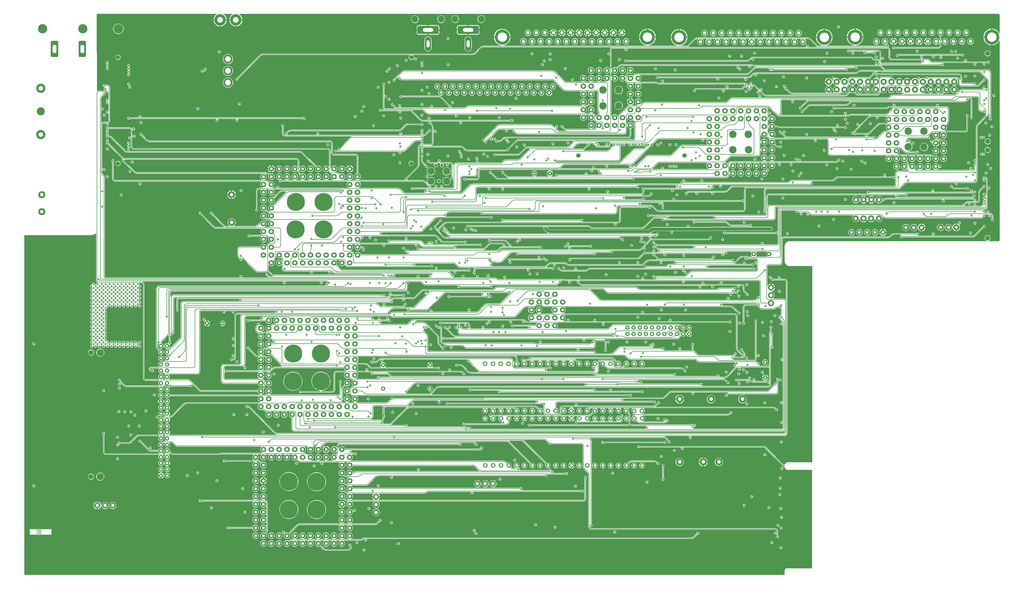
<source format=gbr>
G04 GENERATED BY PULSONIX 10.0 GERBER.DLL 7250*
G04 #@! TF.GenerationSoftware,Pulsonix,Pulsonix,10.0.7250*
G04 #@! TF.CreationDate,2019-09-12T07:47:04--1:00*
G04 #@! TF.Part,Single*
%FSLAX25Y25*%
%LPD*%
%MOIN*%
G04 #@! TF.FileFunction,Copper,L3,Inr*
G04 #@! TF.FilePolarity,Positive*
G04 #@! TA.AperFunction,OtherCopper*
%ADD10C,0.00591*%
G04 #@! TA.AperFunction,Conductor*
%ADD14C,0.03937*%
G04 #@! TD.AperFunction*
%ADD74C,0.03902*%
%ADD75C,0.09350*%
%ADD86C,0.00500*%
G04 #@! TA.AperFunction,OtherCopper*
%ADD95C,0.01200*%
G04 #@! TA.AperFunction,ComponentPad*
%ADD101C,0.07874X0.04331*%
%ADD112C,0.09449X0.04724*%
G04 #@! TA.AperFunction,OtherCopper*
%ADD115C,0.00600*%
G04 #@! TD.AperFunction*
%ADD126C,0.05512*%
G04 #@! TA.AperFunction,ComponentPad*
%ADD135C,0.05591X0.02795*%
%ADD136C,0.07087X0.03543*%
G04 #@! TD.AperFunction*
%ADD137C,0.23031*%
%ADD145C,0.12205*%
G04 #@! TA.AperFunction,ViaPad*
%ADD148C,0.02559X0.00984*%
G04 #@! TA.AperFunction,Conductor*
%ADD149C,0.00787*%
G04 #@! TA.AperFunction,WasherPad*
%ADD154C,0.23622X0.12205*%
G04 #@! TA.AperFunction,ComponentPad*
%ADD157C,0.05910X0.03543*%
G04 #@! TD.AperFunction*
%ADD158C,0.09449*%
G04 #@! TA.AperFunction,ComponentPad*
%ADD159C,0.06299X0.03150*%
%ADD160C,0.07874X0.03937*%
%ADD161C,0.07087X0.04291*%
%ADD162C,0.19291X0.12008*%
%ADD163C,0.07874X0.04016*%
%AMT168*0 Rounded Rectangle pad*4,1,76,0.00039,0.09055,-0.00039,0.09055,-0.00379,0.09040,-0.00716,0.08996,-0.01048,0.08922,-0.01372,0.08820,-0.01687,0.08690,-0.01988,0.08533,-0.02275,0.08350,-0.02545,0.08143,-0.02795,0.07914,-0.03025,0.07663,-0.03232,0.07393,-0.03415,0.07106,-0.03572,0.06805,-0.03702,0.06491,-0.03804,0.06166,-0.03878,0.05834,-0.03922,0.05497,-0.03937,0.05157,-0.03937,-0.05157,-0.03922,-0.05497,-0.03878,-0.05834,-0.03804,-0.06166,-0.03702,-0.06491,-0.03572,-0.06805,-0.03415,-0.07106,-0.03232,-0.07393,-0.03025,-0.07663,-0.02795,-0.07914,-0.02545,-0.08143,-0.02275,-0.08350,-0.01988,-0.08533,-0.01687,-0.08690,-0.01372,-0.08820,-0.01048,-0.08922,-0.00716,-0.08996,-0.00379,-0.09040,-0.00039,-0.09055,0.00039,-0.09055,0.00379,-0.09040,0.00716,-0.08996,0.01048,-0.08922,0.01372,-0.08820,0.01687,-0.08690,0.01988,-0.08533,0.02275,-0.08350,0.02545,-0.08143,0.02795,-0.07914,0.03025,-0.07663,0.03232,-0.07393,0.03415,-0.07106,0.03572,-0.06805,0.03702,-0.06491,0.03804,-0.06166,0.03878,-0.05834,0.03922,-0.05497,0.03937,-0.05157,0.03937,0.05157,0.03922,0.05497,0.03878,0.05834,0.03804,0.06166,0.03702,0.06491,0.03572,0.06805,0.03415,0.07106,0.03232,0.07393,0.03025,0.07663,0.02795,0.07914,0.02545,0.08143,0.02275,0.08350,0.01988,0.08533,0.01687,0.08690,0.01372,0.08820,0.01048,0.08922,0.00716,0.08996,0.00379,0.09040,0.00039,0.09055,0*%
%ADD168T168*%
%AMT169*0 Rounded Rectangle pad*4,1,48,-0.13386,0.03740,-0.13386,-0.03740,-0.13372,-0.03936,-0.13330,-0.04128,-0.13261,-0.04313,-0.13167,-0.04485,-0.13049,-0.04643,-0.12910,-0.04782,-0.12753,-0.04899,-0.12580,-0.04994,-0.12396,-0.05062,-0.12204,-0.05104,-0.12008,-0.05118,0.12008,-0.05118,0.12204,-0.05104,0.12396,-0.05062,0.12580,-0.04994,0.12753,-0.04899,0.12910,-0.04782,0.13049,-0.04643,0.13167,-0.04485,0.13261,-0.04313,0.13330,-0.04128,0.13372,-0.03936,0.13386,-0.03740,0.13386,0.03740,0.13372,0.03936,0.13330,0.04128,0.13261,0.04313,0.13167,0.04485,0.13049,0.04643,0.12910,0.04782,0.12753,0.04899,0.12580,0.04994,0.12396,0.05062,0.12204,0.05104,0.12008,0.05118,-0.12008,0.05118,-0.12204,0.05104,-0.12396,0.05062,-0.12580,0.04994,-0.12753,0.04899,-0.12910,0.04782,-0.13049,0.04643,-0.13167,0.04485,-0.13261,0.04313,-0.13330,0.04128,-0.13372,0.03936,-0.13386,0.03740,0*%
%ADD169T169*%
G04 #@! TD.AperFunction*
%ADD170C,0.08661*%
%ADD172C,0.06496*%
%ADD179C,0.09055*%
%ADD180C,0.06693*%
G04 #@! TA.AperFunction,ComponentPad*
%AMT186*0 Rounded Rectangle pad*4,1,56,0.02756,0.10433,-0.02756,0.10433,-0.02993,0.10419,-0.03227,0.10376,-0.03454,0.10305,-0.03671,0.10208,-0.03874,0.10085,-0.04061,0.09938,-0.04229,0.09770,-0.04376,0.09583,-0.04499,0.09379,-0.04596,0.09163,-0.04667,0.08936,-0.04710,0.08702,-0.04724,0.08465,-0.04724,-0.08465,-0.04710,-0.08702,-0.04667,-0.08936,-0.04596,-0.09163,-0.04499,-0.09379,-0.04376,-0.09583,-0.04229,-0.09770,-0.04061,-0.09938,-0.03874,-0.10085,-0.03671,-0.10208,-0.03454,-0.10305,-0.03227,-0.10376,-0.02993,-0.10419,-0.02756,-0.10433,0.02756,-0.10433,0.02993,-0.10419,0.03227,-0.10376,0.03454,-0.10305,0.03671,-0.10208,0.03874,-0.10085,0.04061,-0.09938,0.04229,-0.09770,0.04376,-0.09583,0.04499,-0.09379,0.04596,-0.09163,0.04667,-0.08936,0.04710,-0.08702,0.04724,-0.08465,0.04724,0.08465,0.04710,0.08702,0.04667,0.08936,0.04596,0.09163,0.04499,0.09379,0.04376,0.09583,0.04229,0.09770,0.04061,0.09938,0.03874,0.10085,0.03671,0.10208,0.03454,0.10305,0.03227,0.10376,0.02993,0.10419,0.02756,0.10433,0*%
%ADD186T186*%
G04 #@! TD.AperFunction*
%ADD187C,0.11811*%
G04 #@! TA.AperFunction,ComponentPad*
%ADD188C,0.11811X0.05906*%
G04 #@! TD.AperFunction*
%ADD189C,0.10236*%
G04 #@! TA.AperFunction,ComponentPad*
%ADD190C,0.09055X0.04528*%
%ADD191C,0.11811X0.07283*%
%ADD192C,0.14764X0.07283*%
%ADD193C,0.05512X0.02756*%
G04 #@! TA.AperFunction,WasherPad*
%ADD255C,0.27559X0.13780*%
G04 #@! TD.AperFunction*
%ADD263C,0.02559*%
G04 #@! TA.AperFunction,ComponentPad*
%ADD270C,0.05906X0.02953*%
%ADD274C,0.02362X0.01181*%
X0Y0D02*
D02*
D10*
X2459Y3961D02*
X2474Y3752D01*
X2519Y3548*
X2592Y3352*
X2692Y3168*
X2818Y3001*
X2966Y2853*
X3133Y2727*
X3317Y2627*
X3513Y2554*
X3717Y2509*
X3926Y2494*
X970068*
X970277Y2509*
X970481Y2554*
X970677Y2627*
X970861Y2727*
X971029Y2853*
X971177Y3001*
X971302Y3168*
X971402Y3352*
X971476Y3548*
X971520Y3752*
X971535Y3961*
Y8410*
X971550Y8687*
X971597Y8960*
X971674Y9226*
X971779Y9482*
X971913Y9724*
X972074Y9950*
X972258Y10157*
X972465Y10341*
X972691Y10502*
X972933Y10636*
X973189Y10742*
X973455Y10818*
X973728Y10865*
X974005Y10880*
X1006377*
Y135861*
X975777*
X975427Y135876*
X975079Y135919*
X974737Y135991*
X974401Y136090*
X974075Y136217*
X973760Y136371*
X973459Y136550*
X973174Y136753*
X972907Y136979*
X972659Y137227*
X972432Y137493*
X972229Y137778*
X972049Y138079*
X971895Y138393*
X971767Y138719*
X971666Y139054*
X971594Y139397*
X971550Y139744*
X971321Y139634*
X971081Y139552*
X970833Y139499*
X970580Y139474*
X970326Y139480*
X970074Y139515*
X969829Y139580*
X969592Y139673*
X969368Y139793*
X969160Y139938*
X968970Y140107*
X968801Y140297*
X968656Y140505*
X968536Y140729*
X968443Y140965*
X968378Y141211*
X968343Y141462*
X968337Y141716*
X968361Y141969*
X946875Y163455*
X946630Y163679*
X946366Y163882*
X946086Y164061*
X945790Y164214*
X945483Y164341*
X945166Y164442*
X944841Y164514*
X944511Y164557*
X944179Y164571*
X843246*
X843353Y164334*
X843431Y164084*
X843477Y163828*
X843493Y163568*
X843479Y163316*
X843435Y163068*
X843363Y162827*
X843263Y162596*
X843137Y162378*
X842987Y162176*
X842814Y161993*
X842621Y161831*
X842410Y161692*
X842185Y161579*
X841949Y161493*
X841704Y161435*
X841454Y161406*
X841202*
X840952Y161435*
X840707Y161493*
X840470Y161579*
X840245Y161692*
X840035Y161831*
X839842Y161993*
X839669Y162176*
X839519Y162378*
X839393Y162596*
X839293Y162827*
X839221Y163068*
X839177Y163316*
X839162Y163568*
X839178Y163828*
X839225Y164084*
X839302Y164334*
X839409Y164571*
X787681*
X787516Y164372*
X787328Y164194*
X787121Y164040*
X786897Y163911*
X786659Y163810*
X786410Y163739*
X786155Y163697*
X785896Y163686*
X785639Y163706*
X785385Y163756*
X785139Y163837*
X784905Y163946*
X784685Y164082*
X784483Y164244*
X784302Y164428*
X784144Y164633*
X784011Y164855*
X783906Y165091*
X783830Y165339*
X783784Y165593*
X783769Y165851*
X783784Y166109*
X783830Y166364*
X783906Y166611*
X784011Y166847*
X784144Y167069*
X784302Y167274*
X784483Y167458*
X784685Y167620*
X784905Y167756*
X785139Y167865*
X785385Y167946*
X785639Y167996*
X785897Y168016*
X786155Y168005*
X786410Y167963*
X786659Y167892*
X786897Y167791*
X787121Y167662*
X787328Y167508*
X787516Y167330*
X787681Y167131*
X944179*
X944596Y167117*
X945011Y167076*
X945422Y167008*
X945828Y166913*
X946227Y166792*
X946618Y166645*
X946997Y166473*
X947365Y166277*
X947719Y166057*
X948058Y165814*
X948380Y165549*
X948685Y165264*
X970171Y143778*
X970407Y143802*
X970645Y143799*
X970880Y143770*
X971112Y143716*
X971336Y143636*
X971549Y143533*
X971751Y143407*
X971876Y143737*
X972028Y144057*
X972206Y144362*
X972409Y144651*
X972636Y144923*
X972884Y145174*
X973153Y145404*
X973439Y145611*
X973742Y145794*
X974059Y145950*
X974388Y146080*
X974727Y146181*
X975073Y146254*
X975423Y146298*
X975777Y146313*
X1006771*
Y395901*
X977942*
X977505Y395916*
X977070Y395960*
X976638Y396035*
X976213Y396138*
X975796Y396271*
X975389Y396431*
X974994Y396619*
X974613Y396833*
X974247Y397073*
X973899Y397338*
X973569Y397625*
X973259Y397935*
X972972Y398264*
X972708Y398613*
X972468Y398979*
X972253Y399360*
X972065Y399755*
X971905Y400162*
X971772Y400579*
X971669Y401004*
X971594Y401435*
X971550Y401870*
X971535Y402308*
Y421993*
X971550Y422430*
X971595Y422865*
X971669Y423296*
X971772Y423721*
X971905Y424138*
X972065Y424545*
X972253Y424940*
X972468Y425322*
X972708Y425688*
X972972Y426036*
X973259Y426366*
X973569Y426675*
X973899Y426963*
X974247Y427227*
X974613Y427467*
X974994Y427681*
X975389Y427869*
X975796Y428030*
X976213Y428162*
X976638Y428266*
X977070Y428340*
X977505Y428385*
X977942Y428400*
X1228688*
X1228400Y428576*
X1228127Y428775*
X1227871Y428996*
X1227634Y429237*
X1227418Y429497*
X1227223Y429773*
X1227052Y430064*
X1226905Y430369*
X1226783Y430684*
X1226688Y431008*
X1226619Y431339*
X1226578Y431675*
X1226564Y432012*
X1226580Y432373*
X1226627Y432730*
X1226705Y433082*
X1226813Y433426*
X1226951Y433759*
X1227118Y434079*
X1227312Y434383*
X1227531Y434670*
X1227775Y434935*
X1228041Y435179*
X1228327Y435399*
X1228631Y435592*
X1228951Y435759*
X1229284Y435897*
X1229628Y436005*
X1229980Y436083*
X1230338Y436131*
X1230698Y436146*
X1231058Y436131*
X1231416Y436084*
X1231768Y436005*
X1232112Y435897*
X1232445Y435759*
X1232765Y435592*
X1233069Y435399*
X1233355Y435179*
X1233621Y434936*
X1233865Y434670*
X1234084Y434384*
X1234278Y434079*
X1234444Y433759*
X1234582Y433426*
X1234691Y433082*
X1234769Y432730*
X1234816Y432373*
X1234832Y432012*
X1234818Y431675*
X1234777Y431339*
X1234708Y431008*
X1234612Y430684*
X1234491Y430369*
X1234344Y430064*
X1234173Y429773*
X1233978Y429497*
X1233761Y429237*
X1233525Y428996*
X1233269Y428775*
X1232996Y428576*
X1232707Y428400*
X1244279*
X1244487Y428415*
X1244692Y428459*
X1244888Y428532*
X1245072Y428633*
X1245239Y428758*
X1245387Y428906*
X1245513Y429074*
X1245613Y429257*
X1245686Y429453*
X1245731Y429658*
X1245746Y429867*
Y683561*
X1245471Y683042*
X1245169Y682539*
X1244841Y682053*
X1244487Y681585*
X1244108Y681137*
X1243706Y680710*
X1243282Y680304*
X1242836Y679923*
X1242371Y679565*
X1241887Y679233*
X1241386Y678928*
X1240870Y678650*
X1240339Y678400*
X1239796Y678178*
X1239241Y677986*
X1238677Y677825*
X1238105Y677693*
X1237527Y677593*
X1236945Y677523*
X1236359Y677485*
X1235773Y677478*
X1235186Y677503*
X1234602Y677559*
X1234022Y677647*
X1233448Y677765*
X1232880Y677914*
X1232322Y678093*
X1231773Y678302*
X1231237Y678540*
X1230714Y678807*
X1230207Y679101*
X1229715Y679422*
X1229242Y679768*
X1228788Y680140*
X1228354Y680535*
X1227943Y680953*
X1227554Y681393*
X1227190Y681853*
X1226850Y682331*
X1226537Y682827*
X1226251Y683340*
X1225993Y683866*
X1225763Y684406*
X1225563Y684958*
X1225392Y685519*
X1225252Y686089*
X1225142Y686665*
X1225064Y687247*
X1225017Y687832*
X1225001Y688418*
X1225017Y689004*
X1225064Y689589*
X1225142Y690171*
X1225252Y690747*
X1225392Y691317*
X1225563Y691878*
X1225763Y692430*
X1225993Y692969*
X1226251Y693496*
X1226537Y694009*
X1226850Y694505*
X1227190Y694983*
X1227554Y695443*
X1227943Y695882*
X1228355Y696301*
X1228788Y696696*
X1229242Y697068*
X1229715Y697414*
X1230207Y697735*
X1230714Y698029*
X1231237Y698296*
X1231773Y698534*
X1232322Y698742*
X1232880Y698922*
X1233448Y699071*
X1234022Y699189*
X1234603Y699276*
X1235187Y699333*
X1235773Y699357*
X1236359Y699351*
X1236945Y699313*
X1237528Y699243*
X1238106Y699143*
X1238677Y699011*
X1239241Y698849*
X1239796Y698658*
X1240339Y698436*
X1240870Y698186*
X1241386Y697908*
X1241887Y697602*
X1242371Y697270*
X1242836Y696913*
X1243282Y696531*
X1243706Y696126*
X1244108Y695699*
X1244487Y695251*
X1244841Y694783*
X1245169Y694297*
X1245471Y693793*
X1245746Y693275*
Y716087*
X1245731Y716296*
X1245686Y716501*
X1245613Y716697*
X1245513Y716880*
X1245387Y717048*
X1245239Y717196*
X1245072Y717321*
X1244888Y717422*
X1244692Y717495*
X1244487Y717539*
X1244279Y717554*
X276501*
X276921Y717266*
X277323Y716953*
X277706Y716617*
X278069Y716260*
X278411Y715882*
X278729Y715484*
X279024Y715068*
X279293Y714636*
X279537Y714189*
X279755Y713728*
X279944Y713255*
X280106Y712772*
X280239Y712280*
X280343Y711781*
X280418Y711277*
X280462Y710770*
X280477Y710260*
X280462Y709746*
X280416Y709234*
X280341Y708726*
X280235Y708222*
X280099Y707726*
X279934Y707239*
X279741Y706762*
X279520Y706298*
X279272Y705848*
X278997Y705413*
X278697Y704995*
X278373Y704596*
X278026Y704216*
X277657Y703858*
X277268Y703522*
X276859Y703210*
X276432Y702923*
X275990Y702662*
X275532Y702427*
X275061Y702219*
X274579Y702040*
X274087Y701890*
X273588Y701769*
X273081Y701678*
X272571Y701618*
X272057Y701587*
X271543*
X271030Y701618*
X270519Y701678*
X270013Y701769*
X269513Y701890*
X269021Y702040*
X268539Y702219*
X268069Y702427*
X267611Y702662*
X267168Y702923*
X266742Y703210*
X266333Y703522*
X265943Y703858*
X265574Y704216*
X265227Y704596*
X264903Y704995*
X264603Y705413*
X264329Y705848*
X264081Y706298*
X263859Y706762*
X263666Y707239*
X263501Y707726*
X263366Y708222*
X263260Y708726*
X263184Y709234*
X263138Y709746*
X263123Y710260*
X263138Y710770*
X263183Y711277*
X263257Y711781*
X263361Y712280*
X263494Y712772*
X263656Y713255*
X263846Y713728*
X264063Y714189*
X264307Y714636*
X264577Y715068*
X264871Y715484*
X265190Y715882*
X265531Y716260*
X265894Y716617*
X266277Y716953*
X266680Y717266*
X267100Y717554*
X256501*
X256921Y717266*
X257323Y716953*
X257706Y716617*
X258069Y716260*
X258411Y715882*
X258729Y715484*
X259024Y715068*
X259293Y714636*
X259537Y714189*
X259755Y713728*
X259944Y713255*
X260106Y712772*
X260239Y712280*
X260343Y711781*
X260418Y711277*
X260462Y710770*
X260477Y710260*
X260462Y709746*
X260416Y709234*
X260341Y708726*
X260235Y708222*
X260099Y707726*
X259934Y707239*
X259741Y706762*
X259520Y706298*
X259272Y705848*
X258997Y705413*
X258697Y704995*
X258373Y704596*
X258026Y704216*
X257657Y703858*
X257268Y703522*
X256859Y703210*
X256432Y702923*
X255990Y702662*
X255532Y702427*
X255061Y702219*
X254579Y702040*
X254087Y701890*
X253588Y701769*
X253081Y701678*
X252571Y701618*
X252057Y701587*
X251543*
X251030Y701618*
X250519Y701678*
X250013Y701769*
X249513Y701890*
X249021Y702040*
X248539Y702219*
X248069Y702427*
X247611Y702662*
X247168Y702923*
X246742Y703210*
X246333Y703522*
X245943Y703858*
X245574Y704216*
X245227Y704596*
X244903Y704995*
X244603Y705413*
X244329Y705848*
X244081Y706298*
X243859Y706762*
X243666Y707239*
X243501Y707726*
X243366Y708222*
X243260Y708726*
X243184Y709234*
X243138Y709746*
X243123Y710260*
X243138Y710770*
X243183Y711277*
X243257Y711781*
X243361Y712280*
X243494Y712772*
X243656Y713255*
X243846Y713728*
X244063Y714189*
X244307Y714636*
X244577Y715068*
X244871Y715484*
X245190Y715882*
X245531Y716260*
X245894Y716617*
X246277Y716953*
X246680Y717266*
X247100Y717554*
X94752*
X95064Y619674*
X95360Y619861*
X95671Y620023*
X95996Y620157*
X96330Y620262*
X96673Y620337*
X97021Y620383*
X97371Y620398*
X105408*
X105532Y620553*
X105272Y620536*
X105011Y620551*
X104754Y620597*
X104505Y620674*
X104266Y620780*
X104043Y620914*
X103836Y621074*
X103651Y621258*
X103489Y621462*
X103353Y621685*
X103244Y621922*
X103165Y622171*
X103117Y622427*
X103099Y622688*
X103114Y622948*
X103159Y623205*
X103235Y623455*
X103340Y623694*
X103473Y623918*
X103633Y624125*
X103816Y624311*
X104020Y624473*
X103776Y624485*
X103536Y624524*
X103301Y624591*
X103075Y624683*
X102861Y624800*
X102662Y624940*
X102479Y625102*
X102316Y625283*
X102174Y625482*
X102056Y625695*
X101962Y625920*
X101894Y626154*
X101853Y626395*
X101840Y626638*
X101855Y626897*
X101901Y627151*
X101977Y627398*
X102082Y627634*
X102215Y627856*
X102373Y628061*
X102554Y628246*
X102756Y628407*
X102976Y628543*
X103210Y628653*
X103456Y628733*
X103710Y628783*
X103967Y628803*
X104226Y628792*
X104481Y628751*
X104729Y628679*
X104967Y628578*
X105192Y628449*
X105399Y628295*
X105587Y628117*
X105752Y627918*
X107686*
X108038Y627903*
X108387Y627857*
X108730Y627780*
X109066Y627675*
X109391Y627540*
X109704Y627377*
X110001Y627188*
X110280Y626974*
X110540Y626736*
X110777Y626476*
X110992Y626197*
X111181Y625900*
X111343Y625588*
X111478Y625263*
X111584Y624927*
X111660Y624583*
X111706Y624234*
X111721Y623882*
Y582131*
X111707Y581788*
X111663Y581448*
X111591Y581113*
X111491Y580786*
X111363Y580468*
X111209Y580162*
X111029Y579870*
X110825Y579595*
X110599Y579338*
X110351Y579101*
X110085Y578885*
X109801Y578694*
X109502Y578527*
X109658Y578322*
X109789Y578101*
X109893Y577866*
X109968Y577620*
X110013Y577367*
X110029Y577111*
X110014Y576859*
X109970Y576611*
X109898Y576370*
X109798Y576139*
X109672Y575921*
X109522Y575719*
X109349Y575536*
X109156Y575374*
X108946Y575236*
X108721Y575123*
X108484Y575036*
X108239Y574978*
X107989Y574949*
X107737*
X107487Y574978*
X107242Y575036*
X107006Y575123*
X106781Y575236*
X106570Y575374*
X106377Y575536*
X106205Y575719*
X106054Y575921*
X105928Y576139*
X105829Y576370*
X105756Y576611*
X105713Y576859*
X105698Y577111*
X105713Y577366*
X105758Y577617*
X105832Y577861*
X105934Y578095*
X103277*
X103066Y578080*
X102861Y578035*
X102663Y577962*
X102478Y577861*
X102310Y577734*
X102161Y577586*
X102035Y577417*
X101934Y577232*
X101860Y577035*
X101815Y576829*
X101800Y576619*
Y520491*
X101940Y520709*
X102105Y520908*
X102292Y521087*
X102499Y521242*
X102723Y521371*
X102962Y521473*
X103210Y521545*
X103466Y521587*
X103724Y521599*
X103982Y521579*
X104236Y521529*
X104482Y521449*
X104717Y521340*
X104937Y521204*
X105140Y521042*
X105321Y520858*
X105479Y520653*
X105612Y520431*
X105717Y520194*
X105794Y519947*
X105840Y519692*
X105855Y519434*
X105840Y519175*
X105794Y518921*
X105717Y518673*
X105612Y518437*
X105479Y518214*
X105321Y518010*
X105140Y517825*
X104937Y517664*
X104717Y517527*
X104482Y517419*
X104236Y517338*
X103982Y517288*
X103724Y517269*
X103466Y517280*
X103210Y517322*
X102962Y517394*
X102724Y517496*
X102499Y517625*
X102292Y517780*
X102105Y517959*
X101940Y518159*
X101800Y518377*
Y516110*
X101815Y515778*
X101858Y515448*
X101930Y515123*
X102030Y514806*
X102158Y514499*
X102311Y514204*
X102490Y513923*
X102692Y513659*
X102917Y513414*
X103760Y512571*
X103999Y512310*
X104215Y512028*
X104405Y511730*
X104569Y511415*
X104705Y511088*
X104811Y510750*
X104888Y510404*
X104934Y510052*
X104950Y509698*
Y383390*
X104965Y383180*
X105010Y382974*
X105083Y382777*
X105184Y382592*
X105310Y382424*
X105459Y382275*
X105628Y382148*
X105813Y382047*
X106010Y381974*
X106216Y381929*
X106426Y381914*
X276249*
X276147Y382148*
X276073Y382392*
X276028Y382643*
X276013Y382898*
X276027Y383150*
X276071Y383398*
X276143Y383639*
X276243Y383870*
X276369Y384088*
X276519Y384290*
X276692Y384473*
X276885Y384635*
X277096Y384773*
X277321Y384886*
X277557Y384973*
X277802Y385031*
X278052Y385060*
X278304*
X278554Y385031*
X278799Y384973*
X279036Y384886*
X279261Y384773*
X279471Y384635*
X279664Y384473*
X279837Y384290*
X279987Y384088*
X280113Y383870*
X280213Y383639*
X280285Y383398*
X280329Y383150*
X280344Y382898*
X280329Y382643*
X280284Y382392*
X280209Y382148*
X280107Y381914*
X313580*
X313298Y382127*
X313027Y382356*
X312770Y382599*
X311973Y383396*
X311726Y383372*
X311477Y383377*
X311230Y383410*
X310989Y383472*
X310757Y383560*
X310536Y383675*
X310330Y383814*
X310141Y383976*
X309972Y384158*
X309825Y384359*
X309702Y384575*
X309605Y384804*
X309534Y385043*
X309492Y385288*
X309477Y385536*
X309492Y385787*
X309536Y386035*
X309608Y386277*
X309708Y386508*
X309834Y386726*
X309984Y386928*
X310157Y387111*
X310350Y387273*
X310560Y387411*
X310785Y387524*
X311022Y387610*
X311267Y387668*
X311517Y387698*
X311769*
X312019Y387668*
X312264Y387610*
X312500Y387524*
X312725Y387411*
X312936Y387273*
X313129Y387111*
X313301Y386928*
X313452Y386726*
X313578Y386508*
X313677Y386277*
X313750Y386035*
X313793Y385787*
X313808Y385536*
X313802Y385370*
X313783Y385206*
X314580Y384409*
X314825Y384184*
X315089Y383981*
X315369Y383803*
X315664Y383649*
X315972Y383522*
X316289Y383422*
X316614Y383350*
X316943Y383306*
X317276Y383292*
X319020*
X318608Y383437*
X318208Y383611*
X317820Y383811*
X317446Y384038*
X317089Y384289*
X316751Y384565*
X316432Y384863*
X312455Y388840*
X312092Y388624*
X311715Y388434*
X311326Y388272*
X310926Y388138*
X310517Y388034*
X310102Y387959*
X309682Y387913*
X309261Y387898*
X300504*
X300087Y387912*
X299672Y387953*
X299261Y388021*
X298855Y388115*
X298456Y388236*
X298066Y388383*
X297686Y388555*
X297318Y388752*
X296964Y388972*
X296625Y389215*
X296303Y389479*
X295998Y389764*
X280243Y405520*
X280298Y405306*
X280332Y405088*
X280344Y404867*
X280329Y404615*
X280285Y404367*
X280213Y404126*
X280113Y403895*
X279987Y403677*
X279837Y403475*
X279664Y403292*
X279471Y403130*
X279261Y402991*
X279036Y402879*
X278799Y402792*
X278554Y402734*
X278304Y402705*
X278052*
X277802Y402734*
X277557Y402792*
X277321Y402879*
X277096Y402992*
X276885Y403130*
X276692Y403292*
X276519Y403475*
X276369Y403677*
X276243Y403895*
X276144Y404126*
X276071Y404367*
X276028Y404615*
X276013Y404867*
X276019Y405032*
X276038Y405197*
X275123Y406112*
X274838Y406417*
X274574Y406739*
X274331Y407078*
X274111Y407432*
X273914Y407800*
X273742Y408179*
X273595Y408570*
X273474Y408969*
X273379Y409375*
X273311Y409786*
X273271Y410201*
X273257Y410618*
Y417566*
X273272Y417918*
X273318Y418267*
X273394Y418611*
X273500Y418946*
X273635Y419272*
X273798Y419584*
X273987Y419881*
X274201Y420160*
X274439Y420420*
X274698Y420657*
X274978Y420872*
X275275Y421061*
X275587Y421224*
X275912Y421358*
X276248Y421464*
X276592Y421540*
X276941Y421586*
X277292Y421602*
X302851*
X302972Y421951*
X303123Y422290*
X303301Y422615*
X303506Y422923*
X303736Y423214*
X303989Y423484*
X304265Y423732*
X304559Y423956*
X304872Y424155*
X305200Y424327*
X305542Y424471*
X305894Y424586*
X306254Y424671*
X306621Y424726*
X306990Y424750*
X307361Y424743*
X307729Y424705*
X308093Y424636*
X308450Y424537*
X308798Y424409*
X309133Y424252*
X309455Y424067*
X309759Y423857*
X310045Y423621*
X310311Y423363*
X310554Y423083*
X310772Y422784*
X310965Y422468*
X311131Y422137*
X311269Y421793*
Y422111*
X311284Y422463*
X311330Y422812*
X311406Y423155*
X311512Y423491*
X311647Y423816*
X311809Y424129*
X311999Y424425*
X312213Y424705*
X312451Y424964*
X312710Y425202*
X312989Y425416*
X313286Y425606*
X313599Y425768*
X313924Y425903*
X314260Y426009*
X314603Y426085*
X314952Y426131*
X315304Y426146*
X315614*
X315277Y426281*
X314952Y426444*
X314641Y426632*
X314347Y426845*
X314071Y427082*
X313816Y427340*
X313583Y427619*
X313373Y427915*
X313188Y428228*
X313029Y428555*
X312898Y428894*
X312795Y429243*
X312721Y429598*
X312677Y429959*
X312662Y430322*
X312677Y430685*
X312721Y431046*
X312795Y431401*
X312898Y431750*
X313029Y432089*
X313188Y432416*
X313054Y432549*
X312809Y432774*
X312545Y432976*
X312265Y433155*
X311970Y433309*
X311662Y433436*
X311345Y433536*
X311020Y433608*
X310691Y433651*
X310358Y433666*
X309995*
X310246Y433430*
X310478Y433176*
X310690Y432904*
X310880Y432616*
X311046Y432315*
X311189Y432002*
X311307Y431678*
X311400Y431346*
X311466Y431008*
X311507Y430666*
X311520Y430322*
X311505Y429956*
X311460Y429593*
X311384Y429235*
X311280Y428884*
X311147Y428543*
X310986Y428214*
X310799Y427900*
X310586Y427602*
X310349Y427322*
X310091Y427063*
X309811Y426827*
X309513Y426614*
X309199Y426427*
X308870Y426266*
X308529Y426133*
X308178Y426028*
X307820Y425953*
X307457Y425908*
X307091Y425893*
X306725Y425908*
X306362Y425953*
X306004Y426028*
X305653Y426133*
X305312Y426266*
X304983Y426427*
X304668Y426614*
X304370Y426827*
X304091Y427063*
X303832Y427322*
X303596Y427602*
X303383Y427900*
X303196Y428214*
X303035Y428543*
X302902Y428884*
X302797Y429235*
X302722Y429593*
X302677Y429956*
X302662Y430322*
X302675Y430666*
X302715Y431008*
X302782Y431346*
X302874Y431678*
X302992Y432002*
X303135Y432315*
X303302Y432616*
X303492Y432904*
X303703Y433176*
X303935Y433430*
X304186Y433666*
X290240*
X290075Y433467*
X289887Y433289*
X289680Y433134*
X289456Y433006*
X289218Y432905*
X288969Y432833*
X288714Y432791*
X288456Y432780*
X288198Y432800*
X287944Y432851*
X287698Y432931*
X287464Y433040*
X287244Y433177*
X287042Y433338*
X286861Y433523*
X286703Y433727*
X286570Y433950*
X286465Y434186*
X286389Y434433*
X286343Y434687*
X286328Y434945*
X286343Y435204*
X286389Y435458*
X286465Y435705*
X286570Y435941*
X286703Y436164*
X286861Y436368*
X287042Y436553*
X287244Y436714*
X287464Y436851*
X287698Y436960*
X287944Y437040*
X288198Y437091*
X288456Y437110*
X288714Y437100*
X288969Y437058*
X289218Y436986*
X289456Y436885*
X289680Y436757*
X289887Y436602*
X290075Y436424*
X290240Y436225*
X305408*
X305071Y436380*
X304749Y436563*
X304442Y436772*
X304155Y437006*
X303888Y437263*
X303643Y437542*
X303423Y437840*
X303228Y438156*
X303060Y438486*
X302921Y438830*
X302810Y439184*
X302730Y439546*
X302681Y439914*
X302662Y440284*
X302674Y440655*
X302718Y441023*
X302791Y441386*
X302896Y441742*
X303029Y442088*
X303191Y442422*
X303380Y442741*
X303596Y443043*
X303836Y443325*
X304098Y443587*
X247217*
X246800Y443601*
X246385Y443642*
X245974Y443710*
X245567Y443804*
X245168Y443925*
X244778Y444072*
X244398Y444244*
X244031Y444441*
X243677Y444661*
X243338Y444904*
X243015Y445168*
X242711Y445453*
X226619Y461546*
X226371Y461522*
X226123Y461527*
X225876Y461560*
X225635Y461621*
X225403Y461710*
X225182Y461824*
X224976Y461964*
X224787Y462125*
X224618Y462308*
X224471Y462509*
X224348Y462725*
X224251Y462954*
X224180Y463192*
X224137Y463437*
X224123Y463686*
X224138Y463937*
X224181Y464185*
X224254Y464426*
X224353Y464657*
X224479Y464876*
X224630Y465077*
X224802Y465261*
X224995Y465422*
X225206Y465561*
X225431Y465674*
X225667Y465760*
X225912Y465818*
X226163Y465847*
X226414*
X226664Y465818*
X226909Y465760*
X227146Y465674*
X227371Y465561*
X227581Y465422*
X227774Y465261*
X227947Y465077*
X228097Y464876*
X228223Y464657*
X228323Y464426*
X228395Y464185*
X228439Y463937*
X228454Y463686*
X228447Y463520*
X228428Y463355*
X244521Y447263*
X244766Y447038*
X245030Y446836*
X245310Y446657*
X245605Y446504*
X245913Y446376*
X246230Y446276*
X246554Y446204*
X246884Y446161*
X247217Y446146*
X256452*
X256159Y446343*
X255876Y446557*
X255606Y446785*
X255349Y447028*
X240831Y461546*
X240584Y461522*
X240335Y461527*
X240089Y461560*
X239848Y461621*
X239615Y461710*
X239394Y461824*
X239188Y461964*
X238999Y462125*
X238830Y462308*
X238684Y462509*
X238561Y462725*
X238463Y462954*
X238393Y463192*
X238350Y463437*
X238336Y463686*
X238350Y463937*
X238394Y464185*
X238466Y464426*
X238566Y464657*
X238692Y464876*
X238842Y465077*
X239015Y465261*
X239208Y465422*
X239418Y465561*
X239643Y465674*
X239880Y465760*
X240125Y465818*
X240375Y465847*
X240627*
X240877Y465818*
X241122Y465760*
X241359Y465674*
X241584Y465561*
X241794Y465422*
X241987Y465261*
X242160Y465077*
X242310Y464876*
X242436Y464657*
X242536Y464426*
X242608Y464185*
X242652Y463937*
X242666Y463686*
X242660Y463520*
X242641Y463355*
X257158Y448838*
X257404Y448613*
X257668Y448411*
X257948Y448232*
X258243Y448078*
X258550Y447951*
X258868Y447851*
X259192Y447779*
X259522Y447736*
X259854Y447721*
X263072*
X262762Y447985*
X262474Y448272*
X262207Y448579*
X261964Y448906*
X261747Y449250*
X261556Y449609*
X261392Y449982*
X261257Y450365*
X261151Y450758*
X261075Y451158*
X261029Y451562*
X261014Y451969*
X261029Y452374*
X261075Y452776*
X261150Y453174*
X261255Y453565*
X261388Y453947*
X261550Y454318*
X261739Y454676*
X261955Y455019*
X262195Y455344*
X262459Y455651*
X262745Y455937*
X263052Y456201*
X263378Y456442*
X263721Y456657*
X264079Y456846*
X264450Y457008*
X264832Y457142*
X265223Y457247*
X265621Y457322*
X266023Y457367*
X266428Y457382*
X266832Y457367*
X267234Y457322*
X267632Y457247*
X268023Y457142*
X268405Y457008*
X268776Y456846*
X269134Y456657*
X269477Y456442*
X269803Y456201*
X270110Y455937*
X270396Y455651*
X270660Y455344*
X270900Y455019*
X271116Y454676*
X271305Y454318*
X271467Y453947*
X271600Y453565*
X271705Y453174*
X271780Y452776*
X271826Y452374*
X271841Y451969*
X271826Y451562*
X271780Y451158*
X271704Y450758*
X271598Y450365*
X271463Y449982*
X271299Y449609*
X271108Y449250*
X270891Y448906*
X270648Y448579*
X270381Y448272*
X270093Y447985*
X269783Y447721*
X295751*
X296084Y447736*
X296413Y447779*
X296738Y447851*
X297055Y447951*
X297363Y448078*
X297658Y448232*
X297938Y448411*
X298202Y448613*
X298447Y448838*
X299656Y450046*
X299949Y450318*
X300262Y450567*
X300593Y450792*
X300939Y450991*
X301300Y451164*
X301673Y451309*
X302055Y451426*
X302446Y451513*
X302841Y451571*
X302961Y451923*
X303110Y452264*
X303287Y452591*
X303491Y452902*
X303720Y453195*
X303973Y453468*
X304248Y453718*
X304543Y453945*
X304856Y454146*
X305184Y454320*
X305526Y454466*
X305879Y454582*
X306241Y454669*
X306609Y454725*
X306980Y454750*
X307352Y454744*
X307722Y454706*
X308087Y454638*
X308446Y454539*
X308795Y454410*
X309132Y454253*
X309454Y454068*
X309760Y453856*
X310047Y453620*
X310314Y453360*
X310557Y453079*
X310776Y452779*
X310969Y452461*
X311135Y452128*
X311272Y451782*
X311380Y451426*
X311458Y451063*
X311504Y450694*
X311520Y450322*
X311505Y449959*
X311460Y449598*
X311386Y449243*
X311284Y448894*
X311152Y448555*
X310994Y448228*
X310809Y447915*
X310599Y447619*
X310366Y447340*
X310110Y447082*
X309835Y446845*
X309540Y446632*
X309230Y446444*
X308905Y446281*
X308567Y446146*
X315614*
X315278Y446281*
X314953Y446443*
X314643Y446631*
X314349Y446844*
X314073Y447080*
X313818Y447338*
X313585Y447616*
X313375Y447912*
X313190Y448224*
X313031Y448551*
X312900Y448889*
X312797Y449237*
X312722Y449592*
X312677Y449952*
X312662Y450314*
X312676Y450677*
X312720Y451037*
X312793Y451392*
X312895Y451741*
X313025Y452079*
X313183Y452406*
X313366Y452719*
X313575Y453016*
X313807Y453295*
X314062Y453553*
X314336Y453791*
X314630Y454004*
X314939Y454193*
X315263Y454357*
X315600Y454493*
X313390*
X313225Y454294*
X313038Y454117*
X312832Y453962*
X312608Y453834*
X312371Y453733*
X312123Y453661*
X311869Y453619*
X311611Y453607*
X311354Y453626*
X311101Y453676*
X310856Y453755*
X310622Y453863*
X310402Y453998*
X310200Y454158*
X310018Y454341*
X309859Y454544*
X309726Y454765*
X309620Y455000*
X309542Y455246*
X309495Y455499*
X309477Y455756*
X309491Y456014*
X309535Y456268*
X309609Y456515*
X309711Y456751*
X309412Y456550*
X309096Y456373*
X308768Y456223*
X308428Y456100*
X308079Y456005*
X307724Y455938*
X307364Y455901*
X307003Y455894*
X306642Y455916*
X306284Y455967*
X305932Y456047*
X305587Y456156*
X305252Y456293*
X304930Y456456*
X304622Y456645*
X304330Y456858*
X304057Y457095*
X303804Y457353*
X303573Y457631*
X303365Y457927*
X303182Y458239*
X303025Y458564*
X302896Y458901*
X302794Y459248*
X302721Y459602*
X302676Y459961*
X302662Y460322*
X302677Y460688*
X302722Y461051*
X302797Y461409*
X302902Y461760*
X303035Y462101*
X303196Y462430*
X303383Y462745*
X303596Y463043*
X303832Y463322*
X304091Y463581*
X304370Y463817*
X304668Y464030*
X304983Y464217*
X305312Y464378*
X305653Y464511*
X306004Y464616*
X306362Y464691*
X306725Y464736*
X307091Y464751*
X307457Y464736*
X307820Y464691*
X308178Y464616*
X308529Y464511*
X308870Y464378*
X309199Y464217*
X309513Y464030*
X309811Y463817*
X310091Y463581*
X310349Y463322*
X310586Y463043*
X310799Y462745*
X310986Y462430*
X311147Y462101*
X311280Y461760*
X311384Y461409*
X311460Y461051*
X311505Y460688*
X311520Y460322*
X311506Y459972*
X311465Y459624*
X311396Y459281*
X311300Y458944*
X311178Y458616*
X311031Y458298*
X310858Y457994*
X310663Y457703*
X310896Y457805*
X311139Y457878*
X311389Y457923*
X311642Y457938*
X311896Y457923*
X312146Y457878*
X312389Y457805*
X312622Y457704*
X312841Y457576*
X313044Y457423*
X313228Y457247*
X313390Y457052*
X314104*
X313842Y457312*
X313603Y457593*
X313388Y457893*
X313198Y458209*
X313036Y458541*
X312902Y458885*
X312796Y459238*
X312721Y459600*
X312676Y459966*
X312662Y460335*
X312678Y460703*
X312725Y461070*
X312803Y461430*
X312910Y461784*
X313046Y462127*
X313210Y462457*
X313402Y462773*
X313618Y463071*
X313859Y463351*
X314123Y463610*
X313679Y463663*
X313240Y463746*
X312808Y463861*
X312385Y464006*
X311973Y464179*
X311574Y464382*
X311191Y464611*
X310824Y464868*
X310477Y465149*
X310150Y465453*
X309184Y466419*
X308856Y466260*
X308515Y466128*
X308164Y466025*
X307806Y465951*
X307444Y465907*
X307078Y465893*
X306713Y465909*
X306351Y465955*
X305993Y466031*
X305643Y466136*
X305303Y466270*
X304975Y466431*
X304662Y466618*
X304365Y466831*
X304086Y467068*
X303828Y467327*
X303592Y467606*
X303380Y467903*
X303194Y468218*
X303033Y468546*
X302901Y468886*
X302797Y469237*
X302722Y469594*
X302677Y469957*
X302662Y470322*
X302677Y470688*
X302722Y471051*
X302797Y471409*
X302902Y471760*
X303035Y472101*
X303196Y472430*
X303383Y472745*
X303596Y473043*
X303832Y473322*
X304091Y473581*
X304370Y473817*
X304668Y474030*
X304983Y474217*
X305312Y474378*
X305653Y474511*
X306004Y474616*
X306362Y474691*
X306725Y474736*
X307091Y474751*
X307457Y474736*
X307820Y474691*
X308178Y474616*
X308529Y474511*
X308870Y474378*
X309199Y474217*
X309513Y474030*
X309811Y473817*
X310091Y473581*
X310349Y473322*
X310586Y473043*
X310799Y472745*
X310986Y472430*
X311147Y472101*
X311280Y471760*
X311384Y471409*
X311460Y471051*
X311505Y470688*
X311520Y470322*
X311505Y469959*
X311461Y469598*
X311386Y469243*
X311284Y468894*
X311152Y468555*
X310994Y468229*
X311959Y467263*
X312205Y467038*
X312469Y466836*
X312749Y466657*
X313044Y466504*
X313351Y466376*
X313669Y466276*
X313993Y466204*
X314323Y466161*
X314656Y466146*
X315614*
X315277Y466281*
X314952Y466444*
X314641Y466632*
X314347Y466845*
X314071Y467082*
X313816Y467340*
X313582Y467619*
X313373Y467915*
X313188Y468228*
X313029Y468555*
X312898Y468894*
X312795Y469243*
X312721Y469598*
X312677Y469959*
X312662Y470322*
X312677Y470687*
X312722Y471050*
X312797Y471407*
X312901Y471758*
X313033Y472098*
X313194Y472427*
X313380Y472741*
X313592Y473038*
X313828Y473318*
X314086Y473576*
X314365Y473813*
X314662Y474026*
X314975Y474213*
X315303Y474375*
X315643Y474508*
X315993Y474613*
X316351Y474689*
X316713Y474735*
X317078Y474751*
X317444Y474737*
X317806Y474693*
X318164Y474619*
X318515Y474516*
X318856Y474384*
X319184Y474225*
X335204Y490245*
X335469Y490495*
X335749Y490731*
X336042Y490949*
X331107*
X330775Y490935*
X330445Y490891*
X330120Y490819*
X329803Y490719*
X329496Y490592*
X329201Y490439*
X328920Y490260*
X328656Y490057*
X328411Y489833*
X320994Y482416*
X321152Y482089*
X321284Y481750*
X321386Y481401*
X321461Y481046*
X321505Y480685*
X321520Y480322*
X321505Y479956*
X321460Y479593*
X321384Y479235*
X321280Y478884*
X321147Y478543*
X320986Y478214*
X320799Y477900*
X320586Y477602*
X320349Y477322*
X320091Y477063*
X319811Y476827*
X319513Y476614*
X319199Y476427*
X318870Y476266*
X318529Y476133*
X318178Y476028*
X317820Y475953*
X317457Y475908*
X317091Y475893*
X316725Y475908*
X316362Y475953*
X316004Y476028*
X315653Y476133*
X315312Y476266*
X314983Y476427*
X314668Y476614*
X314370Y476827*
X314091Y477063*
X313832Y477322*
X313596Y477602*
X313383Y477900*
X313196Y478214*
X313035Y478543*
X312902Y478884*
X312797Y479235*
X312722Y479593*
X312677Y479956*
X312662Y480322*
X312677Y480687*
X312722Y481050*
X312797Y481407*
X312901Y481758*
X313033Y482098*
X313194Y482427*
X313380Y482741*
X313592Y483038*
X313828Y483318*
X314086Y483576*
X314365Y483813*
X314662Y484026*
X314975Y484213*
X315303Y484375*
X315643Y484508*
X315993Y484613*
X316351Y484689*
X316713Y484735*
X317078Y484751*
X317444Y484737*
X317806Y484693*
X318164Y484619*
X318515Y484516*
X318856Y484384*
X319184Y484225*
X326601Y491642*
X326906Y491927*
X327228Y492192*
X327567Y492435*
X327921Y492655*
X328289Y492851*
X328669Y493023*
X329059Y493170*
X329458Y493291*
X329864Y493386*
X330275Y493454*
X330690Y493495*
X331107Y493508*
X406707*
X406767Y493587*
X320084*
X320344Y493328*
X320581Y493049*
X320795Y492750*
X320983Y492435*
X321145Y492106*
X321279Y491764*
X321384Y491412*
X321459Y491053*
X321505Y490689*
X321520Y490322*
X321505Y489956*
X321460Y489593*
X321384Y489235*
X321280Y488884*
X321147Y488543*
X320986Y488214*
X320799Y487900*
X320586Y487602*
X320349Y487322*
X320091Y487063*
X319811Y486827*
X319513Y486614*
X319199Y486427*
X318870Y486266*
X318529Y486133*
X318178Y486028*
X317820Y485953*
X317457Y485908*
X317091Y485893*
X316725Y485908*
X316362Y485953*
X316004Y486028*
X315653Y486133*
X315312Y486266*
X314983Y486427*
X314668Y486614*
X314370Y486827*
X314091Y487063*
X313832Y487322*
X313596Y487602*
X313383Y487900*
X313196Y488214*
X313035Y488543*
X312902Y488884*
X312797Y489235*
X312722Y489593*
X312677Y489956*
X312662Y490322*
X312677Y490689*
X312722Y491053*
X312798Y491412*
X312903Y491764*
X313037Y492106*
X313198Y492435*
X313387Y492750*
X313600Y493049*
X313838Y493328*
X314098Y493587*
X310084*
X310344Y493328*
X310581Y493049*
X310795Y492750*
X310983Y492435*
X311145Y492106*
X311279Y491764*
X311384Y491412*
X311459Y491053*
X311505Y490689*
X311520Y490322*
X311505Y489956*
X311460Y489593*
X311384Y489235*
X311280Y488884*
X311147Y488543*
X310986Y488214*
X310799Y487900*
X310586Y487602*
X310349Y487322*
X310091Y487063*
X309811Y486827*
X309513Y486614*
X309199Y486427*
X308870Y486266*
X308529Y486133*
X308178Y486028*
X307820Y485953*
X307457Y485908*
X307091Y485893*
X306725Y485908*
X306362Y485953*
X306004Y486028*
X305653Y486133*
X305312Y486266*
X304983Y486427*
X304668Y486614*
X304370Y486827*
X304091Y487063*
X303832Y487322*
X303596Y487602*
X303383Y487900*
X303196Y488214*
X303035Y488543*
X302902Y488884*
X302797Y489235*
X302722Y489593*
X302677Y489956*
X302662Y490322*
X302677Y490689*
X302722Y491053*
X302798Y491412*
X302903Y491764*
X303037Y492106*
X303198Y492435*
X303387Y492750*
X303600Y493049*
X303838Y493328*
X304098Y493587*
X301328*
X301118Y493572*
X300912Y493527*
X300714Y493454*
X300530Y493353*
X300361Y493227*
X300212Y493078*
X300086Y492909*
X299985Y492724*
X299911Y492527*
X299866Y492321*
X299851Y492111*
Y469803*
X300047Y469641*
X300223Y469457*
X300375Y469254*
X300503Y469035*
X300605Y468802*
X300678Y468559*
X300722Y468309*
X300737Y468056*
X300723Y467804*
X300679Y467556*
X300607Y467315*
X300507Y467084*
X300381Y466866*
X300231Y466664*
X300058Y466481*
X299865Y466319*
X299655Y466180*
X299430Y466067*
X299193Y465981*
X298948Y465923*
X298698Y465894*
X298446*
X298196Y465923*
X297951Y465981*
X297714Y466068*
X297489Y466181*
X297279Y466319*
X297086Y466481*
X296913Y466664*
X296763Y466866*
X296637Y467084*
X296537Y467315*
X296465Y467556*
X296421Y467804*
X296407Y468056*
X296421Y468309*
X296466Y468559*
X296539Y468802*
X296641Y469035*
X296769Y469254*
X296921Y469457*
X297097Y469641*
X297292Y469803*
Y492111*
X297308Y492463*
X297354Y492812*
X297430Y493155*
X297536Y493491*
X297670Y493816*
X297833Y494129*
X298022Y494425*
X298236Y494705*
X298474Y494964*
X298734Y495202*
X299013Y495416*
X299310Y495606*
X299622Y495768*
X299948Y495903*
X300283Y496009*
X300627Y496085*
X300976Y496131*
X301328Y496146*
X305614*
X305276Y496282*
X304949Y496445*
X304638Y496634*
X304342Y496849*
X304066Y497087*
X303810Y497347*
X303576Y497627*
X303366Y497925*
X303182Y498240*
X303024Y498569*
X302893Y498909*
X302791Y499260*
X302718Y499617*
X302675Y499979*
X302662Y500344*
X302679Y500709*
X302725Y501070*
X302802Y501427*
X302907Y501776*
X303041Y502116*
X303203Y502443*
X303390Y502756*
X303603Y503052*
X303840Y503330*
X304098Y503587*
X117824*
X117472Y503603*
X117123Y503649*
X116779Y503725*
X116444Y503831*
X116118Y503965*
X115806Y504128*
X115509Y504317*
X115230Y504531*
X114970Y504769*
X114733Y505029*
X114518Y505308*
X114329Y505605*
X114166Y505917*
X114032Y506242*
X113926Y506578*
X113850Y506922*
X113804Y507271*
X113788Y507623*
Y529025*
X113593Y529187*
X113417Y529371*
X113265Y529574*
X113137Y529793*
X113035Y530026*
X112962Y530269*
X112917Y530519*
X112903Y530772*
X112917Y531024*
X112961Y531272*
X113033Y531513*
X113133Y531744*
X113259Y531962*
X113409Y532164*
X113582Y532347*
X113775Y532509*
X113985Y532647*
X114210Y532760*
X114447Y532847*
X114692Y532905*
X114942Y532934*
X115194*
X115444Y532905*
X115689Y532847*
X115926Y532760*
X116151Y532647*
X116361Y532509*
X116554Y532347*
X116727Y532164*
X116877Y531962*
X117003Y531744*
X117103Y531513*
X117175Y531272*
X117219Y531024*
X117233Y530772*
X117218Y530519*
X117174Y530269*
X117101Y530026*
X116999Y529793*
X116871Y529574*
X116719Y529371*
X116543Y529187*
X116347Y529025*
Y507623*
X116363Y507413*
X116407Y507207*
X116481Y507009*
X116582Y506824*
X116708Y506656*
X116857Y506507*
X117026Y506381*
X117211Y506280*
X117408Y506206*
X117614Y506161*
X117824Y506146*
X305614*
X305276Y506282*
X304949Y506445*
X304638Y506634*
X304342Y506849*
X304066Y507087*
X303810Y507347*
X303576Y507627*
X303366Y507925*
X303182Y508240*
X303024Y508569*
X302893Y508909*
X302791Y509260*
X302718Y509617*
X302675Y509979*
X302662Y510344*
X302679Y510709*
X302725Y511070*
X302802Y511427*
X302907Y511776*
X303041Y512116*
X303203Y512443*
X303390Y512756*
X303603Y513052*
X303840Y513330*
X304098Y513587*
X146075*
X145658Y513601*
X145243Y513642*
X144832Y513710*
X144426Y513804*
X144027Y513925*
X143636Y514072*
X143257Y514244*
X142889Y514441*
X142535Y514661*
X142196Y514904*
X141874Y515168*
X141569Y515453*
X128391Y528632*
X128137Y528608*
X127882Y528614*
X127630Y528650*
X127383Y528715*
X127146Y528809*
X126922Y528930*
X126714Y529076*
X126524Y529246*
X126355Y529437*
X126210Y529647*
X126091Y529872*
X125999Y530110*
X125935Y530356*
X125901Y530609*
X125897Y530864*
X125922Y531117*
X125978Y531366*
X126062Y531607*
X126174Y531836*
X126312Y532050*
X126474Y532246*
X126658Y532423*
X126862Y532576*
X127082Y532704*
X126772Y532908*
X126474Y533130*
X126190Y533368*
X125920Y533623*
X108194Y551349*
X107945Y551325*
X107696Y551330*
X107448Y551364*
X107206Y551426*
X106973Y551515*
X106752Y551630*
X106545Y551771*
X106356Y551934*
X106187Y552118*
X106041Y552320*
X105918Y552537*
X105821Y552768*
X105752Y553008*
X105711Y553254*
X105698Y553503*
X105714Y553752*
X105759Y553998*
X105831Y554237*
X105931Y554466*
X106056Y554682*
X106206Y554882*
X106377Y555064*
X106204Y555247*
X106054Y555449*
X105928Y555667*
X105828Y555898*
X105756Y556139*
X105713Y556387*
X105698Y556638*
X105713Y556890*
X105756Y557138*
X105828Y557379*
X105928Y557610*
X106054Y557828*
X106204Y558030*
X106377Y558213*
X106570Y558375*
X106781Y558514*
X107006Y558627*
X107242Y558713*
X107487Y558771*
X107737Y558800*
X107989*
X108239Y558771*
X108484Y558713*
X108721Y558627*
X108946Y558514*
X109156Y558375*
X109349Y558213*
X109522Y558030*
X109672Y557828*
X109798Y557610*
X109898Y557379*
X109970Y557138*
X110014Y556890*
X110029Y556638*
X110014Y556387*
X109970Y556139*
X109898Y555898*
X109798Y555667*
X109672Y555449*
X109522Y555247*
X109349Y555064*
X109510Y554895*
X109651Y554710*
X109772Y554511*
X109871Y554301*
X109946Y554081*
X109998Y553854*
X110024Y553622*
X110026Y553390*
X110003Y553158*
X127729Y535432*
X127974Y535208*
X128238Y535005*
X128519Y534826*
X128814Y534673*
X129121Y534546*
X129438Y534445*
X129763Y534373*
X130093Y534330*
X130425Y534316*
X348867*
X349219Y534300*
X349568Y534254*
X349912Y534178*
X350247Y534072*
X350573Y533937*
X350885Y533775*
X351182Y533586*
X351461Y533371*
X351721Y533134*
X351958Y532874*
X352173Y532595*
X352362Y532298*
X352525Y531986*
X352659Y531660*
X352765Y531325*
X352841Y530981*
X352887Y530632*
X352903Y530280*
Y521763*
X353036Y522104*
X353197Y522432*
X353384Y522747*
X353597Y523044*
X353834Y523324*
X354093Y523582*
X354372Y523819*
X354670Y524031*
X354985Y524218*
X355313Y524379*
X355654Y524512*
X356005Y524616*
X356364Y524691*
X356727Y524736*
X357092Y524751*
X357458Y524736*
X357821Y524691*
X358179Y524615*
X358530Y524511*
X358871Y524378*
X359200Y524217*
X359514Y524030*
X359812Y523817*
X360091Y523580*
X360350Y523321*
X360587Y523042*
X360799Y522744*
X360986Y522430*
X361147Y522101*
X361280Y521760*
X361385Y521409*
X361460Y521051*
X361505Y520688*
X361520Y520322*
X361505Y519956*
X361460Y519593*
X361385Y519235*
X361280Y518884*
X361147Y518543*
X360986Y518214*
X360799Y517900*
X360586Y517602*
X360350Y517323*
X360091Y517064*
X359812Y516827*
X359514Y516615*
X359200Y516427*
X358871Y516267*
X358530Y516133*
X358179Y516029*
X357821Y515954*
X357458Y515908*
X357092Y515893*
X356727Y515908*
X356364Y515953*
X356005Y516028*
X355655Y516132*
X355314Y516265*
X354985Y516426*
X354670Y516613*
X354372Y516826*
X354093Y517062*
X353834Y517321*
X353597Y517600*
X353384Y517898*
X353197Y518212*
X353036Y518541*
X352903Y518881*
Y517899*
X352917Y517567*
X352961Y517237*
X353033Y516912*
X353133Y516595*
X353260Y516288*
X353413Y515993*
X353592Y515712*
X353795Y515448*
X354019Y515203*
X354997Y514225*
X355326Y514384*
X355667Y514516*
X356018Y514619*
X356375Y514693*
X356738Y514737*
X357103Y514751*
X357468Y514735*
X357831Y514689*
X358188Y514613*
X358538Y514508*
X358878Y514374*
X359206Y514213*
X359520Y514026*
X359817Y513813*
X360095Y513576*
X360354Y513318*
X360589Y513038*
X360801Y512741*
X360988Y512427*
X361148Y512098*
X361281Y511758*
X361385Y511407*
X361460Y511050*
X361505Y510687*
X361520Y510322*
X361506Y509970*
X361464Y509621*
X361394Y509275*
X361298Y508937*
X361174Y508607*
X361025Y508288*
X360851Y507982*
X360653Y507690*
X360433Y507416*
X360191Y507159*
X359930Y506923*
X359651Y506708*
X359356Y506516*
X359047Y506348*
X358725Y506205*
X365457*
X365135Y506348*
X364826Y506516*
X364530Y506708*
X364251Y506923*
X363990Y507159*
X363749Y507416*
X363528Y507690*
X363331Y507982*
X363157Y508288*
X363007Y508607*
X362884Y508937*
X362787Y509275*
X362718Y509621*
X362676Y509970*
X362662Y510322*
X362677Y510688*
X362722Y511051*
X362797Y511409*
X362902Y511760*
X363035Y512101*
X363196Y512430*
X363383Y512745*
X363596Y513043*
X363832Y513322*
X364091Y513581*
X364370Y513817*
X364668Y514030*
X364983Y514217*
X365312Y514378*
X365653Y514511*
X366004Y514616*
X366362Y514691*
X366725Y514736*
X367091Y514751*
X367457Y514736*
X367820Y514691*
X368178Y514616*
X368529Y514511*
X368870Y514378*
X369199Y514217*
X369513Y514030*
X369811Y513817*
X370091Y513581*
X370349Y513322*
X370586Y513043*
X370799Y512745*
X370986Y512430*
X371147Y512101*
X371280Y511760*
X371384Y511409*
X371460Y511051*
X371505Y510688*
X371520Y510322*
X371506Y509970*
X371464Y509621*
X371394Y509275*
X371298Y508937*
X371174Y508607*
X371025Y508288*
X370851Y507982*
X370653Y507690*
X370433Y507416*
X370191Y507159*
X369930Y506923*
X369651Y506708*
X369356Y506516*
X369047Y506348*
X368725Y506205*
X375457*
X375135Y506348*
X374826Y506516*
X374530Y506708*
X374251Y506923*
X373990Y507159*
X373749Y507416*
X373528Y507690*
X373331Y507982*
X373157Y508288*
X373007Y508607*
X372884Y508937*
X372787Y509275*
X372718Y509621*
X372676Y509970*
X372662Y510322*
X372677Y510688*
X372722Y511051*
X372797Y511409*
X372902Y511760*
X373035Y512101*
X373196Y512430*
X373383Y512745*
X373596Y513043*
X373832Y513322*
X374091Y513581*
X374370Y513817*
X374668Y514030*
X374983Y514217*
X375312Y514378*
X375653Y514511*
X376004Y514616*
X376362Y514691*
X376725Y514736*
X377091Y514751*
X377457Y514736*
X377820Y514691*
X378178Y514616*
X378529Y514511*
X378870Y514378*
X379199Y514217*
X379513Y514030*
X379811Y513817*
X380091Y513581*
X380349Y513322*
X380586Y513043*
X380799Y512745*
X380986Y512430*
X381147Y512101*
X381280Y511760*
X381384Y511409*
X381460Y511051*
X381505Y510688*
X381520Y510322*
X381506Y509970*
X381464Y509621*
X381394Y509275*
X381298Y508937*
X381174Y508607*
X381025Y508288*
X380851Y507982*
X380653Y507690*
X380433Y507416*
X380191Y507159*
X379930Y506923*
X379651Y506708*
X379356Y506516*
X379047Y506348*
X378725Y506205*
X385457*
X385135Y506348*
X384826Y506516*
X384530Y506708*
X384251Y506923*
X383990Y507159*
X383749Y507416*
X383528Y507690*
X383331Y507982*
X383157Y508288*
X383007Y508607*
X382884Y508937*
X382787Y509275*
X382718Y509621*
X382676Y509970*
X382662Y510322*
X382677Y510688*
X382722Y511051*
X382797Y511409*
X382902Y511760*
X383035Y512101*
X383196Y512430*
X383383Y512745*
X383596Y513043*
X383832Y513322*
X384091Y513581*
X384370Y513817*
X384668Y514030*
X384983Y514217*
X385312Y514378*
X385653Y514511*
X386004Y514616*
X386362Y514691*
X386725Y514736*
X387091Y514751*
X387457Y514736*
X387820Y514691*
X388178Y514616*
X388529Y514511*
X388870Y514378*
X389199Y514217*
X389513Y514030*
X389811Y513817*
X390091Y513581*
X390349Y513322*
X390586Y513043*
X390799Y512745*
X390986Y512430*
X391147Y512101*
X391280Y511760*
X391384Y511409*
X391460Y511051*
X391505Y510688*
X391520Y510322*
X391506Y509970*
X391464Y509621*
X391394Y509275*
X391298Y508937*
X391174Y508607*
X391025Y508288*
X390851Y507982*
X390653Y507690*
X390433Y507416*
X390191Y507159*
X389930Y506923*
X389651Y506708*
X389356Y506516*
X389047Y506348*
X388725Y506205*
X395457*
X395129Y506351*
X394814Y506523*
X394515Y506719*
X394231Y506940*
X393967Y507182*
X393723Y507445*
X393502Y507727*
X393303Y508026*
X393130Y508340*
X392983Y508667*
X392862Y509005*
X392770Y509351*
X392705Y509704*
X392669Y510061*
X392663Y510419*
X392685Y510777*
X392737Y511132*
X392816Y511482*
X392924Y511824*
X393059Y512156*
X393221Y512476*
X393408Y512782*
X393619Y513072*
X393853Y513344*
X394108Y513596*
X393771Y513633*
X393438Y513699*
X393111Y513792*
X392794Y513912*
X392487Y514058*
X392194Y514230*
X391917Y514425*
X391657Y514643*
X391416Y514883*
X391196Y515141*
X390999Y515418*
X390826Y515710*
X390678Y516015*
X390556Y516332*
X390461Y516658*
X390393Y516990*
X390354Y517328*
X390096Y517068*
X389817Y516831*
X389519Y516618*
X389204Y516430*
X388875Y516268*
X388534Y516135*
X388183Y516030*
X387825Y515954*
X387462Y515908*
X387096Y515893*
X386730Y515908*
X386366Y515953*
X386007Y516027*
X385656Y516132*
X385315Y516265*
X384986Y516425*
X384671Y516612*
X384373Y516825*
X384093Y517062*
X383834Y517321*
X383597Y517600*
X383384Y517898*
X383196Y518213*
X383035Y518542*
X382902Y518883*
X382797Y519234*
X382722Y519593*
X382677Y519956*
X382662Y520322*
X382677Y520688*
X382722Y521051*
X382797Y521409*
X382901Y521759*
X383034Y522100*
X383195Y522429*
X383382Y522743*
X383594Y523041*
X383830Y523320*
X384089Y523579*
X384368Y523815*
X384665Y524028*
X384979Y524216*
X385308Y524376*
X385649Y524510*
X385999Y524614*
X386357Y524690*
X386720Y524736*
X387085Y524751*
X387451Y524737*
X387814Y524692*
X388172Y524617*
X388522Y524513*
X388863Y524381*
X389192Y524221*
X389507Y524034*
X389805Y523822*
X390084Y523586*
X390344Y523328*
Y543087*
X390329Y543297*
X390284Y543503*
X390210Y543700*
X390109Y543885*
X389983Y544054*
X389834Y544203*
X389665Y544329*
X389481Y544430*
X389283Y544504*
X389077Y544548*
X388867Y544563*
X141662*
X141311Y544579*
X140962Y544625*
X140618Y544701*
X140282Y544807*
X139957Y544941*
X139645Y545104*
X139348Y545293*
X139069Y545507*
X138809Y545745*
X138571Y546005*
X138357Y546284*
X138168Y546581*
X138005Y546893*
X137870Y547219*
X137764Y547554*
X137688Y547898*
X137642Y548247*
X137627Y548599*
Y557781*
X137389Y557676*
X137140Y557602*
X136883Y557557*
X136624Y557544*
X136364Y557562*
X136109Y557611*
X135861Y557690*
X135625Y557798*
X135403Y557934*
X135199Y558095*
X135016Y558280*
X134857Y558485*
X134723Y558708*
X134617Y558946*
X134540Y559194*
X134493Y559450*
X134477Y559709*
X134493Y559969*
X134540Y560225*
X134617Y560473*
X134723Y560710*
X134857Y560933*
X135016Y561139*
X135199Y561323*
X135403Y561485*
X135625Y561620*
X135861Y561729*
X136109Y561808*
X136364Y561857*
X136624Y561875*
X136883Y561861*
X137140Y561817*
X137389Y561742*
X137627Y561638*
Y569631*
X137612Y569841*
X137567Y570046*
X137494Y570244*
X137393Y570429*
X137266Y570597*
X137117Y570746*
X136949Y570873*
X136764Y570973*
X136567Y571047*
X136361Y571092*
X136151Y571107*
X109610*
X109486Y570953*
X109349Y570812*
X109520Y570631*
X109669Y570431*
X109794Y570216*
X109894Y569988*
X109967Y569750*
X110012Y569505*
X110028Y569257*
X110016Y569008*
X109976Y568762*
X109908Y568523*
X109812Y568293*
X109691Y568076*
X109546Y567874*
X109378Y567690*
X109190Y567526*
X108985Y567385*
X108765Y567268*
X108995Y567146*
X109208Y566997*
X109402Y566823*
X109574Y566627*
X109721Y566412*
X109841Y566181*
X109933Y565937*
X109994Y565684*
X110025Y565426*
X110024Y565165*
X109993Y564907*
X109930Y564654*
X109838Y564411*
X109717Y564180*
X109569Y563966*
X109396Y563771*
X109202Y563598*
X108988Y563449*
X109164Y563330*
X109327Y563195*
X109476Y563044*
X109610Y562879*
X109950*
X110357Y562865*
X110762Y562825*
X111164Y562759*
X111560Y562666*
X111950Y562548*
X112331Y562405*
X112702Y562237*
X113061Y562045*
X113407Y561830*
X113738Y561593*
X114052Y561334*
X114350Y561056*
X131036Y544369*
X131282Y544145*
X131545Y543942*
X131826Y543763*
X132121Y543610*
X132428Y543483*
X132746Y543382*
X133070Y543310*
X133400Y543267*
X133732Y543253*
X353331*
X353747Y543239*
X354162Y543198*
X354574Y543130*
X354980Y543035*
X355379Y542914*
X355769Y542768*
X356149Y542595*
X356517Y542399*
X356871Y542179*
X357210Y541936*
X357532Y541671*
X357836Y541386*
X374997Y524225*
X375326Y524384*
X375667Y524516*
X376018Y524619*
X376375Y524693*
X376738Y524737*
X377103Y524751*
X377468Y524735*
X377831Y524689*
X378188Y524613*
X378538Y524508*
X378878Y524374*
X379206Y524213*
X379520Y524026*
X379817Y523813*
X380095Y523576*
X380354Y523318*
X380589Y523038*
X380801Y522741*
X380988Y522427*
X381148Y522098*
X381281Y521758*
X381385Y521407*
X381460Y521050*
X381505Y520687*
X381520Y520322*
X381505Y519956*
X381460Y519593*
X381384Y519235*
X381280Y518884*
X381147Y518543*
X380986Y518214*
X380799Y517900*
X380586Y517602*
X380349Y517322*
X380091Y517063*
X379811Y516827*
X379513Y516614*
X379199Y516427*
X378870Y516266*
X378529Y516133*
X378178Y516028*
X377820Y515953*
X377457Y515908*
X377091Y515893*
X376725Y515908*
X376362Y515953*
X376004Y516028*
X375653Y516133*
X375312Y516266*
X374983Y516427*
X374668Y516614*
X374370Y516827*
X374091Y517063*
X373832Y517322*
X373596Y517602*
X373383Y517900*
X373196Y518214*
X373035Y518543*
X372902Y518884*
X372797Y519235*
X372722Y519593*
X372677Y519956*
X372662Y520322*
X372677Y520685*
X372721Y521046*
X372795Y521401*
X372898Y521750*
X373029Y522089*
X373188Y522416*
X356027Y539577*
X355781Y539801*
X355518Y540004*
X355237Y540183*
X354942Y540336*
X354635Y540464*
X354317Y540564*
X353993Y540636*
X353663Y540679*
X353331Y540694*
X133732*
X133316Y540707*
X132901Y540748*
X132489Y540816*
X132083Y540911*
X131684Y541032*
X131294Y541179*
X130914Y541351*
X130546Y541547*
X130192Y541767*
X129853Y542010*
X129531Y542275*
X129227Y542560*
X112540Y559246*
X112304Y559462*
X112051Y559657*
X111781Y559829*
X111498Y559976*
X111203Y560099*
X110898Y560195*
X110586Y560264*
X110269Y560306*
X109950Y560319*
X109610*
X109445Y560120*
X109258Y559942*
X109050Y559788*
X108826Y559659*
X108588Y559558*
X108339Y559487*
X108084Y559445*
X107826Y559434*
X107568Y559454*
X107314Y559504*
X107068Y559585*
X106834Y559694*
X106614Y559830*
X106412Y559992*
X106231Y560176*
X106073Y560381*
X105940Y560603*
X105835Y560839*
X105759Y561087*
X105713Y561341*
X105698Y561599*
X105712Y561845*
X105754Y562088*
X105823Y562324*
X105919Y562551*
X106039Y562766*
X106184Y562966*
X106350Y563148*
X106536Y563310*
X106739Y563449*
X106525Y563598*
X106330Y563771*
X106158Y563966*
X106010Y564180*
X105889Y564411*
X105796Y564654*
X105734Y564907*
X105702Y565165*
X105701Y565426*
X105732Y565684*
X105794Y565937*
X105885Y566181*
X106005Y566412*
X106152Y566627*
X106324Y566823*
X106518Y566997*
X106731Y567146*
X106961Y567268*
X106741Y567385*
X106536Y567526*
X106348Y567689*
X106181Y567874*
X106035Y568076*
X105914Y568293*
X105819Y568523*
X105750Y568762*
X105710Y569008*
X105698Y569257*
X105714Y569505*
X105759Y569750*
X105832Y569988*
X105932Y570216*
X106057Y570431*
X106206Y570631*
X106377Y570812*
X106204Y570995*
X106054Y571197*
X105928Y571415*
X105828Y571646*
X105756Y571887*
X105713Y572135*
X105698Y572386*
X105713Y572645*
X105759Y572899*
X105836Y573146*
X105941Y573382*
X106073Y573605*
X106231Y573809*
X106412Y573994*
X106614Y574155*
X106834Y574291*
X107068Y574401*
X107314Y574481*
X107568Y574531*
X107826Y574551*
X108084Y574540*
X108339Y574499*
X108588Y574427*
X108826Y574326*
X109050Y574197*
X109258Y574043*
X109445Y573865*
X109610Y573666*
X136151*
X136487Y573652*
X136821Y573610*
X137150Y573540*
X137472Y573443*
X137785Y573320*
X138087Y573171*
X138375Y572997*
X138648Y572800*
X138903Y572581*
X139140Y572342*
X139355Y572083*
X139437Y572329*
X139549Y572564*
X139687Y572783*
X139851Y572985*
X140038Y573165*
X140245Y573322*
X140469Y573453*
X140707Y573556*
X140956Y573629*
X141212Y573673*
X141471Y573685*
X141730Y573667*
X141985Y573617*
X142232Y573538*
X142468Y573429*
X142689Y573294*
X142892Y573132*
X143074Y572947*
X143233Y572742*
X143367Y572520*
X143473Y572283*
X143549Y572035*
X143596Y571779*
X143611Y571520*
X143597Y571271*
X143554Y571025*
X143483Y570785*
X143385Y570556*
X143261Y570339*
X143112Y570138*
X142942Y569955*
X142752Y569793*
X142544Y569654*
X142322Y569540*
X142088Y569452*
X141846Y569392*
X141598Y569360*
X141348Y569357*
X141100Y569383*
X140856Y569437*
X140620Y569519*
X140395Y569627*
X140184Y569761*
X140186Y569631*
Y562895*
X140306Y563120*
X140451Y563330*
X140620Y563521*
X140811Y563691*
X141020Y563837*
X141245Y563958*
X141482Y564051*
X141729Y564116*
X141982Y564151*
X142237Y564156*
X142491Y564132*
X142740Y564077*
X142981Y563994*
X143211Y563883*
X143426Y563746*
X143623Y563584*
X143800Y563400*
X143954Y563197*
X144084Y562976*
X144186Y562743*
X144260Y562499*
X144305Y562247*
X144320Y561993*
X144305Y561738*
X144260Y561487*
X144186Y561243*
X144084Y561009*
X143954Y560789*
X143800Y560585*
X143623Y560402*
X143426Y560240*
X143211Y560102*
X142981Y559991*
X142740Y559908*
X142491Y559854*
X142237Y559829*
X141982Y559834*
X141729Y559870*
X141482Y559934*
X141245Y560028*
X141020Y560148*
X140811Y560295*
X140620Y560465*
X140451Y560656*
X140306Y560865*
X140186Y561091*
Y548599*
X140201Y548389*
X140246Y548183*
X140319Y547985*
X140420Y547801*
X140547Y547632*
X140696Y547483*
X140864Y547357*
X141049Y547256*
X141246Y547182*
X141452Y547137*
X141662Y547122*
X388867*
X389219Y547107*
X389568Y547061*
X389912Y546985*
X390247Y546879*
X390573Y546744*
X390885Y546582*
X391182Y546393*
X391461Y546178*
X391721Y545941*
X391958Y545681*
X392173Y545402*
X392362Y545105*
X392525Y544792*
X392659Y544467*
X392765Y544131*
X392841Y543788*
X392887Y543439*
X392903Y543087*
Y521763*
X393036Y522104*
X393197Y522432*
X393384Y522747*
X393597Y523044*
X393834Y523324*
X394093Y523582*
X394372Y523819*
X394670Y524031*
X394985Y524218*
X395313Y524379*
X395654Y524512*
X396005Y524616*
X396364Y524691*
X396727Y524736*
X397092Y524751*
X397458Y524736*
X397821Y524691*
X398179Y524615*
X398530Y524511*
X398871Y524378*
X399200Y524217*
X399514Y524030*
X399812Y523817*
X400091Y523580*
X400350Y523321*
X400587Y523042*
X400799Y522744*
X400986Y522430*
X401147Y522101*
X401280Y521760*
X401385Y521409*
X401460Y521051*
X401505Y520688*
X401520Y520322*
X401505Y519959*
X401460Y519598*
X401386Y519243*
X401284Y518894*
X401152Y518555*
X400994Y518228*
X400809Y517915*
X400599Y517619*
X400366Y517340*
X400110Y517082*
X399835Y516845*
X399540Y516632*
X399230Y516444*
X398905Y516281*
X398567Y516146*
X400437*
X400854Y516133*
X401269Y516092*
X401680Y516024*
X402086Y515929*
X402485Y515808*
X402875Y515661*
X403255Y515489*
X403623Y515293*
X403977Y515072*
X404316Y514830*
X404638Y514565*
X404942Y514280*
X404997Y514225*
X405326Y514384*
X405667Y514516*
X406018Y514619*
X406375Y514693*
X406738Y514737*
X407103Y514751*
X407468Y514735*
X407831Y514689*
X408188Y514613*
X408538Y514508*
X408878Y514374*
X409206Y514213*
X409520Y514026*
X409817Y513813*
X410095Y513576*
X410354Y513318*
X410589Y513038*
X410801Y512741*
X410988Y512427*
X411148Y512098*
X411281Y511758*
X411385Y511407*
X411460Y511050*
X411505Y510687*
X411520Y510322*
X411506Y509970*
X411464Y509621*
X411394Y509275*
X411298Y508937*
X411174Y508607*
X411025Y508288*
X410851Y507982*
X410653Y507690*
X410433Y507416*
X410191Y507159*
X409930Y506923*
X409651Y506708*
X409356Y506516*
X409047Y506348*
X408725Y506205*
X415457*
X415135Y506348*
X414826Y506516*
X414530Y506708*
X414251Y506923*
X413990Y507159*
X413749Y507416*
X413528Y507690*
X413331Y507982*
X413157Y508288*
X413007Y508607*
X412884Y508937*
X412787Y509275*
X412718Y509621*
X412676Y509970*
X412662Y510322*
X412677Y510688*
X412722Y511051*
X412797Y511409*
X412902Y511760*
X413035Y512101*
X413196Y512430*
X413383Y512745*
X413596Y513043*
X413832Y513322*
X414091Y513581*
X414370Y513817*
X414668Y514030*
X414983Y514217*
X415312Y514378*
X415653Y514511*
X416004Y514616*
X416362Y514691*
X416725Y514736*
X417091Y514751*
X417457Y514736*
X417820Y514691*
X418178Y514616*
X418529Y514511*
X418870Y514378*
X419199Y514217*
X419513Y514030*
X419811Y513817*
X420091Y513581*
X420349Y513322*
X420586Y513043*
X420799Y512745*
X420986Y512430*
X421147Y512101*
X421280Y511760*
X421384Y511409*
X421460Y511051*
X421505Y510688*
X421520Y510322*
X421506Y509970*
X421464Y509621*
X421394Y509275*
X421298Y508937*
X421174Y508607*
X421025Y508288*
X420851Y507982*
X420653Y507690*
X420433Y507416*
X420191Y507159*
X419930Y506923*
X419651Y506708*
X419356Y506516*
X419047Y506348*
X418725Y506205*
X425457*
X425124Y506354*
X424804Y506529*
X424500Y506730*
X424213Y506955*
X423946Y507203*
X423700Y507473*
X423477Y507761*
X423279Y508067*
X423106Y508389*
X422961Y508723*
X422843Y509068*
X422754Y509422*
X422695Y509782*
X422665Y510145*
X422666Y510510*
X422696Y510873*
X422756Y511233*
X422846Y511586*
X422964Y511931*
X423111Y512265*
X423284Y512586*
X423483Y512891*
X423707Y513180*
X423953Y513448*
X424221Y513696*
X424508Y513920*
X424813Y514121*
X425133Y514295*
X425467Y514443*
X425811Y514562*
Y535575*
X425796Y535786*
X425752Y535991*
X425678Y536189*
X425577Y536374*
X425451Y536542*
X425302Y536691*
X425133Y536817*
X424948Y536918*
X424751Y536992*
X424545Y537037*
X424335Y537052*
X397135*
X396783Y537067*
X396434Y537113*
X396090Y537189*
X395755Y537295*
X395429Y537430*
X395117Y537592*
X394820Y537782*
X394541Y537996*
X394281Y538234*
X394044Y538493*
X393829Y538773*
X393640Y539069*
X393478Y539382*
X393343Y539707*
X393237Y540043*
X393161Y540386*
X393115Y540735*
X393099Y541087*
Y552574*
X393084Y552784*
X393040Y552990*
X392966Y553187*
X392865Y553372*
X392739Y553541*
X392590Y553689*
X392421Y553816*
X392236Y553917*
X392039Y553990*
X391833Y554035*
X391623Y554050*
X161832*
X161416Y554064*
X161001Y554105*
X160589Y554173*
X160183Y554267*
X159784Y554388*
X159394Y554535*
X159014Y554707*
X158647Y554904*
X158292Y555124*
X157954Y555367*
X157631Y555631*
X157327Y555916*
X151107Y562136*
X150859Y562112*
X150611Y562117*
X150364Y562150*
X150123Y562212*
X149891Y562300*
X149670Y562415*
X149464Y562554*
X149275Y562716*
X149106Y562898*
X148959Y563099*
X148836Y563315*
X148739Y563544*
X148668Y563783*
X148626Y564028*
X148611Y564276*
X148626Y564528*
X148670Y564776*
X148742Y565017*
X148842Y565248*
X148967Y565466*
X149118Y565668*
X149291Y565851*
X149484Y566013*
X149694Y566151*
X149919Y566264*
X150156Y566351*
X150401Y566409*
X150651Y566438*
X150903*
X151153Y566409*
X151398Y566351*
X151634Y566264*
X151859Y566151*
X152070Y566013*
X152263Y565851*
X152435Y565668*
X152586Y565466*
X152712Y565248*
X152811Y565017*
X152884Y564776*
X152927Y564528*
X152942Y564276*
X152936Y564110*
X152917Y563946*
X159136Y557726*
X159382Y557501*
X159646Y557299*
X159926Y557120*
X160221Y556966*
X160528Y556839*
X160846Y556739*
X161170Y556667*
X161500Y556624*
X161832Y556609*
X391623*
X391975Y556594*
X392324Y556548*
X392667Y556472*
X393003Y556366*
X393328Y556231*
X393641Y556069*
X393938Y555879*
X394217Y555665*
X394477Y555427*
X394714Y555168*
X394929Y554888*
X395118Y554591*
X395280Y554279*
X395415Y553954*
X395521Y553618*
X395597Y553274*
X395643Y552925*
X395659Y552574*
Y541087*
X395674Y540877*
X395718Y540671*
X395792Y540474*
X395893Y540289*
X396019Y540120*
X396168Y539971*
X396337Y539845*
X396522Y539744*
X396719Y539671*
X396925Y539626*
X397135Y539611*
X424335*
X424687Y539595*
X425036Y539550*
X425379Y539473*
X425715Y539367*
X426040Y539233*
X426353Y539070*
X426650Y538881*
X426929Y538667*
X427188Y538429*
X427426Y538169*
X427641Y537890*
X427830Y537593*
X427992Y537281*
X428127Y536956*
X428233Y536620*
X428309Y536276*
X428355Y535927*
X428370Y535575*
Y514562*
X428715Y514443*
X429048Y514295*
X429369Y514121*
X429673Y513920*
X429961Y513696*
X430228Y513448*
X430475Y513180*
X430698Y512891*
X430898Y512586*
X431071Y512265*
X431217Y511931*
X431336Y511586*
X431425Y511233*
X431486Y510873*
X431516Y510510*
X431516Y510145*
X431487Y509782*
X431427Y509422*
X431339Y509068*
X431221Y508723*
X431076Y508389*
X430903Y508067*
X430705Y507761*
X430482Y507473*
X430236Y507203*
X429969Y506955*
X429682Y506730*
X429378Y506529*
X429058Y506354*
X428725Y506205*
X487447*
X487294Y506404*
X487164Y506620*
X487061Y506849*
X486985Y507088*
X486937Y507335*
X486919Y507586*
X486929Y507837*
X486968Y508085*
X487036Y508327*
X487131Y508559*
X487253Y508779*
X487399Y508983*
X487568Y509169*
X487757Y509334*
X487964Y509476*
X488187Y509593*
X488421Y509684*
X488664Y509747*
X488913Y509781*
X489164Y509786*
X489414Y509763*
X502724Y523072*
X502949Y523317*
X503151Y523581*
X503330Y523862*
X503483Y524157*
X503611Y524464*
X503711Y524781*
X503783Y525106*
X503826Y525436*
X503841Y525768*
Y548115*
X503856Y548470*
X503903Y548823*
X503981Y549170*
X504089Y549509*
X504226Y549837*
X504392Y550152*
X504585Y550450*
X504804Y550731*
X505046Y550992*
X505310Y551230*
X505595Y551443*
X505897Y551631*
X506214Y551792*
X506544Y551924*
X506885Y552027*
X507233Y552099*
X507587Y552140*
X507444Y552342*
X507325Y552559*
X507232Y552788*
X507165Y553027*
X507126Y553271*
X507115Y553518*
X507133Y553765*
X507179Y554009*
X507252Y554245*
X507351Y554472*
X507476Y554686*
X507624Y554884*
X507794Y555064*
X507657Y555205*
X507534Y555359*
X502748*
X502416Y555344*
X502086Y555301*
X501761Y555229*
X501444Y555129*
X501137Y555002*
X500842Y554848*
X500561Y554669*
X500297Y554467*
X500052Y554242*
X489413Y543603*
X489109Y543318*
X488786Y543054*
X488447Y542811*
X488093Y542590*
X487726Y542394*
X487346Y542222*
X486956Y542075*
X486557Y541954*
X486151Y541859*
X485739Y541791*
X485324Y541750*
X484907Y541737*
X482971*
X483078Y541499*
X483155Y541250*
X483202Y540993*
X483218Y540733*
X483203Y540481*
X483159Y540234*
X483087Y539992*
X482987Y539761*
X482861Y539543*
X482711Y539341*
X482538Y539158*
X482345Y538996*
X482135Y538858*
X481910Y538745*
X481673Y538659*
X481428Y538600*
X481178Y538571*
X480926*
X480676Y538600*
X480431Y538659*
X480195Y538745*
X479970Y538858*
X479759Y538996*
X479566Y539158*
X479394Y539341*
X479243Y539543*
X479117Y539761*
X479018Y539992*
X478945Y540234*
X478902Y540481*
X478887Y540733*
X478903Y540993*
X478949Y541250*
X479027Y541499*
X479134Y541737*
X401106*
X400941Y541538*
X400754Y541360*
X400546Y541205*
X400322Y541077*
X400084Y540976*
X399835Y540904*
X399580Y540862*
X399322Y540851*
X399064Y540871*
X398810Y540922*
X398564Y541002*
X398330Y541111*
X398110Y541248*
X397908Y541409*
X397727Y541594*
X397569Y541798*
X397437Y542020*
X397332Y542257*
X397255Y542504*
X397209Y542758*
X397194Y543016*
X397209Y543274*
X397255Y543529*
X397332Y543776*
X397437Y544012*
X397569Y544234*
X397727Y544439*
X397908Y544624*
X398110Y544785*
X398330Y544921*
X398564Y545031*
X398810Y545111*
X399064Y545161*
X399322Y545181*
X399580Y545170*
X399835Y545129*
X400084Y545057*
X400322Y544956*
X400546Y544827*
X400754Y544673*
X400941Y544495*
X401106Y544296*
X402008*
X401904Y544525*
X401828Y544764*
X401780Y545011*
X401761Y545262*
X401771Y545513*
X401811Y545761*
X401878Y546003*
X401973Y546235*
X402095Y546455*
X402241Y546660*
X402410Y546846*
X402599Y547011*
X402806Y547153*
X403029Y547270*
X403263Y547361*
X403506Y547424*
X403755Y547458*
X404006Y547464*
X404257Y547440*
X416648Y559831*
X416967Y560129*
X417306Y560405*
X417663Y560656*
X418036Y560883*
X418424Y561083*
X418825Y561257*
X419236Y561402*
X334399*
X334047Y561418*
X333698Y561463*
X333354Y561540*
X333019Y561646*
X332693Y561780*
X332381Y561943*
X332084Y562132*
X331805Y562346*
X331545Y562584*
X331307Y562844*
X331093Y563123*
X330904Y563420*
X330741Y563732*
X330607Y564057*
X330501Y564393*
X330425Y564737*
X330379Y565086*
X330363Y565438*
Y573435*
X330168Y573597*
X329992Y573780*
X329839Y573983*
X329711Y574202*
X329610Y574435*
X329537Y574678*
X329492Y574928*
X329477Y575182*
X329492Y575433*
X329536Y575681*
X329608Y575922*
X329708Y576154*
X329834Y576372*
X329984Y576574*
X330157Y576757*
X330350Y576919*
X330560Y577057*
X330785Y577170*
X331022Y577256*
X331267Y577314*
X331517Y577343*
X331769*
X332019Y577314*
X332264Y577256*
X332500Y577170*
X332725Y577057*
X332936Y576919*
X333129Y576757*
X333301Y576574*
X333452Y576372*
X333578Y576154*
X333677Y575922*
X333750Y575681*
X333793Y575433*
X333808Y575182*
X333793Y574928*
X333749Y574678*
X333675Y574435*
X333574Y574202*
X333446Y573983*
X333293Y573780*
X333118Y573597*
X332922Y573435*
Y565438*
X332937Y565227*
X332982Y565022*
X333056Y564824*
X333157Y564639*
X333283Y564471*
X333432Y564322*
X333600Y564196*
X333785Y564095*
X333983Y564021*
X334189Y563976*
X334399Y563961*
X334657*
X334510Y564162*
X334387Y564378*
X334290Y564607*
X334219Y564846*
X334177Y565091*
X334162Y565339*
X334177Y565587*
X334219Y565832*
X334290Y566071*
X334387Y566300*
X334510Y566516*
X334657Y566717*
X334826Y566899*
X335015Y567061*
X335221Y567200*
X335442Y567315*
X335674Y567404*
X335915Y567465*
X336162Y567498*
X336411Y567503*
X336658Y567479*
X337809Y568630*
X338114Y568915*
X338436Y569180*
X338775Y569423*
X339129Y569643*
X339497Y569840*
X339877Y570012*
X340267Y570159*
X340666Y570280*
X341072Y570374*
X341483Y570442*
X341898Y570483*
X342315Y570497*
X479415*
X479748Y570511*
X480077Y570555*
X480402Y570627*
X480719Y570727*
X481027Y570854*
X481322Y571008*
X481602Y571186*
X481866Y571389*
X482111Y571613*
X487101Y576603*
X487405Y576888*
X487727Y577152*
X488066Y577395*
X488421Y577615*
X488788Y577812*
X489168Y577984*
X489558Y578131*
X489957Y578252*
X490363Y578347*
X490775Y578415*
X491190Y578455*
X491606Y578469*
X507534*
X507699Y578668*
X507886Y578846*
X508094Y579001*
X508318Y579129*
X508556Y579230*
X508805Y579302*
X509060Y579344*
X509318Y579355*
X509576Y579335*
X509830Y579284*
X510075Y579204*
X510310Y579095*
X510530Y578958*
X510732Y578797*
X510913Y578612*
X511071Y578408*
X511203Y578186*
X511308Y577949*
X511384Y577702*
X511431Y577448*
X511446Y577190*
X511430Y576931*
X511384Y576677*
X511308Y576430*
X511203Y576194*
X511071Y575971*
X510913Y575767*
X510732Y575582*
X510530Y575421*
X510310Y575284*
X510075Y575175*
X509830Y575095*
X509576Y575044*
X509318Y575025*
X509060Y575036*
X508805Y575077*
X508556Y575149*
X508318Y575250*
X508094Y575379*
X507886Y575533*
X507699Y575711*
X507534Y575910*
X491606*
X491274Y575896*
X490944Y575852*
X490620Y575780*
X490302Y575680*
X489995Y575553*
X489700Y575399*
X489420Y575220*
X489156Y575018*
X488910Y574793*
X483921Y569804*
X483617Y569519*
X483294Y569254*
X482955Y569011*
X482601Y568791*
X482234Y568595*
X481854Y568423*
X481463Y568276*
X481064Y568155*
X480658Y568060*
X480247Y567992*
X479832Y567951*
X479415Y567938*
X342315*
X341983Y567923*
X341653Y567880*
X341328Y567808*
X341011Y567708*
X340704Y567580*
X340409Y567427*
X340128Y567248*
X339864Y567046*
X339619Y566821*
X338468Y565670*
X338492Y565410*
X338485Y565150*
X338446Y564892*
X338377Y564641*
X338279Y564399*
X338152Y564172*
X337998Y563961*
X374539*
X374392Y564162*
X374269Y564378*
X374172Y564607*
X374101Y564846*
X374059Y565091*
X374044Y565339*
X374059Y565591*
X374103Y565839*
X374175Y566080*
X374275Y566311*
X374401Y566529*
X374551Y566731*
X374724Y566914*
X374917Y567076*
X375127Y567214*
X375352Y567327*
X375589Y567414*
X375834Y567472*
X376084Y567501*
X376336*
X376586Y567472*
X376831Y567414*
X377067Y567327*
X377292Y567214*
X377503Y567076*
X377696Y566914*
X377868Y566731*
X378019Y566529*
X378145Y566311*
X378244Y566080*
X378317Y565839*
X378360Y565591*
X378375Y565339*
X378361Y565091*
X378318Y564846*
X378248Y564607*
X378150Y564378*
X378027Y564162*
X377880Y563961*
X480393*
X480220Y564144*
X480070Y564346*
X479944Y564564*
X479844Y564796*
X479772Y565037*
X479728Y565285*
X479714Y565536*
X479728Y565787*
X479772Y566035*
X479844Y566277*
X479944Y566508*
X480070Y566726*
X480220Y566928*
X480393Y567111*
X480586Y567273*
X480796Y567411*
X481021Y567524*
X481258Y567610*
X481503Y567668*
X481753Y567698*
X482005*
X482255Y567668*
X482500Y567610*
X482737Y567524*
X482962Y567411*
X483172Y567273*
X483365Y567111*
X483538Y566928*
X483688Y566726*
X483814Y566508*
X483914Y566277*
X483986Y566035*
X484030Y565787*
X484044Y565536*
X484030Y565285*
X483986Y565037*
X483914Y564796*
X483814Y564564*
X483688Y564346*
X483538Y564144*
X483365Y563961*
X508156*
X507953Y564101*
X507767Y564263*
X507601Y564445*
X507456Y564645*
X507336Y564860*
X507240Y565087*
X507171Y565324*
X507129Y565567*
X507115Y565813*
X507129Y566059*
X507172Y566302*
X507241Y566539*
X507337Y566766*
X507458Y566981*
X507603Y567181*
X507769Y567362*
X507956Y567524*
X507769Y567686*
X507603Y567868*
X507458Y568068*
X507337Y568283*
X507241Y568510*
X507171Y568747*
X507129Y568990*
X507115Y569237*
X507130Y569488*
X507174Y569736*
X507246Y569977*
X507346Y570209*
X507471Y570427*
X507622Y570629*
X507795Y570812*
X507987Y570974*
X508198Y571112*
X508423Y571225*
X508660Y571311*
X508905Y571369*
X509155Y571398*
X509406*
X509657Y571369*
X509902Y571311*
X510138Y571225*
X510363Y571112*
X510574Y570974*
X510766Y570812*
X510939Y570629*
X511090Y570427*
X511216Y570209*
X511315Y569977*
X511387Y569736*
X511431Y569488*
X511446Y569237*
X511432Y568990*
X511390Y568747*
X511320Y568510*
X511225Y568283*
X511103Y568068*
X510959Y567868*
X510792Y567686*
X510606Y567524*
X510791Y567363*
X510957Y567182*
X511102Y566983*
X511223Y566769*
X511319Y566543*
X511388Y566307*
X511431Y566065*
X511446Y565820*
X511433Y565574*
X511392Y565332*
X511324Y565096*
X511230Y564869*
X511110Y564654*
X510967Y564454*
X510803Y564272*
X510618Y564109*
X510417Y563968*
X510760Y564005*
X511098Y564073*
X511429Y564171*
X511750Y564298*
X512057Y564454*
X512350Y564637*
X512624Y564845*
X512879Y565078*
X516707Y568906*
X516688Y569071*
X516682Y569237*
X516697Y569488*
X516741Y569736*
X516813Y569977*
X516912Y570209*
X517038Y570427*
X517189Y570629*
X517361Y570812*
X517554Y570974*
X517765Y571112*
X517990Y571225*
X518226Y571311*
X518471Y571369*
X518722Y571398*
X518973*
X519224Y571369*
X519469Y571311*
X519705Y571225*
X519930Y571112*
X520141Y570974*
X520333Y570812*
X520506Y570629*
X520657Y570427*
X520782Y570209*
X520882Y569977*
X520954Y569736*
X520998Y569488*
X521013Y569237*
X520999Y568989*
X520956Y568743*
X520885Y568505*
X520788Y568276*
X520665Y568060*
X520518Y567859*
X520349Y567677*
X520160Y567515*
X519954Y567376*
X519733Y567261*
X519501Y567172*
X519260Y567111*
X519013Y567078*
X518765Y567073*
X518517Y567097*
X514689Y563268*
X514362Y562964*
X514016Y562684*
X513650Y562428*
X513268Y562199*
X512870Y561996*
X512459Y561823*
X512037Y561678*
X511606Y561563*
X511168Y561479*
X511275Y561260*
X511357Y561032*
X511413Y560795*
X511442Y560553*
X511443Y560310*
X511418Y560069*
X511365Y559831*
X511286Y559601*
X511182Y559382*
X511054Y559175*
X510903Y558984*
X510732Y558811*
X510543Y558659*
X510338Y558528*
X510551Y558392*
X510748Y558231*
X510924Y558048*
X511077Y557847*
X511206Y557628*
X511309Y557396*
X511384Y557154*
X511429Y556904*
X511446Y556651*
X511432Y556398*
X511390Y556148*
X511318Y555905*
X511218Y555672*
X511092Y555452*
X510941Y555248*
X510767Y555064*
X510936Y554884*
X511084Y554687*
X511209Y554474*
X511308Y554249*
X511381Y554014*
X511427Y553771*
X511446Y553526*
X511436Y553279*
X511398Y553036*
X511333Y552798*
X511241Y552569*
X511124Y552352*
X510983Y552150*
X520245*
X520455Y552165*
X520661Y552210*
X520858Y552284*
X521043Y552385*
X521212Y552511*
X521361Y552660*
X521487Y552828*
X521588Y553013*
X521662Y553211*
X521706Y553416*
X521721Y553627*
Y573171*
X521707Y573503*
X521664Y573833*
X521592Y574158*
X521491Y574475*
X521364Y574782*
X521211Y575077*
X521032Y575358*
X520829Y575622*
X520605Y575867*
X519178Y577294*
X518929Y577270*
X518679Y577275*
X518431Y577309*
X518189Y577371*
X517955Y577461*
X517734Y577577*
X517527Y577718*
X517338Y577881*
X517169Y578066*
X517022Y578268*
X516900Y578487*
X516804Y578717*
X516735Y578958*
X516694Y579205*
X516682Y579454*
X516699Y579704*
X516745Y579950*
X516818Y580189*
X516919Y580418*
X510661*
X510245Y580432*
X509830Y580472*
X509418Y580540*
X509012Y580635*
X508613Y580756*
X508223Y580903*
X507843Y581075*
X507476Y581272*
X507121Y581492*
X506783Y581735*
X506460Y581999*
X506156Y582284*
X495852Y592589*
X495606Y592813*
X495342Y593016*
X495062Y593194*
X494767Y593348*
X494460Y593475*
X494142Y593575*
X493818Y593647*
X493488Y593691*
X493156Y593705*
X482931*
X483038Y593467*
X483116Y593218*
X483162Y592962*
X483178Y592701*
X483164Y592450*
X483120Y592202*
X483048Y591961*
X482948Y591730*
X482822Y591511*
X482672Y591310*
X482499Y591126*
X482306Y590965*
X482096Y590826*
X481870Y590713*
X481634Y590627*
X481389Y590569*
X481139Y590540*
X480887*
X480637Y590569*
X480392Y590627*
X480155Y590713*
X479930Y590826*
X479720Y590965*
X479527Y591126*
X479354Y591310*
X479204Y591511*
X479078Y591730*
X478978Y591961*
X478906Y592202*
X478862Y592450*
X478847Y592701*
X478863Y592962*
X478910Y593218*
X478987Y593467*
X479094Y593705*
X457838*
X457673Y593506*
X457486Y593328*
X457278Y593174*
X457054Y593045*
X456816Y592944*
X456568Y592872*
X456312Y592831*
X456054Y592820*
X455796Y592840*
X455542Y592890*
X455297Y592971*
X455062Y593080*
X454842Y593216*
X454641Y593378*
X454459Y593562*
X454301Y593767*
X454169Y593989*
X454064Y594225*
X453988Y594472*
X453942Y594727*
X453926Y594985*
X453942Y595243*
X453988Y595497*
X454064Y595745*
X454169Y595981*
X454301Y596203*
X454459Y596408*
X454641Y596592*
X454843Y596754*
X455062Y596890*
X455297Y596999*
X455543Y597079*
X455796Y597130*
X456054Y597150*
X456312Y597139*
X456568Y597097*
X456816Y597025*
X457054Y596924*
X457278Y596796*
X457486Y596641*
X457673Y596463*
X457838Y596264*
X460266*
X460029Y596524*
X459814Y596803*
X459625Y597100*
X459462Y597413*
X459327Y597738*
X459221Y598074*
X459145Y598418*
X459099Y598767*
X459084Y599119*
Y626599*
X458892Y626761*
X458720Y626944*
X458571Y627145*
X458446Y627363*
X458347Y627593*
X458275Y627834*
X458232Y628081*
X458218Y628331*
X458232Y628583*
X458276Y628831*
X458348Y629072*
X458448Y629303*
X458574Y629521*
X458724Y629723*
X458897Y629906*
X459090Y630068*
X459300Y630207*
X459525Y630320*
X459762Y630406*
X460007Y630464*
X460257Y630493*
X460509*
X460759Y630464*
X461004Y630406*
X461241Y630319*
X461466Y630206*
X461676Y630068*
X461869Y629906*
X462042Y629723*
X462192Y629521*
X462318Y629303*
X462418Y629072*
X462490Y628831*
X462534Y628583*
X462548Y628331*
X462533Y628075*
X462488Y627822*
X462412Y627576*
X462309Y627341*
X462178Y627120*
X462022Y626916*
X461843Y626732*
X461643Y626570*
Y614630*
X461881Y614734*
X462130Y614809*
X462386Y614853*
X462646Y614867*
X462905Y614849*
X463161Y614800*
X463409Y614721*
X463645Y614613*
X463867Y614477*
X464071Y614315*
X464254Y614131*
X464413Y613925*
X464547Y613702*
X464653Y613465*
X464730Y613217*
X464777Y612961*
X464792Y612701*
X464777Y612442*
X464730Y612186*
X464653Y611938*
X464547Y611700*
X464413Y611477*
X464254Y611272*
X464071Y611087*
X463867Y610926*
X463645Y610790*
X463409Y610682*
X463161Y610603*
X462905Y610554*
X462646Y610536*
X462386Y610549*
X462130Y610594*
X461881Y610669*
X461643Y610773*
Y599119*
X461658Y598909*
X461703Y598703*
X461776Y598505*
X461877Y598321*
X462003Y598152*
X462152Y598003*
X462321Y597877*
X462506Y597776*
X462703Y597702*
X462909Y597657*
X463119Y597642*
X474545*
X474262Y597856*
X473992Y598084*
X473735Y598327*
X472013Y600050*
X471765Y600026*
X471516Y600031*
X471270Y600064*
X471029Y600125*
X470796Y600214*
X470576Y600328*
X470369Y600467*
X470181Y600629*
X470012Y600812*
X469865Y601012*
X469742Y601229*
X469644Y601458*
X469574Y601696*
X469531Y601941*
X469517Y602190*
X469531Y602441*
X469575Y602689*
X469647Y602930*
X469747Y603161*
X469873Y603379*
X470023Y603581*
X470196Y603765*
X470389Y603926*
X470599Y604065*
X470824Y604178*
X471061Y604264*
X471306Y604322*
X471556Y604351*
X471808*
X472058Y604322*
X472303Y604264*
X472540Y604178*
X472765Y604065*
X472975Y603926*
X473168Y603765*
X473341Y603581*
X473491Y603379*
X473617Y603161*
X473717Y602930*
X473789Y602689*
X473833Y602441*
X473847Y602190*
X473841Y602024*
X473822Y601859*
X475544Y600137*
X475789Y599912*
X476053Y599710*
X476334Y599531*
X476629Y599378*
X476936Y599250*
X477253Y599150*
X477578Y599078*
X477908Y599035*
X478240Y599020*
X479740*
X479543Y599182*
X479366Y599366*
X479212Y599569*
X479084Y599789*
X478981Y600023*
X478907Y600267*
X478862Y600518*
X478847Y600772*
X478862Y601024*
X478906Y601272*
X478978Y601513*
X479078Y601744*
X479204Y601962*
X479354Y602164*
X479527Y602347*
X479720Y602509*
X479930Y602647*
X480155Y602760*
X480392Y602847*
X480637Y602905*
X480887Y602934*
X481139*
X481389Y602905*
X481634Y602847*
X481870Y602760*
X482095Y602647*
X482306Y602509*
X482499Y602347*
X482672Y602164*
X482822Y601962*
X482948Y601744*
X483048Y601513*
X483120Y601272*
X483163Y601024*
X483178Y600772*
X483163Y600518*
X483118Y600267*
X483044Y600023*
X482942Y599789*
X482813Y599569*
X482659Y599366*
X482483Y599182*
X482285Y599020*
X519880*
X519752Y599240*
X519650Y599473*
X519576Y599717*
X519532Y599967*
X519517Y600221*
X519531Y600472*
X519575Y600720*
X519647Y600962*
X519747Y601193*
X519873Y601411*
X520023Y601613*
X520196Y601796*
X520389Y601958*
X520599Y602096*
X520824Y602209*
X521061Y602295*
X521306Y602353*
X521556Y602383*
X521808*
X522058Y602353*
X522303Y602295*
X522540Y602209*
X522765Y602096*
X522975Y601958*
X523168Y601796*
X523341Y601613*
X523491Y601411*
X523617Y601193*
X523717Y600962*
X523789Y600720*
X523833Y600472*
X523847Y600221*
X523833Y599967*
X523788Y599717*
X523714Y599473*
X523612Y599240*
X523484Y599020*
X542990*
X542874Y599217*
X542778Y599426*
X542706Y599643*
X542656Y599867*
X542631Y600094*
X542629Y600324*
X542652Y600552*
X533017Y610187*
X532772Y610412*
X532508Y610614*
X532227Y610793*
X531932Y610946*
X531625Y611074*
X531308Y611174*
X530983Y611246*
X530653Y611289*
X530321Y611304*
X483626*
X483461Y611105*
X483273Y610927*
X483066Y610772*
X482841Y610644*
X482603Y610543*
X482355Y610471*
X482100Y610429*
X481841Y610418*
X481584Y610438*
X481330Y610489*
X481084Y610569*
X480850Y610678*
X480630Y610814*
X480428Y610976*
X480247Y611160*
X480089Y611365*
X479956Y611587*
X479851Y611824*
X479775Y612071*
X479729Y612325*
X479714Y612583*
X479729Y612841*
X479775Y613096*
X479851Y613343*
X479956Y613579*
X480089Y613801*
X480247Y614006*
X480428Y614191*
X480630Y614352*
X480850Y614488*
X481084Y614597*
X481330Y614678*
X481584Y614728*
X481841Y614748*
X482100Y614737*
X482355Y614696*
X482603Y614624*
X482841Y614523*
X483066Y614394*
X483273Y614240*
X483461Y614062*
X483626Y613863*
X530321*
X530738Y613849*
X531153Y613808*
X531564Y613740*
X531970Y613646*
X532369Y613525*
X532759Y613378*
X533139Y613206*
X533507Y613009*
X533861Y612789*
X534200Y612546*
X534522Y612282*
X534826Y611997*
X544462Y602361*
X544711Y602385*
X544961Y602380*
X545209Y602346*
X545451Y602284*
X545685Y602194*
X545906Y602078*
X546113Y601937*
X546302Y601773*
X546471Y601589*
X546618Y601386*
X546740Y601168*
X546836Y600937*
X546905Y600696*
X546946Y600450*
X546958Y600200*
X546941Y599950*
X546895Y599704*
X546821Y599465*
X546721Y599236*
X546594Y599020*
X563146*
X563447Y599035*
X563746Y599079*
X564039Y599153*
X564323Y599254*
X564596Y599383*
X564855Y599539*
X565097Y599718*
X565321Y599921*
X565329Y599929*
X565340Y599940*
X565348Y599949*
X565643Y600223*
X565956Y600475*
X566286Y600705*
X566632Y600910*
X566992Y601090*
X567363Y601244*
X567745Y601371*
X568135Y601470*
X568531Y601542*
X568931Y601585*
X569333Y601599*
X713573*
X713234Y601735*
X712908Y601898*
X712596Y602087*
X712301Y602301*
X712024Y602539*
X711768Y602799*
X711534Y603079*
X711324Y603378*
X711139Y603692*
X710981Y604021*
X710850Y604362*
X710748Y604712*
X710675Y605070*
X710632Y605432*
X710619Y605797*
X710635Y606162*
X710682Y606524*
X710759Y606880*
X710864Y607230*
X710998Y607569*
X711159Y607896*
X711347Y608209*
X711560Y608506*
X711797Y608784*
X712055Y609041*
X712334Y609276*
X712632Y609488*
X712946Y609674*
X713274Y609834*
X713614Y609966*
X713964Y610070*
X714321Y610145*
X714683Y610190*
X715048Y610205*
X715412Y610190*
X715775Y610145*
X716132Y610070*
X716482Y609966*
X716822Y609834*
X717150Y609674*
X717464Y609488*
X717761Y609276*
X718040Y609041*
X718299Y608784*
X718535Y608506*
X718748Y608209*
X718936Y607896*
X719097Y607569*
X719231Y607230*
X719337Y606880*
X719413Y606524*
X719460Y606162*
X719477Y605797*
X719464Y605432*
X719420Y605070*
X719347Y604712*
X719245Y604362*
X719115Y604021*
X718956Y603692*
X718772Y603378*
X718562Y603079*
X718328Y602799*
X718072Y602539*
X717795Y602301*
X717500Y602087*
X717188Y601898*
X716861Y601735*
X716522Y601599*
X717482*
X717815Y601614*
X718145Y601657*
X718469Y601729*
X718786Y601829*
X719094Y601956*
X719389Y602110*
X719669Y602289*
X719933Y602491*
X720178Y602716*
X721145Y603682*
X720985Y604011*
X720854Y604352*
X720751Y604702*
X720677Y605060*
X720633Y605423*
X720619Y605788*
X720635Y606153*
X720681Y606516*
X720757Y606873*
X720862Y607223*
X720995Y607563*
X721156Y607891*
X721344Y608205*
X721557Y608502*
X721794Y608780*
X722052Y609038*
X722331Y609274*
X722629Y609486*
X722943Y609673*
X723272Y609833*
X723612Y609966*
X723962Y610070*
X724320Y610144*
X724683Y610190*
X725048Y610205*
X725414Y610190*
X725777Y610144*
X726135Y610069*
X726486Y609965*
X726827Y609832*
X727156Y609671*
X727470Y609483*
X727768Y609271*
X728048Y609034*
X728306Y608775*
X728543Y608496*
X728756Y608198*
X728943Y607884*
X729104Y607555*
X729237Y607214*
X729341Y606863*
X729416Y606505*
X729462Y606141*
X729477Y605776*
X729462Y605410*
X729417Y605048*
X729342Y604690*
X729238Y604340*
X729105Y603999*
X728945Y603671*
X728758Y603357*
X728546Y603059*
X728310Y602780*
X728052Y602521*
X727774Y602285*
X727477Y602072*
X727163Y601884*
X726835Y601723*
X726495Y601590*
X726145Y601484*
X725788Y601409*
X725425Y601362*
X725060Y601346*
X724695Y601360*
X724332Y601404*
X723974Y601478*
X723624Y601581*
X723283Y601713*
X722954Y601872*
X721988Y600906*
X721661Y600601*
X721314Y600320*
X720947Y600064*
X720564Y599835*
X720166Y599632*
X719754Y599459*
X719331Y599314*
X718899Y599199*
X718460Y599115*
X718017Y599062*
X718278Y598806*
X718517Y598529*
X718733Y598233*
X718923Y597920*
X719087Y597592*
X719223Y597252*
X719331Y596902*
X719410Y596545*
X719458Y596182*
X719477Y595816*
X719465Y595450*
X719423Y595086*
X719351Y594727*
X719250Y594375*
X719120Y594033*
X718962Y593702*
X718777Y593386*
X718567Y593086*
X718333Y592805*
X718076Y592544*
X717799Y592304*
X717503Y592089*
X717190Y591899*
X716862Y591735*
X716522Y591599*
X723573*
X723234Y591735*
X722908Y591898*
X722596Y592087*
X722301Y592301*
X722024Y592539*
X721768Y592799*
X721534Y593079*
X721324Y593378*
X721139Y593692*
X720981Y594021*
X720850Y594362*
X720748Y594712*
X720675Y595070*
X720632Y595432*
X720619Y595797*
X720635Y596162*
X720682Y596524*
X720759Y596880*
X720864Y597230*
X720998Y597569*
X721159Y597896*
X721347Y598209*
X721560Y598506*
X721797Y598784*
X722055Y599041*
X722334Y599276*
X722632Y599488*
X722946Y599674*
X723274Y599834*
X723614Y599966*
X723964Y600070*
X724321Y600145*
X724683Y600190*
X725048Y600205*
X725412Y600190*
X725775Y600145*
X726132Y600070*
X726482Y599966*
X726822Y599834*
X727150Y599674*
X727464Y599488*
X727761Y599276*
X728040Y599041*
X728299Y598784*
X728535Y598506*
X728748Y598209*
X728936Y597896*
X729097Y597569*
X729231Y597230*
X729337Y596880*
X729413Y596524*
X729460Y596162*
X729477Y595797*
X729464Y595432*
X729420Y595070*
X729347Y594712*
X729245Y594362*
X729115Y594021*
X728956Y593692*
X728772Y593378*
X728562Y593079*
X728328Y592799*
X728072Y592539*
X727795Y592301*
X727500Y592087*
X727188Y591898*
X726861Y591735*
X726522Y591599*
X726820*
X727172Y591584*
X727521Y591538*
X727864Y591462*
X728200Y591356*
X728525Y591221*
X728838Y591058*
X729135Y590869*
X729414Y590655*
X729673Y590417*
X729911Y590158*
X730126Y589878*
X730315Y589581*
X730477Y589269*
X730612Y588944*
X730718Y588608*
X730794Y588264*
X730840Y587915*
X730855Y587564*
Y587204*
X730981Y587531*
X731133Y587847*
X731309Y588150*
X731508Y588438*
X731730Y588709*
X731972Y588962*
X732233Y589195*
X732512Y589407*
X732807Y589596*
X733116Y589761*
X733437Y589901*
X733768Y590016*
Y592096*
X733549Y592400*
X733355Y592720*
X733189Y593056*
X733051Y593404*
X732943Y593762*
X732866Y594129*
X732819Y594500*
X732803Y594874*
Y617564*
X732788Y617774*
X732743Y617980*
X732670Y618177*
X732569Y618362*
X732443Y618530*
X732294Y618679*
X732125Y618806*
X731940Y618907*
X731743Y618980*
X731537Y619025*
X731327Y619040*
X728041*
X728301Y618781*
X728538Y618502*
X728751Y618204*
X728940Y617890*
X729101Y617561*
X729235Y617220*
X729340Y616869*
X729415Y616511*
X729461Y616147*
X729477Y615781*
X729462Y615415*
X729417Y615051*
X729343Y614693*
X729238Y614341*
X729106Y614000*
X728945Y613671*
X728758Y613356*
X728545Y613058*
X728308Y612778*
X728049Y612519*
X727770Y612282*
X727472Y612069*
X727157Y611881*
X726828Y611720*
X726487Y611587*
X726136Y611482*
X725777Y611407*
X725414Y611361*
X725048Y611346*
X724682Y611362*
X724318Y611407*
X723960Y611482*
X723609Y611587*
X723267Y611720*
X722938Y611881*
X722624Y612069*
X722325Y612282*
X722046Y612519*
X721787Y612778*
X721551Y613058*
X721338Y613356*
X721151Y613671*
X720990Y614000*
X720857Y614342*
X720753Y614693*
X720678Y615051*
X720633Y615415*
X720619Y615781*
X720634Y616147*
X720680Y616511*
X720756Y616869*
X720861Y617220*
X720994Y617561*
X721156Y617890*
X721344Y618205*
X721557Y618502*
X721795Y618781*
X722054Y619040*
X718041*
X718301Y618781*
X718538Y618502*
X718751Y618204*
X718940Y617890*
X719101Y617561*
X719235Y617220*
X719340Y616869*
X719415Y616511*
X719461Y616147*
X719477Y615781*
X719462Y615415*
X719417Y615051*
X719343Y614693*
X719238Y614341*
X719106Y614000*
X718945Y613671*
X718758Y613356*
X718545Y613058*
X718308Y612778*
X718049Y612519*
X717770Y612282*
X717472Y612069*
X717157Y611881*
X716828Y611720*
X716487Y611587*
X716136Y611482*
X715777Y611407*
X715414Y611361*
X715048Y611346*
X714682Y611362*
X714318Y611407*
X713960Y611482*
X713609Y611587*
X713267Y611720*
X712938Y611881*
X712624Y612069*
X712325Y612282*
X712046Y612519*
X711787Y612778*
X711551Y613058*
X711338Y613356*
X711151Y613671*
X710990Y614000*
X710857Y614342*
X710753Y614693*
X710678Y615051*
X710633Y615415*
X710619Y615781*
X710634Y616147*
X710680Y616511*
X710756Y616869*
X710861Y617220*
X710994Y617561*
X711156Y617890*
X711344Y618205*
X711557Y618502*
X711795Y618781*
X712054Y619040*
X692709*
X692292Y619054*
X691877Y619094*
X691466Y619162*
X691060Y619257*
X690661Y619378*
X690270Y619525*
X689891Y619697*
X689523Y619894*
X689169Y620114*
X688830Y620357*
X688507Y620621*
X688203Y620906*
X677170Y631939*
X676925Y632164*
X676661Y632366*
X676381Y632545*
X676086Y632698*
X675778Y632826*
X675461Y632926*
X675137Y632998*
X674807Y633041*
X674474Y633056*
X483753*
X483414Y633069*
X483076Y633108*
X482743Y633172*
X482416Y633262*
X482097Y633377*
X481787Y633516*
X481489Y633679*
X481204Y633863*
X480935Y634069*
X480683Y634042*
X480429Y634045*
X480178Y634078*
X479932Y634139*
X479695Y634229*
X479470Y634346*
X479261Y634488*
X479069Y634654*
X478898Y634841*
X478750Y635047*
X478628Y635268*
X478531Y635503*
X478463Y635747*
X478424Y635997*
X478415Y636250*
X478435Y636503*
X475358Y633426*
X475377Y633261*
X475383Y633095*
X475368Y632844*
X475325Y632596*
X475252Y632354*
X475153Y632123*
X475027Y631905*
X474876Y631703*
X474704Y631520*
X474511Y631358*
X474300Y631220*
X474075Y631107*
X473839Y631021*
X473594Y630963*
X473343Y630933*
X473092*
X472842Y630963*
X472597Y631021*
X472360Y631107*
X472135Y631220*
X471925Y631358*
X471732Y631520*
X471559Y631703*
X471409Y631905*
X471283Y632123*
X471183Y632354*
X471111Y632596*
X471067Y632844*
X471052Y633095*
X471066Y633343*
X471109Y633588*
X471180Y633827*
X471277Y634056*
X471400Y634272*
X471547Y634473*
X471716Y634655*
X471905Y634817*
X472111Y634956*
X472332Y635071*
X472564Y635159*
X472805Y635221*
X473052Y635254*
X473300Y635259*
X473548Y635235*
X482613Y644300*
X482917Y644585*
X483239Y644849*
X483578Y645092*
X483932Y645312*
X484300Y645509*
X484680Y645681*
X485070Y645828*
X485469Y645949*
X485875Y646044*
X486287Y646111*
X486701Y646152*
X487118Y646166*
X675577*
X675994Y646152*
X676408Y646111*
X676820Y646044*
X677226Y645949*
X677625Y645828*
X678015Y645681*
X678395Y645509*
X678763Y645312*
X679117Y645092*
X679456Y644849*
X679778Y644585*
X680082Y644300*
X691666Y632716*
X691911Y632491*
X692175Y632289*
X692456Y632110*
X692751Y631956*
X693058Y631829*
X693375Y631729*
X693700Y631657*
X694030Y631614*
X694362Y631599*
X713573*
X713234Y631735*
X712908Y631898*
X712596Y632087*
X712301Y632301*
X712024Y632539*
X711768Y632799*
X711534Y633079*
X711324Y633378*
X711139Y633692*
X710981Y634021*
X710850Y634362*
X710748Y634712*
X710675Y635070*
X710632Y635432*
X710619Y635797*
X710635Y636162*
X710682Y636524*
X710759Y636880*
X710864Y637230*
X710998Y637569*
X711159Y637896*
X711347Y638209*
X711560Y638506*
X711797Y638784*
X712055Y639041*
X712334Y639276*
X712632Y639488*
X712946Y639674*
X713274Y639834*
X713614Y639966*
X713964Y640070*
X714321Y640145*
X714683Y640190*
X715048Y640205*
X715412Y640190*
X715775Y640145*
X716132Y640070*
X716482Y639966*
X716822Y639834*
X717150Y639674*
X717464Y639488*
X717761Y639276*
X718040Y639041*
X718299Y638784*
X718535Y638506*
X718748Y638209*
X718936Y637896*
X719097Y637569*
X719231Y637230*
X719337Y636880*
X719413Y636524*
X719460Y636162*
X719477Y635797*
X719464Y635432*
X719420Y635070*
X719347Y634712*
X719245Y634362*
X719115Y634021*
X718956Y633692*
X718772Y633378*
X718562Y633079*
X718328Y632799*
X718072Y632539*
X717795Y632301*
X717500Y632087*
X717188Y631898*
X716861Y631735*
X716522Y631599*
X723573*
X723234Y631735*
X722908Y631898*
X722596Y632087*
X722301Y632301*
X722024Y632539*
X721768Y632799*
X721534Y633079*
X721324Y633378*
X721139Y633692*
X720981Y634021*
X720850Y634362*
X720748Y634712*
X720675Y635070*
X720632Y635432*
X720619Y635797*
X720635Y636162*
X720682Y636524*
X720759Y636880*
X720864Y637230*
X720998Y637569*
X721159Y637896*
X721347Y638209*
X721560Y638506*
X721797Y638784*
X722055Y639041*
X722334Y639276*
X722632Y639488*
X722946Y639674*
X723274Y639834*
X723614Y639966*
X723964Y640070*
X724321Y640145*
X724683Y640190*
X725048Y640205*
X725412Y640190*
X725775Y640145*
X726132Y640070*
X726482Y639966*
X726822Y639834*
X727150Y639674*
X727464Y639488*
X727761Y639276*
X728040Y639041*
X728299Y638784*
X728535Y638506*
X728748Y638209*
X728936Y637896*
X729097Y637569*
X729231Y637230*
X729337Y636880*
X729413Y636524*
X729460Y636162*
X729477Y635797*
X729464Y635432*
X729420Y635070*
X729347Y634712*
X729245Y634362*
X729115Y634021*
X728956Y633692*
X728772Y633378*
X728562Y633079*
X728328Y632799*
X728072Y632539*
X727795Y632301*
X727500Y632087*
X727188Y631898*
X726861Y631735*
X726522Y631599*
X733573*
X733234Y631735*
X732908Y631898*
X732596Y632087*
X732301Y632301*
X732024Y632539*
X731768Y632799*
X731534Y633079*
X731324Y633378*
X731139Y633692*
X730981Y634021*
X730850Y634362*
X730748Y634712*
X730675Y635070*
X730632Y635432*
X730619Y635797*
X730635Y636162*
X730682Y636524*
X730759Y636880*
X730864Y637230*
X730998Y637569*
X731159Y637896*
X731347Y638209*
X731560Y638506*
X731797Y638784*
X732055Y639041*
X732334Y639276*
X732632Y639488*
X732946Y639674*
X733274Y639834*
X733614Y639966*
X733964Y640070*
X734321Y640145*
X734683Y640190*
X735048Y640205*
X735412Y640190*
X735775Y640145*
X736132Y640070*
X736482Y639966*
X736822Y639834*
X737150Y639674*
X737464Y639488*
X737761Y639276*
X738040Y639041*
X738299Y638784*
X738535Y638506*
X738748Y638209*
X738936Y637896*
X739097Y637569*
X739231Y637230*
X739337Y636880*
X739413Y636524*
X739460Y636162*
X739477Y635797*
X739464Y635432*
X739420Y635070*
X739347Y634712*
X739245Y634362*
X739115Y634021*
X738956Y633692*
X738772Y633378*
X738562Y633079*
X738328Y632799*
X738072Y632539*
X737795Y632301*
X737500Y632087*
X737188Y631898*
X736861Y631735*
X736522Y631599*
X743138*
X743411Y631590*
X743682Y631562*
X743337Y631690*
X743003Y631846*
X742684Y632030*
X742381Y632239*
X742096Y632473*
X741832Y632730*
X741590Y633007*
X741372Y633304*
X741180Y633618*
X741014Y633947*
X740876Y634288*
X740767Y634640*
X740687Y635000*
X740638Y635365*
X740619Y635733*
X740631Y636101*
X740673Y636467*
X740745Y636828*
X740848Y637182*
X740979Y637526*
X741139Y637858*
X741325Y638175*
X741537Y638476*
X741774Y638759*
X742033Y639020*
X742313Y639260*
X742612Y639475*
X742928Y639664*
X743258Y639827*
X743601Y639962*
X743954Y640067*
X744314Y640143*
X744680Y640189*
X745048Y640205*
X745392Y640191*
X745735Y640151*
X746074Y640084*
X746406Y639991*
X746730Y639873*
X747044Y639729*
X747345Y639562*
X747633Y639372*
X747905Y639160*
X748160Y638927*
X748396Y638675*
X748611Y638406*
Y643145*
X748379Y642857*
X748124Y642589*
X747848Y642344*
X747552Y642122*
X747238Y641926*
X746909Y641757*
X746568Y641615*
X746215Y641503*
X745855Y641420*
X745489Y641368*
X745119Y641347*
X744750Y641356*
X744382Y641397*
X744019Y641467*
X743663Y641568*
X743317Y641698*
X742983Y641857*
X742663Y642043*
X742360Y642255*
X742076Y642491*
X741812Y642751*
X741571Y643031*
X741354Y643331*
X741163Y643648*
X740999Y643979*
X740864Y644323*
X740757Y644677*
X740680Y645039*
X740634Y645406*
X740619Y645776*
X740634Y646145*
X740680Y646512*
X740757Y646874*
X740864Y647228*
X740999Y647572*
X741163Y647903*
X741354Y648220*
X741571Y648520*
X741812Y648800*
X742076Y649060*
X742360Y649296*
X742663Y649508*
X742983Y649694*
X743317Y649853*
X743663Y649983*
X744019Y650084*
X744382Y650154*
X744750Y650195*
X745119Y650204*
X745489Y650183*
X745855Y650131*
X746215Y650048*
X746568Y649936*
X746909Y649794*
X747238Y649625*
X747552Y649429*
X747848Y649207*
X748124Y648962*
X748379Y648694*
X748611Y648406*
Y665052*
X748373Y664947*
X748124Y664871*
X747867Y664825*
X747607Y664810*
X747346Y664827*
X747090Y664875*
X746841Y664954*
X746604Y665061*
X746381Y665197*
X746177Y665358*
X745993Y665543*
X745832Y665749*
X745698Y665972*
X745591Y666210*
X745514Y666459*
X745467Y666715*
X745451Y666976*
X745467Y667236*
X745514Y667492*
X745591Y667741*
X745698Y667979*
X745832Y668203*
X745993Y668408*
X746177Y668593*
X746381Y668754*
X746604Y668890*
X746841Y668998*
X747090Y669076*
X747346Y669124*
X747606Y669141*
X747867Y669126*
X748124Y669081*
X748373Y669005*
X748611Y668899*
Y671934*
X748626Y672279*
X748670Y672622*
X748744Y672960*
X748846Y673291*
X748976Y673611*
X749133Y673919*
X749316Y674213*
X749524Y674489*
X749754Y674747*
X750006Y674985*
X587532*
X587199Y674970*
X586869Y674927*
X586545Y674855*
X586228Y674755*
X585920Y674628*
X585625Y674474*
X585345Y674295*
X585081Y674093*
X584836Y673868*
X578055Y667087*
X577750Y666802*
X577428Y666538*
X577089Y666295*
X576735Y666075*
X576367Y665878*
X575988Y665706*
X575597Y665559*
X575198Y665438*
X574792Y665343*
X574381Y665276*
X573966Y665235*
X573549Y665221*
X498070*
X498298Y664987*
X498504Y664734*
X498687Y664462*
X498845Y664176*
X498976Y663877*
X499081Y663567*
X499156Y663249*
X499203Y662925*
X499221Y662599*
X499210Y662272*
X499169Y661948*
X499099Y661629*
X499251Y661828*
X499425Y662008*
X499619Y662168*
X499830Y662303*
X500055Y662414*
X500291Y662497*
X500535Y662553*
X500785Y662580*
X501035Y662579*
X501284Y662548*
X501528Y662489*
X501763Y662402*
X501986Y662288*
X502195Y662149*
X502386Y661987*
X502558Y661805*
X502707Y661603*
X502832Y661386*
X502931Y661155*
X503002Y660915*
X503046Y660668*
X503060Y660418*
X503045Y660167*
X503002Y659919*
X502929Y659677*
X502830Y659446*
X502704Y659228*
X502554Y659026*
X502381Y658843*
X502188Y658681*
X501977Y658543*
X501752Y658430*
X501516Y658344*
X501271Y658286*
X501021Y658256*
X500769*
X500519Y658286*
X500274Y658344*
X500037Y658430*
X499812Y658543*
X499602Y658681*
X499409Y658843*
X499236Y659026*
X499086Y659228*
X498960Y659446*
X498860Y659677*
X498788Y659919*
X498744Y660166*
X498729Y660418*
X498738Y660606*
X498762Y660793*
X498588Y660512*
X498390Y660247*
X498168Y660002*
X497925Y659778*
X497663Y659576*
X497383Y659400*
X497089Y659249*
X496782Y659126*
X496466Y659031*
X496141Y658965*
X495813Y658929*
X495482Y658923*
X495152Y658947*
X494826Y659001*
X494506Y659084*
X494195Y659195*
X493895Y659335*
X493609Y659501*
X493340Y659692*
X493089Y659907*
X492858Y660144*
X492650Y660401*
X492466Y660676*
X492307Y660966*
X492176Y661269*
X492072Y661584*
X491998Y661906*
X491953Y662233*
X491938Y662564*
X491953Y662894*
X491998Y663222*
X492073Y663544*
X492176Y663859*
X492308Y664162*
X492466Y664452*
X492650Y664727*
X492859Y664984*
X493090Y665221*
X306882*
X306550Y665207*
X306220Y665163*
X305895Y665091*
X305578Y664991*
X305271Y664864*
X304976Y664710*
X304695Y664531*
X304431Y664329*
X304186Y664104*
X275279Y635197*
X275298Y635032*
X275304Y634867*
X275290Y634615*
X275246Y634367*
X275174Y634126*
X275074Y633895*
X274948Y633677*
X274798Y633475*
X274625Y633292*
X274432Y633130*
X274221Y632991*
X273996Y632879*
X273760Y632792*
X273515Y632734*
X273265Y632705*
X273013*
X272763Y632734*
X272518Y632792*
X272281Y632879*
X272056Y632992*
X271846Y633130*
X271653Y633292*
X271480Y633475*
X271330Y633677*
X271204Y633895*
X271104Y634126*
X271032Y634367*
X270988Y634615*
X270973Y634867*
X270988Y635115*
X271030Y635360*
X271101Y635599*
X271198Y635828*
X271321Y636044*
X271468Y636244*
X271637Y636427*
X271826Y636589*
X272032Y636728*
X272253Y636843*
X272485Y636931*
X272726Y636992*
X272973Y637026*
X273222Y637030*
X273469Y637007*
X302376Y665914*
X302681Y666199*
X303003Y666463*
X303342Y666706*
X303696Y666926*
X304064Y667123*
X304444Y667295*
X304834Y667442*
X305233Y667563*
X305639Y667658*
X306050Y667726*
X306465Y667766*
X306882Y667780*
X573549*
X573882Y667795*
X574211Y667838*
X574536Y667910*
X574853Y668010*
X575161Y668137*
X575456Y668291*
X575736Y668470*
X576000Y668672*
X576245Y668897*
X583026Y675678*
X583330Y675963*
X583653Y676227*
X583992Y676470*
X584346Y676690*
X584713Y676887*
X585093Y677059*
X585483Y677206*
X585882Y677327*
X586289Y677421*
X586700Y677489*
X587115Y677530*
X587532Y677544*
X609912*
X609347Y677647*
X608788Y677779*
X608238Y677941*
X607696Y678131*
X607165Y678349*
X606646Y678595*
X606141Y678868*
X605651Y679166*
X605177Y679491*
X604721Y679839*
X604284Y680211*
X603866Y680606*
X603471Y681021*
X603097Y681457*
X602747Y681912*
X602421Y682385*
X602121Y682874*
X601846Y683378*
X601599Y683896*
X601378Y684426*
X601186Y684967*
X601023Y685518*
X600889Y686076*
X600784Y686640*
X600709Y687209*
X600664Y687782*
X600648Y688355*
X600664Y688938*
X600710Y689518*
X600788Y690096*
X600896Y690668*
X601034Y691234*
X601202Y691792*
X601400Y692340*
X601626Y692876*
X601881Y693400*
X602163Y693910*
X602472Y694404*
X602807Y694880*
X603167Y695339*
X603550Y695777*
X603957Y696194*
X604385Y696589*
X604833Y696961*
X605301Y697309*
X605786Y697631*
X606288Y697926*
X606805Y698195*
X607335Y698436*
X607878Y698648*
X608431Y698831*
X608993Y698984*
X609562Y699107*
X610137Y699200*
X610716Y699262*
X611298Y699293*
X611881*
X612462Y699262*
X613042Y699200*
X613617Y699107*
X614186Y698984*
X614748Y698831*
X615301Y698648*
X615844Y698436*
X616374Y698195*
X616891Y697926*
X617393Y697631*
X617878Y697309*
X618346Y696961*
X618794Y696589*
X619222Y696194*
X619629Y695777*
X620012Y695339*
X620372Y694880*
X620707Y694404*
X621016Y693910*
X621298Y693400*
X621553Y692876*
X621779Y692340*
X621977Y691792*
X622145Y691234*
X622283Y690668*
X622391Y690096*
X622468Y689518*
X622515Y688938*
X622530Y688355*
X622515Y687782*
X622470Y687209*
X622395Y686640*
X622290Y686076*
X622156Y685518*
X621992Y684967*
X621800Y684426*
X621580Y683896*
X621333Y683378*
X621058Y682874*
X620758Y682385*
X620432Y681912*
X620082Y681457*
X619708Y681021*
X619312Y680606*
X618895Y680211*
X618458Y679839*
X618002Y679491*
X617528Y679166*
X617038Y678868*
X616533Y678595*
X616014Y678349*
X615483Y678131*
X614941Y677941*
X614390Y677779*
X613832Y677647*
X613267Y677544*
X795109*
X794544Y677647*
X793985Y677779*
X793434Y677941*
X792893Y678131*
X792362Y678349*
X791843Y678595*
X791338Y678868*
X790848Y679166*
X790374Y679491*
X789918Y679839*
X789480Y680211*
X789063Y680606*
X788667Y681021*
X788294Y681457*
X787944Y681912*
X787618Y682385*
X787318Y682874*
X787043Y683378*
X786795Y683896*
X786575Y684426*
X786383Y684967*
X786220Y685518*
X786085Y686076*
X785981Y686640*
X785906Y687209*
X785860Y687782*
X785845Y688355*
X785861Y688938*
X785907Y689518*
X785985Y690096*
X786092Y690668*
X786231Y691234*
X786399Y691792*
X786596Y692340*
X786823Y692876*
X787078Y693400*
X787360Y693910*
X787669Y694404*
X788004Y694880*
X788363Y695339*
X788747Y695777*
X789153Y696194*
X789581Y696589*
X790030Y696961*
X790497Y697309*
X790983Y697631*
X791485Y697926*
X792002Y698195*
X792532Y698436*
X793075Y698648*
X793628Y698831*
X794190Y698984*
X794759Y699107*
X795334Y699200*
X795913Y699262*
X796495Y699293*
X797078*
X797659Y699262*
X798238Y699200*
X798814Y699107*
X799383Y698984*
X799945Y698831*
X800498Y698648*
X801040Y698436*
X801571Y698195*
X802088Y697926*
X802590Y697631*
X803075Y697309*
X803543Y696961*
X803991Y696589*
X804419Y696194*
X804825Y695777*
X805209Y695339*
X805569Y694880*
X805903Y694404*
X806212Y693910*
X806495Y693400*
X806749Y692876*
X806976Y692340*
X807174Y691792*
X807342Y691234*
X807480Y690668*
X807588Y690096*
X807665Y689518*
X807712Y688938*
X807727Y688355*
X807712Y687782*
X807667Y687209*
X807592Y686640*
X807487Y686076*
X807353Y685518*
X807189Y684967*
X806997Y684426*
X806777Y683896*
X806529Y683378*
X806255Y682874*
X805954Y682385*
X805629Y681912*
X805279Y681457*
X804905Y681021*
X804509Y680606*
X804092Y680211*
X803655Y679839*
X803199Y679491*
X802725Y679166*
X802235Y678868*
X801729Y678595*
X801211Y678349*
X800680Y678131*
X800138Y677941*
X799587Y677779*
X799029Y677647*
X798464Y677544*
X833842*
X833298Y677733*
X832765Y677950*
X832245Y678195*
X831738Y678467*
X831245Y678766*
X830770Y679089*
X830312Y679438*
X829873Y679810*
X829454Y680204*
X829056Y680620*
X828681Y681057*
X828329Y681512*
X828002Y681985*
X827700Y682475*
X827424Y682980*
X827175Y683499*
X826954Y684031*
X826761Y684573*
X826597Y685124*
X826462Y685684*
X826357Y686249*
X826281Y686820*
X826236Y687394*
X826221Y687969*
X826236Y688551*
X826283Y689132*
X826360Y689709*
X826468Y690282*
X826606Y690848*
X826774Y691405*
X826972Y691953*
X827198Y692490*
X827453Y693014*
X827735Y693523*
X828044Y694017*
X828379Y694494*
X828739Y694952*
X829122Y695390*
X829529Y695808*
X829957Y696203*
X830405Y696575*
X830873Y696922*
X831358Y697244*
X831860Y697540*
X832377Y697808*
X832907Y698049*
X833450Y698261*
X834003Y698444*
X834565Y698597*
X835134Y698721*
X835709Y698813*
X836289Y698875*
X836870Y698906*
X837453*
X838035Y698875*
X838614Y698813*
X839189Y698721*
X839758Y698597*
X840320Y698444*
X840873Y698261*
X841416Y698049*
X841946Y697808*
X842463Y697540*
X842965Y697244*
X843450Y696922*
X843918Y696575*
X844366Y696203*
X844794Y695808*
X845201Y695390*
X845584Y694952*
X845944Y694494*
X846279Y694017*
X846588Y693523*
X846870Y693014*
X847125Y692490*
X847351Y691953*
X847549Y691405*
X847717Y690848*
X847855Y690282*
X847963Y689709*
X848041Y689132*
X848087Y688551*
X848103Y687969*
X848087Y687394*
X848042Y686820*
X847967Y686250*
X847861Y685684*
X847726Y685124*
X847562Y684573*
X847369Y684031*
X847148Y683499*
X846899Y682980*
X846623Y682475*
X846321Y681985*
X845994Y681512*
X845642Y681057*
X845267Y680620*
X844870Y680204*
X844451Y679810*
X844012Y679438*
X843554Y679089*
X843078Y678766*
X842586Y678467*
X842079Y678195*
X841558Y677950*
X841025Y677733*
X840481Y677544*
X846030*
X846362Y677558*
X846692Y677602*
X847016Y677674*
X847334Y677774*
X847641Y677901*
X847936Y678055*
X848216Y678233*
X848480Y678436*
X848726Y678661*
X856392Y686327*
X856696Y686612*
X857019Y686877*
X857358Y687120*
X857712Y687340*
X858080Y687536*
X858459Y687709*
X858850Y687855*
X859249Y687976*
X859655Y688071*
X860066Y688139*
X860481Y688180*
X860898Y688194*
X1000872*
X1001289Y688180*
X1001704Y688139*
X1002115Y688071*
X1002521Y687976*
X1002920Y687855*
X1003310Y687708*
X1003690Y687536*
X1004058Y687340*
X1004412Y687120*
X1004751Y686877*
X1005073Y686612*
X1005378Y686327*
X1013044Y678661*
X1013289Y678436*
X1013553Y678233*
X1013834Y678055*
X1014129Y677901*
X1014436Y677774*
X1014753Y677674*
X1015078Y677602*
X1015408Y677558*
X1015740Y677544*
X1019039*
X1018495Y677733*
X1017962Y677950*
X1017441Y678195*
X1016934Y678467*
X1016442Y678766*
X1015967Y679089*
X1015509Y679438*
X1015069Y679810*
X1014650Y680204*
X1014253Y680620*
X1013878Y681057*
X1013526Y681512*
X1013199Y681985*
X1012897Y682475*
X1012621Y682980*
X1012372Y683499*
X1012151Y684031*
X1011958Y684573*
X1011794Y685124*
X1011659Y685684*
X1011553Y686249*
X1011478Y686820*
X1011433Y687394*
X1011417Y687969*
X1011433Y688551*
X1011479Y689132*
X1011557Y689709*
X1011665Y690282*
X1011803Y690848*
X1011971Y691405*
X1012169Y691953*
X1012395Y692490*
X1012650Y693014*
X1012932Y693523*
X1013241Y694017*
X1013576Y694494*
X1013936Y694952*
X1014319Y695390*
X1014726Y695808*
X1015154Y696203*
X1015602Y696575*
X1016070Y696922*
X1016555Y697244*
X1017057Y697540*
X1017574Y697808*
X1018104Y698049*
X1018647Y698261*
X1019200Y698444*
X1019762Y698597*
X1020331Y698721*
X1020906Y698813*
X1021486Y698875*
X1022067Y698906*
X1022650*
X1023231Y698875*
X1023811Y698813*
X1024386Y698721*
X1024955Y698597*
X1025517Y698444*
X1026070Y698261*
X1026613Y698049*
X1027143Y697808*
X1027660Y697540*
X1028162Y697244*
X1028647Y696922*
X1029115Y696575*
X1029563Y696203*
X1029991Y695808*
X1030398Y695390*
X1030781Y694952*
X1031141Y694494*
X1031476Y694017*
X1031785Y693523*
X1032067Y693014*
X1032322Y692490*
X1032548Y691953*
X1032746Y691405*
X1032914Y690848*
X1033052Y690282*
X1033160Y689709*
X1033237Y689132*
X1033284Y688551*
X1033299Y687969*
X1033284Y687394*
X1033239Y686820*
X1033163Y686250*
X1033058Y685684*
X1032923Y685124*
X1032759Y684573*
X1032566Y684031*
X1032345Y683499*
X1032096Y682980*
X1031820Y682475*
X1031518Y681985*
X1031191Y681512*
X1030839Y681057*
X1030464Y680620*
X1030066Y680204*
X1029647Y679810*
X1029208Y679438*
X1028750Y679089*
X1028275Y678766*
X1027783Y678467*
X1027275Y678195*
X1026755Y677950*
X1026222Y677733*
X1025678Y677544*
X1060442*
X1059877Y677622*
X1059317Y677729*
X1058763Y677865*
X1058217Y678030*
X1057680Y678223*
X1057154Y678444*
X1056640Y678692*
X1056140Y678966*
X1055655Y679266*
X1055186Y679591*
X1054735Y679940*
X1054302Y680312*
X1053890Y680706*
X1053498Y681121*
X1053129Y681556*
X1052783Y682010*
X1052461Y682480*
X1052164Y682968*
X1051893Y683469*
X1051648Y683985*
X1051431Y684512*
X1051241Y685050*
X1051079Y685597*
X1050947Y686152*
X1050843Y686713*
X1050769Y687279*
X1050725Y687848*
X1050710Y688418*
X1050725Y689000*
X1050772Y689581*
X1050849Y690158*
X1050957Y690731*
X1051095Y691297*
X1051263Y691854*
X1051461Y692402*
X1051687Y692939*
X1051942Y693463*
X1052224Y693972*
X1052533Y694466*
X1052868Y694943*
X1053228Y695401*
X1053611Y695839*
X1054018Y696257*
X1054446Y696652*
X1054894Y697024*
X1055362Y697371*
X1055847Y697693*
X1056349Y697989*
X1056866Y698257*
X1057396Y698498*
X1057939Y698710*
X1058492Y698893*
X1059054Y699046*
X1059623Y699170*
X1060198Y699262*
X1060778Y699324*
X1061359Y699355*
X1061942*
X1062524Y699324*
X1063103Y699262*
X1063678Y699169*
X1064247Y699046*
X1064809Y698893*
X1065362Y698710*
X1065905Y698498*
X1066435Y698257*
X1066952Y697989*
X1067454Y697693*
X1067939Y697371*
X1068407Y697024*
X1068855Y696652*
X1069283Y696257*
X1069690Y695839*
X1070073Y695401*
X1070433Y694943*
X1070768Y694466*
X1071077Y693972*
X1071359Y693463*
X1071614Y692939*
X1071840Y692402*
X1072038Y691854*
X1072206Y691297*
X1072344Y690731*
X1072452Y690158*
X1072530Y689581*
X1072576Y689000*
X1072592Y688418*
X1072577Y687848*
X1072532Y687279*
X1072458Y686713*
X1072354Y686152*
X1072222Y685597*
X1072060Y685050*
X1071871Y684512*
X1071653Y683985*
X1071409Y683469*
X1071137Y682968*
X1070840Y682481*
X1070518Y682010*
X1070172Y681556*
X1069803Y681121*
X1069412Y680706*
X1068999Y680312*
X1068567Y679940*
X1068115Y679591*
X1067646Y679266*
X1067161Y678966*
X1066661Y678692*
X1066147Y678444*
X1065621Y678223*
X1065085Y678030*
X1064538Y677865*
X1063984Y677729*
X1063424Y677622*
X1062859Y677544*
X1100734*
X1100786Y677763*
X1100861Y677976*
X1100958Y678179*
X1101075Y678372*
X1101212Y678551*
X1101367Y678715*
X1101027Y678595*
X1100679Y678503*
X1100325Y678439*
X1099966Y678405*
X1099606Y678400*
X1099247Y678424*
X1098891Y678477*
X1098541Y678559*
X1098198Y678669*
X1097865Y678806*
X1097545Y678970*
X1097238Y679160*
X1096949Y679373*
X1096677Y679610*
X1096426Y679868*
X1096197Y680145*
X1095990Y680440*
X1095809Y680751*
X1095653Y681076*
X1095524Y681412*
X1095423Y681758*
X1095351Y682110*
X1095307Y682468*
X1095292Y682827*
X1095307Y683193*
X1095353Y683556*
X1095428Y683915*
X1095532Y684266*
X1095665Y684607*
X1095826Y684935*
X1096014Y685250*
X1096226Y685548*
X1096463Y685827*
X1096722Y686086*
X1097001Y686323*
X1097299Y686535*
X1097613Y686723*
X1097942Y686883*
X1098283Y687017*
X1098634Y687121*
X1098992Y687196*
X1099356Y687241*
X1099721Y687256*
X1100087Y687241*
X1100450Y687196*
X1100809Y687121*
X1101160Y687017*
X1101501Y686883*
X1101829Y686723*
X1102144Y686535*
X1102442Y686323*
X1102721Y686086*
X1102980Y685827*
X1103217Y685548*
X1103429Y685250*
X1103617Y684935*
X1103778Y684607*
X1103911Y684266*
X1104015Y683915*
X1104090Y683556*
X1104135Y683193*
X1104151Y682827*
X1104137Y682481*
X1104096Y682136*
X1104029Y681796*
X1103935Y681461*
X1103815Y681136*
X1103670Y680821*
X1103501Y680518*
X1103308Y680229*
X1103094Y679956*
X1102859Y679701*
X1102604Y679465*
X1102332Y679249*
X1102587Y679298*
X1102847Y679315*
X1103106Y679302*
X1103362Y679257*
X1103611Y679182*
X1103849Y679078*
X1104073Y678946*
X1104280Y678788*
X1104466Y678607*
X1104629Y678404*
X1104766Y678184*
X1104876Y677948*
X1104957Y677701*
X1105008Y677446*
X1105028Y677187*
X1105017Y676928*
X1104975Y676671*
X1104902Y676422*
X1104800Y676183*
X1104670Y675957*
X1104515Y675749*
X1104335Y675562*
X1104640Y675397*
X1104929Y675206*
X1105202Y674991*
X1105455Y674754*
X1105686Y674495*
X1105894Y674218*
X1106078Y673924*
X1106236Y673615*
X1106367Y673294*
X1106470Y672963*
X1106544Y672624*
X1106588Y672280*
X1106603Y671934*
Y662603*
X1106618Y662393*
X1106663Y662187*
X1106737Y661990*
X1106838Y661805*
X1106964Y661636*
X1107113Y661487*
X1107282Y661361*
X1107466Y661260*
X1107664Y661186*
X1107870Y661142*
X1108080Y661127*
X1145017*
X1144826Y661298*
X1144657Y661491*
X1144512Y661703*
X1144393Y661930*
X1144301Y662170*
X1144239Y662419*
X1144207Y662674*
X1144205Y662930*
X1144233Y663185*
X1144291Y663435*
X1144379Y663677*
X1144494Y663906*
X1144636Y664120*
X1144802Y664316*
X1117494*
X1117405Y664075*
X1117288Y663846*
X1117145Y663633*
X1116977Y663439*
X1116788Y663265*
X1116580Y663116*
X1116355Y662991*
X1116117Y662895*
X1115870Y662827*
X1115616Y662789*
X1115360Y662781*
X1115104Y662804*
X1114853Y662856*
X1114610Y662939*
X1114378Y663049*
X1114161Y663186*
X1113961Y663347*
X1113782Y663531*
X1113627Y663735*
X1113496Y663956*
X1113393Y664191*
X1113318Y664437*
X1113272Y664689*
X1113257Y664945*
X1113271Y665195*
X1113314Y665441*
X1113385Y665680*
X1113483Y665909*
X1113607Y666126*
X1113755Y666327*
X1113925Y666510*
X1114115Y666672*
X1114322Y666811*
X1114544Y666925*
X1114778Y667013*
X1115020Y667073*
X1115268Y667105*
X1115517Y667109*
X1115765Y667084*
X1116009Y667030*
X1116245Y666948*
X1116470Y666840*
X1116710Y666866*
X1116952Y666875*
X1197008*
X1197171Y667076*
X1197358Y667257*
X1197564Y667414*
X1197789Y667546*
X1198027Y667649*
X1198276Y667723*
X1198532Y667767*
X1198791Y667780*
X1199050Y667762*
X1199305Y667713*
X1199553Y667633*
X1199789Y667525*
X1200010Y667389*
X1200214Y667227*
X1200396Y667043*
X1200556Y666838*
X1200689Y666615*
X1200795Y666378*
X1200872Y666130*
X1200919Y665874*
X1200934Y665615*
X1200919Y665358*
X1200873Y665104*
X1200798Y664858*
X1200694Y664623*
X1200562Y664401*
X1200406Y664197*
X1200226Y664013*
X1200025Y663851*
X1199807Y663715*
X1199574Y663605*
X1199330Y663523*
X1199078Y663472*
X1198821Y663450*
X1198564Y663459*
X1198310Y663499*
X1198062Y663568*
X1197824Y663666*
X1197599Y663792*
X1197391Y663944*
X1197203Y664119*
X1197036Y664316*
X1171957*
X1172163Y664196*
X1172354Y664055*
X1172529Y663893*
X1172685Y663713*
X1172820Y663518*
X1172933Y663308*
X1173022Y663088*
X1173087Y662859*
X1173126Y662624*
X1173139Y662386*
X1173124Y662135*
X1173080Y661887*
X1173008Y661646*
X1172909Y661415*
X1172783Y661197*
X1172632Y660995*
X1172459Y660811*
X1172267Y660650*
X1172056Y660511*
X1171831Y660398*
X1171594Y660312*
X1171349Y660254*
X1171099Y660225*
X1170848*
X1170597Y660254*
X1170352Y660312*
X1170116Y660398*
X1169891Y660511*
X1169680Y660650*
X1169488Y660811*
X1169315Y660995*
X1169164Y661197*
X1169039Y661415*
X1168939Y661646*
X1168867Y661887*
X1168823Y662135*
X1168808Y662386*
X1168821Y662624*
X1168860Y662859*
X1168925Y663088*
X1169014Y663308*
X1169127Y663518*
X1169262Y663713*
X1169418Y663893*
X1169593Y664055*
X1169784Y664196*
X1169990Y664316*
X1163138*
X1163241Y664082*
X1163315Y663837*
X1163360Y663586*
X1163375Y663331*
X1163360Y663080*
X1163317Y662832*
X1163244Y662591*
X1163145Y662359*
X1163019Y662141*
X1162868Y661939*
X1162696Y661756*
X1162503Y661594*
X1162292Y661456*
X1162067Y661343*
X1161831Y661257*
X1161586Y661199*
X1161336Y661170*
X1161084*
X1160834Y661199*
X1160589Y661257*
X1160352Y661343*
X1160127Y661456*
X1159917Y661594*
X1159724Y661756*
X1159551Y661939*
X1159401Y662141*
X1159275Y662359*
X1159175Y662591*
X1159103Y662832*
X1159059Y663080*
X1159044Y663331*
X1159059Y663586*
X1159104Y663837*
X1159179Y664082*
X1159281Y664316*
X1147933*
X1148099Y664120*
X1148240Y663906*
X1148356Y663677*
X1148443Y663435*
X1148501Y663185*
X1148530Y662930*
X1148528Y662674*
X1148495Y662419*
X1148433Y662170*
X1148342Y661930*
X1148222Y661703*
X1148077Y661491*
X1147908Y661298*
X1147717Y661127*
X1153393*
X1153788Y661111*
X1154181Y661065*
X1154569Y660987*
X1154950Y660880*
X1155321Y660743*
X1155680Y660578*
X1156025Y660384*
X1156354Y660165*
X1156665Y659920*
X1156955Y659651*
X1158084Y658523*
X1158329Y658298*
X1158593Y658096*
X1158873Y657917*
X1159168Y657763*
X1159476Y657636*
X1159793Y657536*
X1160117Y657464*
X1160447Y657421*
X1160780Y657406*
X1200810*
X1200670Y657581*
X1200549Y657770*
X1200448Y657971*
X1200369Y658180*
X1200311Y658397*
X1200276Y658619*
X1200265Y658843*
X1200279Y659094*
X1200323Y659342*
X1200395Y659584*
X1200495Y659815*
X1200621Y660033*
X1200771Y660235*
X1200944Y660418*
X1201137Y660580*
X1201347Y660718*
X1201573Y660831*
X1201809Y660917*
X1202054Y660976*
X1202304Y661005*
X1202556*
X1202806Y660976*
X1203051Y660917*
X1203288Y660831*
X1203513Y660718*
X1203723Y660580*
X1203916Y660418*
X1204089Y660235*
X1204239Y660033*
X1204365Y659815*
X1204465Y659584*
X1204537Y659342*
X1204581Y659095*
X1204596Y658843*
X1204584Y658619*
X1204549Y658397*
X1204492Y658181*
X1204412Y657971*
X1204311Y657770*
X1204190Y657581*
X1204050Y657406*
X1229896*
X1230061Y657605*
X1230248Y657783*
X1230456Y657938*
X1230680Y658066*
X1230918Y658167*
X1231167Y658239*
X1231422Y658281*
X1231680Y658292*
X1231938Y658272*
X1232192Y658221*
X1232438Y658141*
X1232672Y658032*
X1232892Y657895*
X1233094Y657734*
X1233275Y657549*
X1233433Y657345*
X1233566Y657123*
X1233671Y656886*
X1233747Y656639*
X1233793Y656385*
X1233808Y656127*
X1233793Y655868*
X1233747Y655614*
X1233670Y655367*
X1233565Y655131*
X1233433Y654908*
X1233275Y654704*
X1233094Y654519*
X1232892Y654358*
X1232672Y654221*
X1232438Y654112*
X1232192Y654032*
X1231938Y653981*
X1231680Y653962*
X1231422Y653973*
X1231167Y654014*
X1230918Y654086*
X1230680Y654187*
X1230456Y654316*
X1230248Y654470*
X1230061Y654648*
X1229896Y654847*
X1228332*
X1228437Y654611*
X1228513Y654363*
X1228560Y654109*
X1228575Y653850*
X1228560Y653599*
X1228517Y653351*
X1228444Y653110*
X1228345Y652878*
X1228219Y652660*
X1228068Y652458*
X1227896Y652275*
X1227703Y652113*
X1227492Y651975*
X1227267Y651862*
X1227031Y651776*
X1226786Y651718*
X1226536Y651689*
X1226284*
X1226034Y651718*
X1225789Y651776*
X1225552Y651862*
X1225327Y651975*
X1225117Y652113*
X1224924Y652275*
X1224751Y652458*
X1224601Y652660*
X1224475Y652878*
X1224375Y653110*
X1224303Y653351*
X1224259Y653599*
X1224244Y653850*
X1224260Y654109*
X1224306Y654363*
X1224382Y654611*
X1224487Y654847*
X1216278*
X1216385Y654609*
X1216462Y654360*
X1216509Y654103*
X1216525Y653843*
X1216510Y653592*
X1216466Y653344*
X1216394Y653103*
X1216294Y652871*
X1216168Y652653*
X1216018Y652451*
X1215845Y652268*
X1215652Y652106*
X1215442Y651968*
X1215217Y651855*
X1214980Y651769*
X1214735Y651711*
X1214485Y651681*
X1214233*
X1213983Y651711*
X1213738Y651769*
X1213502Y651855*
X1213277Y651968*
X1213066Y652106*
X1212873Y652268*
X1212701Y652451*
X1212550Y652653*
X1212424Y652871*
X1212325Y653103*
X1212252Y653344*
X1212209Y653592*
X1212194Y653843*
X1212210Y654103*
X1212257Y654360*
X1212334Y654609*
X1212441Y654847*
X1174238*
X1174414Y654685*
X1174571Y654505*
X1174707Y654309*
X1174821Y654099*
X1174911Y653878*
X1174976Y653648*
X1175015Y653412*
X1175029Y653174*
X1175013Y652916*
X1174967Y652661*
X1174891Y652414*
X1174786Y652178*
X1174653Y651956*
X1174495Y651751*
X1174314Y651567*
X1174112Y651405*
X1173892Y651269*
X1173658Y651160*
X1173412Y651079*
X1173159Y651029*
X1172901Y651009*
X1172642Y651020*
X1172387Y651061*
X1172139Y651133*
X1171901Y651234*
X1171676Y651363*
X1171469Y651517*
X1171281Y651695*
X1171116Y651894*
X1095465*
X1095758Y651676*
X1096037Y651440*
X1096303Y651189*
X1098969Y648523*
X1099215Y648298*
X1099479Y648096*
X1099759Y647917*
X1100054Y647763*
X1100361Y647636*
X1100679Y647536*
X1101003Y647464*
X1101333Y647421*
X1101665Y647406*
X1231249*
X1231601Y647391*
X1231950Y647345*
X1232293Y647269*
X1232629Y647163*
X1232954Y647028*
X1233267Y646865*
X1233564Y646676*
X1233843Y646462*
X1234103Y646224*
X1234340Y645965*
X1234555Y645685*
X1234744Y645388*
X1234906Y645076*
X1235041Y644751*
X1235147Y644415*
X1235223Y644071*
X1235269Y643722*
X1235284Y643371*
Y585629*
X1235480Y585468*
X1235656Y585284*
X1235808Y585081*
X1235936Y584862*
X1236038Y584629*
X1236111Y584386*
X1236155Y584136*
X1236170Y583882*
X1236156Y583631*
X1236112Y583383*
X1236040Y583142*
X1235940Y582911*
X1235814Y582693*
X1235664Y582491*
X1235491Y582307*
X1235298Y582146*
X1235088Y582007*
X1234863Y581894*
X1234626Y581808*
X1234381Y581750*
X1234131Y581721*
X1233879*
X1233629Y581750*
X1233384Y581808*
X1233147Y581894*
X1232922Y582007*
X1232712Y582146*
X1232519Y582307*
X1232346Y582491*
X1232196Y582693*
X1232070Y582911*
X1231970Y583142*
X1231898Y583383*
X1231854Y583631*
X1231840Y583882*
X1231854Y584136*
X1231899Y584386*
X1231972Y584629*
X1232074Y584862*
X1232202Y585081*
X1232354Y585284*
X1232530Y585468*
X1232725Y585629*
Y586964*
X1232492Y586859*
X1232247Y586782*
X1231996Y586735*
X1231740Y586717*
X1231484Y586730*
X1231231Y586773*
X1230986Y586846*
X1230750Y586947*
X1230529Y587075*
X1230323Y587229*
X1230138Y587406*
X1229975Y587603*
X1229836Y587818*
X1229723Y588049*
X1229631Y587634*
X1229512Y587226*
X1229365Y586827*
X1229192Y586438*
X1228994Y586062*
X1228771Y585700*
X1228525Y585354*
X1228256Y585025*
X1227965Y584715*
X1219019Y575768*
X1218795Y575523*
X1218592Y575259*
X1218413Y574979*
X1218260Y574684*
X1218133Y574376*
X1218033Y574059*
X1217961Y573735*
X1217917Y573405*
X1217903Y573072*
Y505737*
X1217889Y505414*
X1217846Y505093*
X1217776Y504778*
X1217679Y504470*
X1217556Y504171*
X1217406Y503884*
X1217233Y503612*
X1217036Y503355*
X1216818Y503117*
X1216579Y502899*
X1216323Y502702*
X1216050Y502528*
X1215764Y502379*
X1215465Y502256*
X1215157Y502158*
X1214841Y502088*
X1214521Y502046*
X1214198Y502032*
X1192666*
X1192768Y501798*
X1192843Y501554*
X1192888Y501303*
X1192903Y501048*
X1192888Y500796*
X1192844Y500548*
X1192772Y500307*
X1192672Y500076*
X1192546Y499858*
X1192396Y499656*
X1192223Y499473*
X1192030Y499311*
X1191820Y499173*
X1191595Y499060*
X1191358Y498974*
X1191113Y498915*
X1190863Y498886*
X1190611*
X1190361Y498915*
X1190116Y498974*
X1189880Y499060*
X1189655Y499173*
X1189444Y499311*
X1189251Y499473*
X1189079Y499656*
X1188928Y499858*
X1188802Y500076*
X1188703Y500307*
X1188630Y500548*
X1188587Y500796*
X1188572Y501048*
X1188587Y501303*
X1188632Y501554*
X1188706Y501798*
X1188809Y502032*
X1128417*
X1128085Y502018*
X1127755Y501974*
X1127431Y501902*
X1127113Y501802*
X1126806Y501675*
X1126511Y501521*
X1126231Y501343*
X1125967Y501140*
X1125721Y500915*
X1120496Y495690*
X1120191Y495405*
X1119869Y495140*
X1119530Y494897*
X1119176Y494677*
X1118808Y494481*
X1118429Y494308*
X1118038Y494162*
X1117639Y494041*
X1117233Y493946*
X1116822Y493878*
X1116407Y493837*
X1115990Y493823*
X949123*
X948913Y493808*
X948707Y493764*
X948510Y493690*
X948325Y493589*
X948156Y493463*
X948007Y493314*
X947881Y493145*
X947780Y492960*
X947706Y492763*
X947662Y492557*
X947647Y492347*
Y467480*
X947767Y467385*
X947881Y467282*
Y484788*
X947896Y485140*
X947942Y485489*
X948018Y485832*
X948124Y486168*
X948259Y486493*
X948421Y486806*
X948610Y487103*
X948825Y487382*
X949062Y487641*
X949322Y487879*
X949601Y488094*
X949898Y488283*
X950210Y488445*
X950536Y488580*
X950871Y488686*
X951215Y488762*
X951564Y488808*
X951916Y488823*
X1077026*
X1076867Y489004*
X1076730Y489200*
X1076616Y489411*
X1076525Y489633*
X1076459Y489863*
X1076420Y490100*
X1076407Y490339*
X1076421Y490590*
X1076465Y490837*
X1076536Y491078*
X1076636Y491309*
X1076761Y491527*
X1076911Y491728*
X1077083Y491911*
X1077275Y492073*
X1077484Y492212*
X1077709Y492325*
X1077944Y492412*
X1078189Y492470*
X1078438Y492500*
X1078689Y492501*
X1078939Y492473*
X1079184Y492416*
X1079420Y492332*
X1079645Y492220*
X1079856Y492083*
X1080049Y491922*
X1080222Y491741*
X1080374Y491540*
X1080501Y491323*
X1159369*
X1159211Y491504*
X1159075Y491700*
X1158960Y491910*
X1158870Y492132*
X1158805Y492362*
X1158765Y492598*
X1158752Y492837*
X1158767Y493088*
X1158811Y493336*
X1158883Y493578*
X1158982Y493809*
X1159108Y494027*
X1159259Y494229*
X1159431Y494412*
X1159624Y494574*
X1159835Y494712*
X1160060Y494825*
X1160296Y494911*
X1160541Y494969*
X1160792Y494999*
X1161043*
X1161294Y494969*
X1161539Y494911*
X1161775Y494825*
X1162000Y494712*
X1162211Y494574*
X1162403Y494412*
X1162576Y494229*
X1162727Y494027*
X1162852Y493809*
X1162952Y493578*
X1163024Y493336*
X1163068Y493088*
X1163083Y492837*
X1163070Y492598*
X1163030Y492362*
X1162965Y492132*
X1162874Y491910*
X1162760Y491700*
X1162624Y491504*
X1162466Y491323*
X1208179*
X1208076Y491557*
X1208002Y491801*
X1207957Y492053*
X1207942Y492308*
X1207957Y492559*
X1208000Y492807*
X1208073Y493048*
X1208172Y493279*
X1208298Y493498*
X1208449Y493700*
X1208621Y493883*
X1208814Y494045*
X1209025Y494183*
X1209250Y494296*
X1209486Y494382*
X1209731Y494440*
X1209981Y494469*
X1210233*
X1210483Y494440*
X1210728Y494382*
X1210965Y494296*
X1211190Y494183*
X1211400Y494045*
X1211593Y493883*
X1211766Y493700*
X1211916Y493498*
X1212042Y493279*
X1212142Y493048*
X1212214Y492807*
X1212258Y492559*
X1212273Y492308*
X1212258Y492053*
X1212213Y491802*
X1212139Y491557*
X1212036Y491323*
X1212276*
X1212361Y491567*
X1212475Y491799*
X1212615Y492016*
X1212781Y492215*
X1212968Y492392*
X1213176Y492546*
X1213400Y492674*
X1213638Y492775*
X1213887Y492846*
X1214142Y492887*
X1214400Y492898*
X1214657Y492878*
X1214911Y492827*
X1215156Y492746*
X1215390Y492637*
X1215610Y492501*
X1215811Y492339*
X1215992Y492155*
X1216150Y491950*
X1216282Y491728*
X1216387Y491492*
X1216463Y491245*
X1216509Y490991*
X1216525Y490733*
X1216511Y490486*
X1216468Y490242*
X1216399Y490005*
X1216302Y489777*
X1216181Y489562*
X1216035Y489362*
X1215868Y489180*
X1215681Y489018*
X1215477Y488879*
X1215259Y488763*
X1215028Y488673*
X1214789Y488611*
X1214544Y488575*
X1214297Y488568*
X1214051Y488590*
X1213808Y488639*
X1213573Y488715*
X1213348Y488818*
X1213043Y488778*
X1212735Y488764*
X1128549*
X1128682Y488542*
X1128788Y488306*
X1128864Y488059*
X1128910Y487804*
X1128926Y487546*
X1128911Y487288*
X1128865Y487033*
X1128789Y486786*
X1128684Y486550*
X1128552Y486327*
X1128394Y486122*
X1128213Y485938*
X1128011Y485776*
X1127791Y485639*
X1127557Y485530*
X1127311Y485450*
X1127057Y485399*
X1126799Y485379*
X1126541Y485390*
X1126286Y485431*
X1126037Y485503*
X1125799Y485604*
X1125574Y485733*
X1125367Y485887*
X1125179Y486065*
X1125014Y486264*
X1116396*
X1116500Y486034*
X1116576Y485794*
X1116624Y485546*
X1116642Y485294*
X1116632Y485042*
X1116830Y484967*
X1117036Y484921*
X1117247Y484906*
X1209641*
X1209900Y484921*
X1210154Y484965*
X1210402Y485038*
X1210641Y485138*
X1210866Y485265*
X1211075Y485417*
X1211058Y485574*
X1211052Y485733*
X1211067Y485984*
X1211111Y486232*
X1211183Y486473*
X1211283Y486705*
X1211408Y486923*
X1211559Y487125*
X1211732Y487308*
X1211924Y487470*
X1212135Y487608*
X1212360Y487721*
X1212597Y487807*
X1212842Y487865*
X1213092Y487895*
X1213343*
X1213594Y487865*
X1213839Y487807*
X1214075Y487721*
X1214300Y487608*
X1214511Y487470*
X1214703Y487308*
X1214876Y487125*
X1215027Y486923*
X1215153Y486705*
X1215252Y486473*
X1215324Y486232*
X1215368Y485984*
X1215383Y485733*
X1215369Y485484*
X1215326Y485239*
X1215255Y485000*
X1215157Y484770*
X1215034Y484554*
X1214886Y484353*
X1214717Y484170*
X1214527Y484008*
X1214320Y483869*
X1214099Y483755*
X1213866Y483667*
X1213624Y483606*
X1213377Y483573*
X1213128Y483569*
X1212880Y483594*
X1212691Y483433*
X1212495Y483281*
X1212908Y483147*
X1213311Y482985*
X1213702Y482796*
X1213951Y482859*
X1214206Y482893*
X1214464Y482896*
X1214720Y482868*
X1214971Y482810*
X1215213Y482723*
X1215443Y482607*
X1215658Y482466*
X1215854Y482299*
X1216030Y482111*
X1216181Y481903*
X1216307Y481678*
X1216406Y481440*
X1216475Y481192*
X1216515Y480938*
X1216524Y480681*
X1216502Y480424*
X1216451Y480172*
X1216369Y479928*
X1216260Y479695*
X1216123Y479477*
X1215961Y479276*
X1217148*
X1217358Y479291*
X1217564Y479336*
X1217761Y479410*
X1217946Y479511*
X1218115Y479637*
X1218264Y479786*
X1218390Y479954*
X1218491Y480139*
X1218564Y480337*
X1218609Y480542*
X1218624Y480753*
Y489483*
X1218638Y489900*
X1218679Y490315*
X1218747Y490726*
X1218841Y491132*
X1218962Y491531*
X1219109Y491921*
X1219281Y492301*
X1219478Y492669*
X1219698Y493023*
X1219941Y493362*
X1220206Y493684*
X1220491Y493989*
X1224148Y497646*
X1224129Y497811*
X1224123Y497977*
X1224138Y498228*
X1224181Y498476*
X1224254Y498718*
X1224353Y498949*
X1224479Y499167*
X1224630Y499369*
X1224802Y499552*
X1224995Y499714*
X1225206Y499852*
X1225431Y499965*
X1225667Y500051*
X1225912Y500109*
X1226163Y500139*
X1226414*
X1226664Y500109*
X1226909Y500051*
X1227146Y499965*
X1227371Y499852*
X1227581Y499714*
X1227774Y499552*
X1227947Y499369*
X1228097Y499167*
X1228223Y498949*
X1228323Y498718*
X1228395Y498476*
X1228439Y498228*
X1228454Y497977*
X1228439Y497729*
X1228397Y497484*
X1228326Y497245*
X1228229Y497016*
X1228106Y496800*
X1227959Y496599*
X1227790Y496417*
X1227601Y496255*
X1227395Y496116*
X1227174Y496001*
X1226942Y495913*
X1226701Y495851*
X1226454Y495818*
X1226206Y495813*
X1225958Y495837*
X1222300Y492179*
X1222075Y491934*
X1221873Y491670*
X1221694Y491389*
X1221541Y491094*
X1221413Y490787*
X1221313Y490470*
X1221241Y490145*
X1221198Y489815*
X1221183Y489483*
Y480753*
X1221168Y480401*
X1221122Y480052*
X1221046Y479708*
X1220940Y479372*
X1220805Y479047*
X1220643Y478735*
X1220454Y478438*
X1220239Y478159*
X1220001Y477899*
X1219742Y477661*
X1219463Y477447*
X1219166Y477258*
X1218853Y477095*
X1218528Y476960*
X1218192Y476855*
X1217849Y476778*
X1217500Y476732*
X1217148Y476717*
X1209320*
X1209422Y476483*
X1209496Y476239*
X1209541Y475988*
X1209556Y475733*
X1209541Y475481*
X1209498Y475234*
X1209426Y474992*
X1209326Y474761*
X1209200Y474543*
X1209050Y474341*
X1208877Y474158*
X1208684Y473996*
X1208473Y473858*
X1208248Y473745*
X1208012Y473659*
X1207767Y473600*
X1207517Y473571*
X1207265*
X1207015Y473600*
X1206770Y473659*
X1206533Y473745*
X1206308Y473858*
X1206098Y473996*
X1205905Y474158*
X1205732Y474341*
X1205582Y474543*
X1205456Y474761*
X1205356Y474992*
X1205284Y475234*
X1205240Y475481*
X1205225Y475733*
X1205237Y475957*
X1205272Y476179*
X1205329Y476396*
X1205409Y476606*
X1205081Y476508*
X1204763Y476382*
X1204457Y476227*
X1204167Y476045*
X1203894Y475838*
X1203642Y475607*
X1202130Y474095*
X1201872Y473852*
X1201602Y473623*
X1201319Y473410*
X1212431*
X1212328Y473644*
X1212254Y473888*
X1212209Y474139*
X1212194Y474394*
X1212209Y474646*
X1212252Y474894*
X1212325Y475135*
X1212424Y475366*
X1212550Y475584*
X1212701Y475786*
X1212873Y475969*
X1213066Y476131*
X1213277Y476270*
X1213502Y476383*
X1213738Y476469*
X1213983Y476527*
X1214233Y476556*
X1214485*
X1214735Y476527*
X1214980Y476469*
X1215217Y476382*
X1215442Y476269*
X1215652Y476131*
X1215845Y475969*
X1216018Y475786*
X1216168Y475584*
X1216294Y475366*
X1216394Y475135*
X1216466Y474894*
X1216510Y474646*
X1216525Y474394*
X1216510Y474139*
X1216465Y473888*
X1216390Y473644*
X1216288Y473410*
X1220577*
X1220909Y473425*
X1221239Y473468*
X1221564Y473540*
X1221881Y473640*
X1222188Y473767*
X1222483Y473921*
X1222764Y474100*
X1223028Y474302*
X1223273Y474527*
X1224148Y475402*
X1224125Y475634*
X1224127Y475867*
X1224154Y476098*
X1224205Y476325*
X1224281Y476545*
X1224380Y476755*
X1224500Y476954*
X1224642Y477139*
X1224802Y477308*
X1224630Y477490*
X1224481Y477690*
X1224355Y477907*
X1224256Y478137*
X1224183Y478376*
X1224139Y478623*
X1224123Y478873*
X1224136Y479123*
X1224179Y479370*
X1224249Y479610*
X1224346Y479840*
X1224470Y480058*
X1224618Y480260*
X1224788Y480444*
X1224978Y480607*
X1225186Y480746*
X1225409Y480861*
X1225643Y480949*
X1225410Y481037*
X1225188Y481152*
X1224981Y481291*
X1224791Y481452*
X1224621Y481635*
X1224473Y481836*
X1224349Y482053*
X1224251Y482282*
X1224180Y482521*
X1224137Y482767*
X1224123Y483016*
X1224137Y483266*
X1224180Y483512*
X1224251Y483751*
X1224350Y483981*
X1224474Y484197*
X1224622Y484398*
X1224792Y484581*
X1224982Y484743*
X1225189Y484882*
X1225411Y484996*
X1225645Y485084*
X1225887Y485144*
X1226135Y485176*
X1226385Y485180*
X1226633Y485154*
X1226877Y485100*
X1227113Y485019*
X1227018Y485240*
X1226903Y485451*
X1226768Y485651*
X1226615Y485836*
X1226368Y485813*
X1226119Y485818*
X1225873Y485852*
X1225632Y485913*
X1225400Y486002*
X1225180Y486117*
X1224974Y486256*
X1224786Y486418*
X1224617Y486600*
X1224470Y486801*
X1224347Y487017*
X1224250Y487246*
X1224180Y487484*
X1224137Y487729*
X1224123Y487977*
X1224138Y488228*
X1224181Y488476*
X1224254Y488718*
X1224353Y488949*
X1224479Y489167*
X1224630Y489369*
X1224802Y489552*
X1224995Y489714*
X1225206Y489852*
X1225431Y489965*
X1225667Y490051*
X1225912Y490109*
X1226163Y490139*
X1226414*
X1226664Y490109*
X1226909Y490051*
X1227146Y489965*
X1227371Y489852*
X1227581Y489714*
X1227774Y489552*
X1227947Y489369*
X1228097Y489167*
X1228223Y488949*
X1228323Y488718*
X1228395Y488476*
X1228439Y488228*
X1228454Y487977*
X1228447Y487810*
X1228428Y487645*
X1228651Y487395*
Y507081*
X1228638Y507197*
X1228599Y507308*
X1228537Y507406*
X1228454Y507489*
X1228355Y507551*
X1228245Y507590*
X1228129Y507603*
X1228035*
X1227912Y507449*
X1227775Y507308*
X1227947Y507125*
X1228098Y506923*
X1228224Y506705*
X1228323Y506473*
X1228395Y506232*
X1228439Y505984*
X1228454Y505733*
X1228439Y505481*
X1228395Y505234*
X1228323Y504992*
X1228223Y504761*
X1228098Y504543*
X1227947Y504341*
X1227774Y504158*
X1227581Y503996*
X1227371Y503858*
X1227146Y503745*
X1226909Y503659*
X1226664Y503600*
X1226414Y503571*
X1226163*
X1225912Y503600*
X1225667Y503659*
X1225431Y503745*
X1225206Y503858*
X1224995Y503996*
X1224803Y504158*
X1224630Y504341*
X1224479Y504543*
X1224353Y504761*
X1224254Y504992*
X1224182Y505234*
X1224138Y505481*
X1224123Y505733*
X1224138Y505984*
X1224181Y506232*
X1224254Y506473*
X1224353Y506705*
X1224479Y506923*
X1224629Y507125*
X1224802Y507308*
X1224629Y507491*
X1224479Y507693*
X1224353Y507911*
X1224254Y508142*
X1224181Y508383*
X1224138Y508631*
X1224123Y508882*
X1224139Y509141*
X1224185Y509395*
X1224261Y509642*
X1224366Y509879*
X1224498Y510101*
X1224656Y510305*
X1224837Y510490*
X1225039Y510651*
X1225259Y510788*
X1225494Y510897*
X1225739Y510977*
X1225993Y511028*
X1226251Y511047*
X1226509Y511037*
X1226764Y510995*
X1227013Y510923*
X1227251Y510822*
X1227475Y510694*
X1227683Y510539*
X1227870Y510361*
X1228035Y510162*
X1228129*
X1228431Y510147*
X1228730Y510103*
X1229023Y510029*
X1229308Y509927*
X1229581Y509798*
X1229840Y509643*
X1230083Y509463*
X1230307Y509260*
X1230510Y509036*
X1230690Y508793*
X1230846Y508533*
X1230975Y508260*
X1231077Y507975*
X1231150Y507682*
X1231195Y507383*
X1231210Y507081*
Y497662*
X1231448Y497766*
X1231697Y497840*
X1231953Y497885*
X1232213Y497898*
X1232472Y497880*
X1232728Y497831*
X1232975Y497752*
X1233212Y497644*
X1233434Y497508*
X1233637Y497347*
X1233821Y497162*
X1233980Y496957*
X1234114Y496734*
X1234220Y496497*
X1234297Y496248*
X1234344Y495992*
X1234359Y495733*
X1234344Y495473*
X1234297Y495217*
X1234220Y494969*
X1234114Y494732*
X1233980Y494509*
X1233821Y494304*
X1233637Y494119*
X1233434Y493957*
X1233212Y493822*
X1232975Y493713*
X1232728Y493634*
X1232472Y493585*
X1232213Y493568*
X1231953Y493581*
X1231697Y493625*
X1231448Y493700*
X1231210Y493804*
Y472131*
X1231194Y471779*
X1231148Y471430*
X1231072Y471086*
X1230966Y470750*
X1230832Y470425*
X1230669Y470113*
X1230480Y469816*
X1230266Y469537*
X1230028Y469277*
X1229768Y469039*
X1229489Y468825*
X1229192Y468636*
X1228880Y468473*
X1228554Y468338*
X1228219Y468233*
X1227875Y468156*
X1227526Y468110*
X1227174Y468095*
X1225706*
X1225956Y467873*
X1226209Y467897*
X1226462Y467891*
X1226714Y467856*
X1226959Y467792*
X1227196Y467699*
X1227419Y467579*
X1227628Y467434*
X1227818Y467266*
X1227986Y467077*
X1228132Y466869*
X1228252Y466645*
X1228345Y466409*
X1228410Y466164*
X1228446Y465913*
X1228452Y465659*
X1228429Y465406*
X1228376Y465158*
X1228294Y464918*
X1228185Y464688*
X1228050Y464474*
X1227891Y464276*
X1229027*
X1228894Y464499*
X1228789Y464735*
X1228712Y464983*
X1228666Y465238*
X1228651Y465497*
X1228665Y465748*
X1228709Y465996*
X1228781Y466237*
X1228881Y466468*
X1229007Y466687*
X1229157Y466889*
X1229330Y467072*
X1229523Y467234*
X1229733Y467372*
X1229958Y467485*
X1230195Y467571*
X1230440Y467629*
X1230690Y467658*
X1230942*
X1231192Y467629*
X1231437Y467571*
X1231674Y467485*
X1231899Y467372*
X1232109Y467234*
X1232302Y467072*
X1232475Y466889*
X1232625Y466687*
X1232751Y466468*
X1232851Y466237*
X1232923Y465996*
X1232967Y465748*
X1232981Y465497*
X1232966Y465238*
X1232920Y464983*
X1232843Y464735*
X1232738Y464499*
X1232605Y464276*
X1233966*
X1234317Y464261*
X1234666Y464215*
X1235010Y464139*
X1235346Y464033*
X1235671Y463898*
X1235983Y463736*
X1236280Y463546*
X1236559Y463332*
X1236819Y463094*
X1237057Y462835*
X1237271Y462555*
X1237460Y462259*
X1237623Y461946*
X1237758Y461621*
X1237864Y461285*
X1237940Y460942*
X1237986Y460593*
X1238001Y460241*
Y457480*
X1238197Y457318*
X1238372Y457134*
X1238525Y456932*
X1238653Y456712*
X1238754Y456479*
X1238828Y456236*
X1238872Y455986*
X1238887Y455733*
X1238872Y455481*
X1238828Y455234*
X1238756Y454992*
X1238657Y454761*
X1238531Y454543*
X1238380Y454341*
X1238207Y454158*
X1238015Y453996*
X1237804Y453858*
X1237579Y453745*
X1237343Y453659*
X1237098Y453600*
X1236847Y453571*
X1236596*
X1236345Y453600*
X1236100Y453659*
X1235864Y453745*
X1235639Y453858*
X1235428Y453996*
X1235236Y454158*
X1235063Y454341*
X1234912Y454543*
X1234787Y454761*
X1234687Y454992*
X1234615Y455234*
X1234571Y455481*
X1234556Y455733*
X1234571Y455986*
X1234615Y456236*
X1234689Y456479*
X1234790Y456712*
X1234918Y456932*
X1235071Y457134*
X1235246Y457318*
X1235442Y457480*
Y460241*
X1235429Y460435*
X1235391Y460625*
X1235328Y460809*
X1235242Y460983*
X1235133Y461144*
X1235005Y461290*
X1235097Y461096*
X1235170Y460895*
X1235222Y460687*
X1235254Y460475*
X1235265Y460260*
X1235250Y460009*
X1235206Y459761*
X1235134Y459520*
X1235034Y459289*
X1234909Y459071*
X1234758Y458869*
X1234585Y458685*
X1234393Y458524*
X1234182Y458385*
X1233957Y458272*
X1233720Y458186*
X1233475Y458128*
X1233225Y458099*
X1232974*
X1232723Y458128*
X1232478Y458186*
X1232242Y458272*
X1232017Y458385*
X1231806Y458524*
X1231614Y458685*
X1231441Y458869*
X1231290Y459071*
X1231164Y459289*
X1231065Y459520*
X1230993Y459761*
X1230949Y460009*
X1230934Y460260*
X1230946Y460488*
X1230982Y460714*
X1231041Y460934*
X1231124Y461147*
X1231228Y461350*
X1231353Y461540*
X1231497Y461717*
X1228217*
X1228318Y461488*
X1228391Y461249*
X1228437Y461003*
X1228454Y460754*
X1228442Y460504*
X1228401Y460257*
X1228332Y460017*
X1228236Y459786*
X1228113Y459567*
X1227967Y459365*
X1227798Y459180*
X1227609Y459017*
X1227402Y458876*
X1227181Y458760*
X1226947Y458670*
X1226705Y458608*
X1226457Y458574*
X1226207Y458569*
X1225958Y458593*
X1225811Y458446*
X1225503Y458159*
X1225175Y457895*
X1224829Y457654*
X1224466Y457439*
X1224089Y457251*
X1223700Y457089*
X1223300Y456956*
X1222892Y456852*
X1222477Y456777*
X1222058Y456732*
X1221637Y456717*
X1101055*
X1100612Y456733*
X1100171Y456779*
X1099734Y456856*
X1099303Y456963*
X1098881Y457100*
X1098470Y457265*
X1098071Y457459*
X1097686Y457681*
X1097318Y457928*
X1096968Y458201*
X1096638Y458497*
X1096734Y458143*
X1096804Y457783*
X1096845Y457418*
X1096859Y457052*
X1096844Y456671*
X1096799Y456292*
X1096724Y455918*
X1096620Y455551*
X1096487Y455194*
X1096326Y454848*
X1096139Y454516*
X1095925Y454199*
X1095688Y453901*
X1095427Y453622*
X1095146Y453365*
X1094845Y453131*
X1094526Y452921*
X1094192Y452737*
X1093844Y452581*
X1093485Y452452*
X1093117Y452352*
X1092742Y452281*
X1092363Y452240*
X1091982Y452229*
X1091601Y452249*
X1091223Y452298*
X1090850Y452377*
X1090484Y452486*
X1090128Y452623*
X1089784Y452787*
X1089454Y452979*
X1089140Y453195*
X1088845Y453436*
X1088569Y453700*
X1088315Y453984*
X1088084Y454288*
X1087878Y454609*
X1087698Y454945*
X1087545Y455295*
X1087420Y455655*
X1087324Y456024*
X1087231Y455636*
X1087108Y455255*
X1086957Y454886*
X1086778Y454529*
X1086572Y454186*
X1086340Y453860*
X1086084Y453553*
X1085806Y453266*
X1085507Y453002*
X1085188Y452761*
X1084852Y452545*
X1084500Y452355*
X1084135Y452193*
X1083758Y452059*
X1083373Y451954*
X1082980Y451879*
X1082583Y451834*
X1082184Y451820*
X1081784Y451836*
X1081388Y451882*
X1080995Y451959*
X1080610Y452065*
X1080234Y452200*
X1079870Y452364*
X1079519Y452555*
X1079183Y452772*
X1078865Y453015*
X1078567Y453281*
X1078290Y453568*
X1078035Y453876*
X1077805Y454203*
X1077601Y454546*
X1077423Y454904*
X1077273Y455275*
X1077123Y454904*
X1076945Y454546*
X1076740Y454203*
X1076510Y453876*
X1076256Y453568*
X1075978Y453281*
X1075680Y453015*
X1075362Y452773*
X1075027Y452555*
X1074676Y452364*
X1074311Y452200*
X1073935Y452065*
X1073550Y451959*
X1073158Y451882*
X1072761Y451836*
X1072362Y451819*
X1071962Y451834*
X1071565Y451879*
X1071173Y451954*
X1070787Y452059*
X1070411Y452193*
X1070045Y452355*
X1069694Y452545*
X1069358Y452761*
X1069039Y453002*
X1068739Y453266*
X1068461Y453553*
X1068205Y453860*
X1067974Y454186*
X1067768Y454528*
X1067589Y454886*
X1067437Y455255*
X1067314Y455636*
X1067221Y456024*
X1067125Y455655*
X1067000Y455295*
X1066847Y454945*
X1066667Y454609*
X1066461Y454288*
X1066231Y453984*
X1065977Y453700*
X1065701Y453436*
X1065405Y453195*
X1065091Y452979*
X1064761Y452787*
X1064417Y452623*
X1064061Y452486*
X1063696Y452377*
X1063323Y452298*
X1062944Y452249*
X1062564Y452229*
X1062182Y452240*
X1061803Y452281*
X1061428Y452352*
X1061060Y452452*
X1060701Y452580*
X1060354Y452737*
X1060019Y452921*
X1059701Y453131*
X1059400Y453365*
X1059118Y453622*
X1058858Y453901*
X1058620Y454199*
X1058407Y454516*
X1058219Y454848*
X1058058Y455193*
X1057926Y455551*
X1057821Y455918*
X1057746Y456292*
X1057701Y456671*
X1057686Y457052*
X1057701Y457427*
X1057744Y457799*
X1057817Y458167*
X1057918Y458529*
X1058046Y458881*
X1058202Y459222*
X1058384Y459550*
X1058591Y459863*
X1058821Y460159*
X1059074Y460437*
X1059347Y460694*
X1007532*
X1007123Y460707*
X1006716Y460746*
X1006313Y460811*
X1005914Y460902*
X1005523Y461018*
X1005139Y461160*
X1004766Y461325*
X1004403Y461514*
X1004054Y461726*
X1003719Y461960*
X1003399Y462215*
X1003336Y461968*
X1003244Y461729*
X1003125Y461503*
X1002980Y461293*
X1002811Y461101*
X1002621Y460931*
X1002412Y460784*
X1002187Y460663*
X1001950Y460569*
X1001703Y460503*
X1001450Y460468*
X1001194Y460462*
X1000940Y460486*
X1000691Y460540*
X1000449Y460623*
X1000219Y460734*
X1000004Y460872*
X999806Y461033*
X999629Y461217*
X999474Y461421*
X999345Y461641*
X999242Y461875*
X999168Y462119*
X999123Y462371*
X999108Y462626*
X999121Y462867*
X999162Y463105*
X999228Y463337*
X999320Y463561*
X999436Y463772*
X999576Y463970*
X999736Y464151*
X999915Y464312*
X1000112Y464453*
X1000078Y464453*
X994137*
X994342Y464292*
X994527Y464107*
X994687Y463902*
X994822Y463678*
X994929Y463440*
X995006Y463191*
X995053Y462934*
X995069Y462674*
X995054Y462423*
X995010Y462175*
X994938Y461933*
X994839Y461702*
X994713Y461484*
X994562Y461282*
X994389Y461099*
X994197Y460937*
X993986Y460799*
X993761Y460686*
X993525Y460600*
X993280Y460541*
X993029Y460512*
X992778*
X992527Y460541*
X992282Y460600*
X992046Y460686*
X991821Y460799*
X991610Y460937*
X991418Y461099*
X991245Y461282*
X991094Y461484*
X990969Y461702*
X990869Y461933*
X990797Y462175*
X990753Y462422*
X990738Y462674*
X990754Y462934*
X990801Y463191*
X990878Y463440*
X990985Y463678*
X991120Y463902*
X991280Y464107*
X991465Y464292*
X991670Y464453*
X989413*
X989249Y464255*
X989062Y464077*
X988855Y463923*
X988631Y463794*
X988393Y463693*
X988145Y463621*
X987891Y463579*
X987633Y463568*
X987376Y463587*
X987122Y463637*
X986877Y463716*
X986643Y463825*
X986423Y463960*
X986221Y464121*
X986039Y464304*
X985881Y464508*
X985748Y464729*
X985642Y464964*
X985565Y465211*
X985518Y465464*
X985501Y465722*
X985515Y465980*
X985560Y466234*
X985634Y466481*
X985738Y466717*
X969458*
X969248Y466702*
X969042Y466657*
X968844Y466584*
X968660Y466483*
X968491Y466357*
X968342Y466208*
X968216Y466039*
X968115Y465854*
X968041Y465657*
X967996Y465451*
X967981Y465241*
Y433152*
X968241Y433390*
X968520Y433605*
X968817Y433794*
X969130Y433957*
X969455Y434092*
X969791Y434198*
X970135Y434274*
X970484Y434320*
X970836Y434335*
X1102919*
X1103252Y434350*
X1103581Y434393*
X1103906Y434465*
X1104223Y434565*
X1104531Y434693*
X1104826Y434846*
X1105106Y435025*
X1105370Y435227*
X1105615Y435452*
X1106911Y436748*
X1107204Y437020*
X1107516Y437272*
X1107845Y437500*
X1108189Y437704*
X1108547Y437883*
X1108917Y438037*
X1109297Y438163*
X1109685Y438262*
X1110079Y438333*
X1110477Y438376*
X1110877Y438390*
X1139581*
X1139746Y438589*
X1139933Y438768*
X1140141Y438922*
X1140365Y439051*
X1140603Y439151*
X1140852Y439223*
X1141107Y439265*
X1141365Y439276*
X1141623Y439256*
X1141877Y439205*
X1142123Y439125*
X1142357Y439016*
X1142577Y438880*
X1142779Y438718*
X1142960Y438534*
X1143118Y438329*
X1143251Y438107*
X1143356Y437870*
X1143432Y437623*
X1143478Y437369*
X1143493Y437111*
X1143478Y436852*
X1143431Y436596*
X1143354Y436348*
X1143249Y436111*
X1143115Y435888*
X1142956Y435683*
X1142773Y435499*
X1142570Y435337*
X1142349Y435201*
X1160110*
X1159889Y435337*
X1159685Y435499*
X1159503Y435683*
X1159344Y435888*
X1159210Y436111*
X1159104Y436348*
X1159028Y436596*
X1158981Y436852*
X1158966Y437111*
X1158980Y437362*
X1159024Y437610*
X1159096Y437851*
X1159196Y438083*
X1159322Y438301*
X1159472Y438503*
X1159645Y438686*
X1159838Y438848*
X1160048Y438986*
X1160273Y439099*
X1160510Y439185*
X1160755Y439243*
X1161005Y439272*
X1161257*
X1161507Y439243*
X1161752Y439185*
X1161989Y439099*
X1162214Y438986*
X1162424Y438848*
X1162617Y438686*
X1162790Y438503*
X1162940Y438301*
X1163066Y438083*
X1163166Y437851*
X1163238Y437610*
X1163282Y437362*
X1163296Y437111*
X1163281Y436852*
X1163234Y436596*
X1163158Y436348*
X1163052Y436111*
X1162918Y435888*
X1162759Y435683*
X1162577Y435499*
X1162373Y435337*
X1162152Y435201*
X1211108*
X1211441Y435216*
X1211770Y435259*
X1212095Y435331*
X1212412Y435431*
X1212720Y435559*
X1213015Y435712*
X1213295Y435891*
X1213559Y436093*
X1213804Y436318*
X1224148Y446662*
X1224129Y446827*
X1224123Y446993*
X1224138Y447244*
X1224181Y447492*
X1224254Y447733*
X1224353Y447965*
X1224479Y448183*
X1224630Y448385*
X1224802Y448568*
X1224995Y448730*
X1225206Y448868*
X1225431Y448981*
X1225667Y449067*
X1225912Y449125*
X1226163Y449154*
X1226414*
X1226664Y449125*
X1226909Y449067*
X1227146Y448981*
X1227371Y448868*
X1227581Y448730*
X1227774Y448568*
X1227947Y448385*
X1228097Y448183*
X1228223Y447965*
X1228323Y447733*
X1228395Y447492*
X1228439Y447244*
X1228454Y446993*
X1228439Y446744*
X1228397Y446499*
X1228326Y446261*
X1228229Y446032*
X1228106Y445816*
X1227959Y445615*
X1227790Y445433*
X1227601Y445271*
X1227395Y445131*
X1227174Y445017*
X1226942Y444928*
X1226701Y444867*
X1226454Y444834*
X1226206Y444829*
X1225958Y444853*
X1215614Y434509*
X1215309Y434224*
X1214987Y433959*
X1214648Y433716*
X1214294Y433496*
X1213926Y433299*
X1213547Y433127*
X1213156Y432980*
X1212757Y432859*
X1212351Y432765*
X1211940Y432697*
X1211525Y432656*
X1211108Y432642*
X1122169*
X1122004Y432443*
X1121817Y432265*
X1121609Y432111*
X1121385Y431982*
X1121147Y431881*
X1120898Y431809*
X1120643Y431768*
X1120385Y431757*
X1120127Y431777*
X1119873Y431827*
X1119627Y431908*
X1119393Y432017*
X1119173Y432153*
X1118971Y432315*
X1118790Y432499*
X1118632Y432704*
X1118500Y432926*
X1118395Y433162*
X1118318Y433409*
X1118272Y433664*
X1118257Y433922*
X1118272Y434181*
X1118319Y434436*
X1118396Y434684*
X1118501Y434922*
X1118635Y435144*
X1118794Y435349*
X1118977Y435534*
X1119180Y435695*
X1119401Y435831*
X1110877*
X1110578Y435817*
X1110282Y435773*
X1109992Y435700*
X1109710Y435599*
X1109439Y435471*
X1109183Y435317*
X1108942Y435139*
X1108720Y434938*
X1107425Y433642*
X1107121Y433357*
X1106798Y433093*
X1106459Y432850*
X1106105Y432630*
X1105737Y432433*
X1105358Y432261*
X1104967Y432114*
X1104568Y431993*
X1104162Y431899*
X1103751Y431831*
X1103336Y431790*
X1102919Y431776*
X970836*
X970626Y431761*
X970420Y431716*
X970222Y431643*
X970037Y431542*
X969869Y431416*
X969720Y431267*
X969594Y431098*
X969493Y430913*
X969419Y430716*
X969374Y430510*
X969359Y430300*
Y400915*
X969344Y400563*
X969298Y400214*
X969222Y399870*
X969116Y399535*
X968981Y399209*
X968819Y398897*
X968630Y398600*
X968415Y398321*
X968177Y398061*
X967918Y397824*
X967639Y397609*
X967342Y397420*
X967029Y397258*
X966704Y397123*
X966368Y397017*
X966025Y396941*
X965676Y396895*
X965324Y396879*
X951387*
X951177Y396864*
X950971Y396820*
X950774Y396746*
X950589Y396645*
X950420Y396519*
X950271Y396370*
X950145Y396201*
X950044Y396016*
X949970Y395819*
X949926Y395613*
X949910Y395403*
Y371440*
X950125Y371781*
X950365Y372104*
X950630Y372408*
X950916Y372691*
X951224Y372951*
X951551Y373186*
X951895Y373396*
X952254Y373578*
X952627Y373732*
X953009Y373857*
X953401Y373953*
X953798Y374018*
X954200Y374052*
X954603Y374055*
X955005Y374027*
X955403Y373969*
X955796Y373880*
X956181Y373760*
X956555Y373612*
X956917Y373435*
X957265Y373231*
X957595Y373001*
X957907Y372746*
X958199Y372468*
X958468Y372168*
X958713Y371849*
X958933Y371511*
X959126Y371158*
X959292Y370791*
X959429Y370412*
X959536Y370023*
X959613Y369628*
X959660Y369228*
X959675Y368825*
X959659Y368421*
X959612Y368019*
X959535Y367621*
X959426Y367231*
X959288Y366851*
X959121Y366482*
X958926Y366128*
X958704Y365789*
X958457Y365469*
X958185Y365169*
X957891Y364890*
X957577Y364635*
X957243Y364406*
X956893Y364202*
X956529Y364027*
X956152Y363880*
X955764Y363763*
X955369Y363676*
X954968Y363619*
X955344Y363563*
X955714Y363478*
X956076Y363363*
X956428Y363221*
X956767Y363051*
X957093Y362855*
X957401Y362634*
X957692Y362389*
X957962Y362123*
X958211Y361835*
X958436Y361530*
X958636Y361207*
X958811Y360870*
X958958Y360520*
X959077Y360159*
X959168Y359790*
X959229Y359416*
X959261Y359037*
X959263Y358658*
X959234Y358279*
X959177Y357904*
X959089Y357534*
X958973Y357172*
X958829Y356821*
X958658Y356482*
X958461Y356158*
X958238Y355850*
X957992Y355560*
X957725Y355291*
X957436Y355044*
X970245*
X970597Y355029*
X970946Y354983*
X971290Y354906*
X971626Y354800*
X971951Y354666*
X972264Y354503*
X972561Y354314*
X972840Y354099*
X973099Y353861*
Y376304*
X973084Y376514*
X973040Y376720*
X972966Y376917*
X972865Y377102*
X972739Y377271*
X972590Y377419*
X972421Y377546*
X972236Y377647*
X972039Y377720*
X971833Y377765*
X971623Y377780*
X958060*
X957895Y377586*
X957709Y377412*
X957504Y377261*
X957282Y377135*
X957047Y377037*
X956802Y376966*
X956550Y376925*
X956296Y376914*
X956042Y376933*
X955791Y376981*
X955549Y377059*
X955317Y377165*
X955099Y377297*
X954898Y377453*
X954717Y377633*
X954558Y377832*
X954424Y378048*
X954316Y378279*
X954236Y378521*
X954185Y378771*
X954163Y379025*
X954172Y379280*
X954210Y379531*
X954278Y379777*
X954374Y380013*
X954497Y380236*
X954288Y380094*
X954063Y379977*
X953826Y379887*
X953580Y379826*
X953328Y379793*
X953075Y379791*
X952823Y379817*
X952575Y379874*
X952336Y379958*
X952109Y380070*
X951896Y380208*
X951701Y380370*
X951526Y380554*
X951374Y380756*
X951246Y380975*
X951145Y381208*
X951072Y381451*
X951028Y381700*
X951013Y381953*
X951027Y382205*
X951071Y382453*
X951143Y382694*
X951243Y382925*
X951369Y383143*
X951519Y383345*
X951692Y383528*
X951885Y383690*
X952096Y383829*
X952321Y383942*
X952557Y384028*
X952802Y384086*
X953052Y384115*
X953304*
X953554Y384086*
X953799Y384028*
X954036Y383942*
X954261Y383829*
X954471Y383690*
X954664Y383528*
X954837Y383345*
X954987Y383143*
X955113Y382925*
X955213Y382694*
X955285Y382453*
X955329Y382205*
X955344Y381953*
X955330Y381710*
X955289Y381469*
X955221Y381235*
X955127Y381010*
X955009Y380796*
X955214Y380936*
X955433Y381051*
X955665Y381141*
X955905Y381203*
X956151Y381237*
X956399Y381244*
X956646Y381221*
X956889Y381171*
X957124Y381093*
X957349Y380989*
X957561Y380859*
X957757Y380706*
X957933Y380532*
X958089Y380339*
X962903*
X962801Y380573*
X962726Y380817*
X962681Y381069*
X962666Y381323*
X962681Y381575*
X962725Y381823*
X962797Y382064*
X962897Y382295*
X963023Y382513*
X963173Y382715*
X963346Y382898*
X963539Y383060*
X963749Y383199*
X963974Y383312*
X964211Y383398*
X964456Y383456*
X964706Y383485*
X964958*
X965208Y383456*
X965453Y383398*
X965689Y383312*
X965914Y383199*
X966125Y383060*
X966318Y382898*
X966490Y382715*
X966641Y382513*
X966767Y382295*
X966866Y382064*
X966939Y381823*
X966982Y381575*
X966997Y381323*
X966982Y381069*
X966937Y380817*
X966863Y380573*
X966760Y380339*
X971623*
X971975Y380324*
X972324Y380278*
X972667Y380202*
X973003Y380096*
X973328Y379961*
X973641Y379799*
X973938Y379609*
X974217Y379395*
X974477Y379157*
X974714Y378898*
X974929Y378618*
X975118Y378321*
X975280Y378009*
X975415Y377684*
X975521Y377348*
X975597Y377005*
X975643Y376656*
X975659Y376304*
Y182879*
X975643Y182527*
X975597Y182178*
X975521Y181834*
X975415Y181498*
X975280Y181173*
X975118Y180861*
X974929Y180564*
X974714Y180285*
X974477Y180025*
X974217Y179787*
X973938Y179573*
X973641Y179384*
X973329Y179221*
X973003Y179086*
X972668Y178981*
X972324Y178904*
X971975Y178858*
X971623Y178843*
X853009*
X853153Y178666*
X853278Y178476*
X853382Y178273*
X853465Y178060*
X853524Y177840*
X853560Y177614*
X853572Y177386*
X853557Y177135*
X853514Y176887*
X853441Y176646*
X853342Y176415*
X853216Y176197*
X853065Y175995*
X852893Y175811*
X852700Y175650*
X852489Y175511*
X852264Y175398*
X852028Y175312*
X851783Y175254*
X851532Y175225*
X851281*
X851031Y175254*
X850786Y175312*
X850549Y175398*
X850324Y175511*
X850114Y175650*
X849921Y175811*
X849748Y175995*
X849597Y176197*
X849472Y176415*
X849372Y176646*
X849300Y176887*
X849256Y177135*
X849241Y177386*
X849253Y177614*
X849289Y177840*
X849349Y178060*
X849431Y178273*
X849535Y178476*
X849660Y178666*
X849804Y178843*
X819063*
X819431Y178672*
X819787Y178478*
X820130Y178262*
X820458Y178024*
X820771Y177766*
X821067Y177489*
X824265Y174290*
X824513Y174314*
X824761Y174309*
X825008Y174276*
X825249Y174215*
X825481Y174126*
X825702Y174011*
X825908Y173872*
X826097Y173710*
X826266Y173528*
X826413Y173327*
X826536Y173111*
X826633Y172882*
X826704Y172644*
X826747Y172399*
X826761Y172150*
X826746Y171899*
X826702Y171651*
X826630Y171410*
X826531Y171178*
X826405Y170960*
X826254Y170758*
X826081Y170575*
X825889Y170413*
X825678Y170275*
X825453Y170162*
X825217Y170076*
X824972Y170018*
X824721Y169989*
X824470*
X824219Y170018*
X823974Y170076*
X823738Y170162*
X823513Y170275*
X823302Y170413*
X823110Y170575*
X822937Y170758*
X822786Y170960*
X822661Y171178*
X822561Y171410*
X822489Y171651*
X822445Y171899*
X822430Y172150*
X822436Y172316*
X822456Y172481*
X819257Y175679*
X819012Y175904*
X818748Y176106*
X818467Y176285*
X818172Y176439*
X817865Y176566*
X817548Y176666*
X817223Y176738*
X816893Y176781*
X816561Y176796*
X723512*
X723823Y176654*
X724121Y176487*
X724404Y176295*
X724669Y176080*
X724916Y175843*
X725141Y175586*
X725344Y175311*
X725522Y175019*
X725676Y174714*
X725803Y174397*
X725903Y174070*
X725975Y173736*
X726018Y173397*
X726033Y173056*
Y67086*
X726231Y66922*
X726409Y66735*
X726563Y66528*
X726691Y66305*
X726792Y66068*
X726864Y65820*
X726906Y65566*
X726918Y65308*
X726899Y65051*
X726850Y64798*
X726771Y64553*
X726663Y64319*
X726528Y64099*
X726368Y63897*
X726185Y63715*
X725982Y63557*
X725762Y63423*
X725527Y63317*
X725281Y63239*
X725028Y63191*
X724771Y63174*
X724513Y63187*
X724259Y63231*
X724012Y63305*
X723775Y63407*
X723808Y63212*
X723865Y63023*
X723948Y62843*
X724054Y62676*
X724181Y62524*
X724328Y62391*
X724491Y62279*
X724667Y62189*
X724854Y62124*
X725048Y62085*
X725245Y62071*
X959792*
X960144Y62056*
X960493Y62010*
X960837Y61934*
X961173Y61828*
X961498Y61693*
X961810Y61531*
X962107Y61342*
X962386Y61127*
X962646Y60890*
X962884Y60630*
X963098Y60351*
X963287Y60054*
X963450Y59741*
X963584Y59416*
X963690Y59081*
X963766Y58737*
X963812Y58388*
X963828Y58036*
Y53031*
X964024Y52869*
X964199Y52686*
X964352Y52483*
X964480Y52263*
X964581Y52031*
X964654Y51788*
X964699Y51538*
X964714Y51284*
X964699Y51033*
X964655Y50785*
X964583Y50543*
X964483Y50312*
X964357Y50094*
X964207Y49892*
X964034Y49709*
X963841Y49547*
X963631Y49409*
X963406Y49296*
X963169Y49210*
X962924Y49152*
X962674Y49122*
X962422*
X962172Y49152*
X961927Y49210*
X961691Y49296*
X961466Y49409*
X961255Y49547*
X961062Y49709*
X960890Y49892*
X960739Y50094*
X960613Y50312*
X960514Y50543*
X960441Y50785*
X960398Y51033*
X960383Y51284*
X960398Y51538*
X960442Y51788*
X960516Y52031*
X960617Y52263*
X960745Y52483*
X960898Y52686*
X961073Y52869*
X961269Y53031*
Y53893*
X961044Y53791*
X960809Y53716*
X960567Y53667*
X960321Y53647*
X960074Y53655*
X959830Y53690*
X959591Y53754*
X959362Y53844*
X959144Y53959*
X958940Y54099*
X958754Y54261*
X958587Y54443*
X958442Y54643*
X958321Y54858*
X958225Y55085*
X958156Y55322*
X958114Y55565*
X958099Y55812*
X958114Y56058*
X958156Y56301*
X958225Y56538*
X958321Y56766*
X958442Y56981*
X958587Y57180*
X958754Y57362*
X958940Y57524*
X959143Y57664*
X959362Y57780*
X959591Y57870*
X959830Y57933*
X960074Y57969*
X960321Y57976*
X960567Y57956*
X960809Y57908*
X961044Y57832*
X961269Y57730*
Y58036*
X961254Y58246*
X961209Y58452*
X961135Y58649*
X961034Y58834*
X960908Y59003*
X960759Y59152*
X960591Y59278*
X960406Y59379*
X960208Y59453*
X960003Y59497*
X959792Y59512*
X725245*
X724893Y59528*
X724544Y59574*
X724201Y59650*
X723865Y59756*
X723540Y59890*
X723227Y60053*
X722931Y60242*
X722651Y60456*
X722392Y60694*
X722154Y60954*
X721939Y61233*
X721750Y61530*
X721588Y61842*
X721453Y62168*
X721347Y62503*
X721271Y62847*
X721225Y63196*
X721210Y63548*
Y129628*
X721195Y129960*
X721152Y130290*
X721080Y130614*
X720980Y130932*
X720852Y131239*
X720699Y131534*
X720520Y131814*
X720318Y132078*
X720093Y132324*
X715852Y136565*
X715566Y136869*
X715302Y137192*
X715059Y137531*
X714839Y137885*
X714642Y138252*
X714470Y138632*
X714323Y139022*
X714202Y139421*
X714108Y139827*
X714040Y140239*
X713999Y140654*
X713985Y141071*
Y167012*
X713970Y167223*
X713925Y167428*
X713852Y167626*
X713751Y167811*
X713625Y167979*
X713476Y168128*
X713307Y168254*
X713122Y168355*
X712925Y168429*
X712719Y168474*
X712509Y168489*
X674039*
X673880Y168296*
X673699Y168122*
X673499Y167971*
X673284Y167843*
X673055Y167742*
X672815Y167667*
X672569Y167621*
X672319Y167603*
X672069Y167614*
X671822Y167655*
X671581Y167723*
X671349Y167819*
X671130Y167941*
X670927Y168087*
X670742Y168256*
X670578Y168446*
X670437Y168652*
X670320Y168874*
X670230Y169108*
X670168Y169351*
X670134Y169599*
X670129Y169849*
X670152Y170099*
X667092Y173159*
X666846Y173384*
X666583Y173587*
X666302Y173765*
X666007Y173919*
X665700Y174046*
X665383Y174146*
X665058Y174218*
X664728Y174262*
X664396Y174276*
X639203*
X639486Y174063*
X639756Y173834*
X640014Y173591*
X668264Y145341*
X668574Y145472*
X668894Y145576*
X669222Y145652*
X669555Y145699*
X669892Y145716*
X670228Y145704*
X670562Y145662*
X670891Y145591*
X671213Y145492*
X671525Y145365*
X671824Y145211*
X672109Y145031*
X672377Y144827*
X672626Y144601*
X672854Y144354*
X673060Y144087*
X673241Y143804*
X673398Y143505*
X673527Y143195*
X673629Y142874*
X673702Y142545*
X673746Y142211*
X673761Y141875*
X673745Y141531*
X673699Y141189*
X673622Y140853*
X673516Y140525*
X673380Y140209*
X673217Y139905*
X673027Y139617*
X672812Y139348*
X672574Y139099*
X672315Y138872*
X672036Y138670*
X671740Y138493*
X671430Y138343*
X671107Y138222*
X670775Y138130*
X670436Y138069*
X670092Y138038*
X669748*
X669404Y138069*
X669065Y138130*
X668733Y138222*
X668410Y138343*
X668100Y138493*
X667804Y138670*
X667525Y138872*
X667266Y139099*
X667028Y139348*
X666813Y139617*
X666623Y139905*
X666459Y140209*
X666324Y140525*
X666218Y140853*
X666141Y141189*
X666095Y141531*
X666079Y141875*
X666094Y142217*
X666140Y142556*
X666216Y142890*
X666321Y143216*
X666454Y143531*
X638204Y171781*
X637959Y172006*
X637695Y172209*
X637414Y172387*
X637119Y172541*
X636812Y172668*
X636495Y172768*
X636170Y172840*
X635840Y172884*
X635508Y172898*
X620581*
X620864Y172685*
X621134Y172456*
X621391Y172213*
X648264Y145341*
X648574Y145472*
X648894Y145576*
X649222Y145652*
X649555Y145699*
X649892Y145716*
X650228Y145704*
X650562Y145662*
X650891Y145591*
X651213Y145492*
X651525Y145365*
X651824Y145211*
X652109Y145031*
X652377Y144827*
X652626Y144601*
X652854Y144354*
X653060Y144087*
X653241Y143804*
X653398Y143505*
X653527Y143195*
X653629Y142874*
X653702Y142545*
X653746Y142211*
X653761Y141875*
X653745Y141531*
X653699Y141189*
X653622Y140853*
X653516Y140525*
X653380Y140209*
X653217Y139905*
X653027Y139617*
X652812Y139348*
X652574Y139099*
X652315Y138872*
X652036Y138670*
X651740Y138493*
X651430Y138343*
X651107Y138222*
X650775Y138130*
X650436Y138069*
X650092Y138038*
X649748*
X649404Y138069*
X649065Y138130*
X648733Y138222*
X648410Y138343*
X648100Y138493*
X647804Y138670*
X647525Y138872*
X647266Y139099*
X647028Y139348*
X646813Y139617*
X646623Y139905*
X646459Y140209*
X646324Y140525*
X646218Y140853*
X646141Y141189*
X646095Y141531*
X646079Y141875*
X646094Y142217*
X646140Y142556*
X646216Y142890*
X646321Y143216*
X646454Y143531*
X619582Y170404*
X619337Y170628*
X619073Y170831*
X618792Y171009*
X618497Y171163*
X618190Y171290*
X617873Y171390*
X617548Y171462*
X617218Y171506*
X616886Y171520*
X577517*
X577767Y171298*
X578015Y171322*
X578264Y171317*
X578510Y171284*
X578751Y171223*
X578984Y171134*
X579205Y171020*
X579411Y170881*
X579600Y170719*
X579770Y170536*
X579917Y170336*
X580040Y170119*
X580137Y169890*
X580208Y169652*
X580251Y169407*
X580265Y169158*
X580250Y168907*
X580206Y168659*
X580134Y168417*
X580034Y168186*
X579909Y167968*
X579758Y167766*
X579585Y167583*
X579393Y167421*
X579182Y167283*
X578957Y167170*
X578720Y167084*
X578475Y167026*
X578225Y166996*
X577974*
X577723Y167026*
X577478Y167084*
X577242Y167170*
X577017Y167283*
X576806Y167421*
X576614Y167583*
X576441Y167766*
X576290Y167968*
X576164Y168186*
X576065Y168417*
X575993Y168659*
X575949Y168907*
X575934Y169158*
X575940Y169322*
X575959Y169485*
X575752Y169653*
X575529Y169799*
X575291Y169921*
X575042Y170017*
X574784Y170086*
X574521Y170128*
X574254Y170142*
X559910*
X560013Y169906*
X560088Y169659*
X560133Y169405*
X560147Y169147*
X560130Y168889*
X560083Y168636*
X560006Y168389*
X559900Y168154*
X559767Y167933*
X559608Y167729*
X559427Y167546*
X559225Y167385*
X559005Y167250*
X558771Y167142*
X558525Y167062*
X558272Y167012*
X558015Y166993*
X557757Y167004*
X557502Y167046*
X557254Y167118*
X557017Y167219*
X556793Y167348*
X556586Y167502*
X556399Y167680*
X556234Y167879*
X404281*
X404070Y167864*
X403865Y167819*
X403667Y167745*
X403482Y167644*
X403314Y167518*
X403165Y167369*
X403039Y167200*
X402938Y167016*
X402864Y166818*
X402819Y166612*
X402804Y166402*
Y163818*
X402941Y164163*
X403105Y164495*
X403298Y164813*
X403516Y165113*
X403758Y165394*
X404023Y165653*
X404309Y165890*
X404613Y166102*
X404935Y166287*
X405270Y166445*
X405618Y166575*
X405975Y166675*
X406340Y166744*
X406709Y166783*
X407080Y166791*
X407450Y166768*
X407817Y166714*
X408178Y166629*
X408531Y166514*
X408873Y166370*
X409202Y166199*
X409515Y166000*
X409811Y165775*
X410086Y165527*
X410340Y165257*
X410571Y164966*
X410776Y164657*
X410955Y164332*
X411106Y163993*
X411228Y163642*
X414056*
X414177Y163660*
X414300Y163666*
X581549*
X581701Y163851*
X581872Y164018*
X582061Y164165*
X582264Y164290*
X582480Y164392*
X582706Y164470*
X582939Y164522*
X583177Y164549*
X583416Y164548*
X583414Y164631*
X583429Y164882*
X583473Y165130*
X583545Y165371*
X583645Y165602*
X583771Y165820*
X583921Y166022*
X584094Y166206*
X584287Y166367*
X584497Y166506*
X584722Y166619*
X584959Y166705*
X585204Y166763*
X585454Y166792*
X585706*
X585956Y166763*
X586201Y166705*
X586437Y166619*
X586662Y166506*
X586873Y166367*
X587066Y166206*
X587238Y166022*
X587389Y165820*
X587515Y165602*
X587614Y165371*
X587687Y165130*
X587730Y164882*
X587745Y164631*
X587731Y164380*
X587687Y164132*
X587615Y163891*
X587516Y163660*
X587390Y163443*
X587240Y163241*
X587068Y163058*
X586876Y162896*
X586666Y162757*
X586441Y162644*
X586205Y162558*
X585961Y162499*
X585711Y162469*
X585460Y162468*
X585455Y162218*
X585421Y161970*
X585359Y161727*
X585269Y161493*
X585152Y161271*
X585011Y161064*
X584847Y160875*
X584662Y160706*
X584459Y160559*
X584240Y160437*
X584008Y160341*
X583767Y160273*
X583520Y160233*
X583270Y160221*
X583020Y160239*
X582773Y160285*
X582534Y160360*
X582305Y160461*
X582089Y160589*
X581890Y160740*
X581709Y160914*
X581549Y161107*
X419278*
X419500Y160971*
X419703Y160809*
X419886Y160624*
X420045Y160419*
X420179Y160195*
X420284Y159958*
X420361Y159709*
X420407Y159454*
X420422Y159194*
X420406Y158935*
X420359Y158679*
X420282Y158431*
X420175Y158194*
X422691*
X422856Y158393*
X423044Y158571*
X423251Y158725*
X423476Y158854*
X423714Y158955*
X423962Y159026*
X424217Y159068*
X424476Y159079*
X424734Y159059*
X424987Y159009*
X425233Y158928*
X425467Y158819*
X425687Y158683*
X425889Y158521*
X426070Y158337*
X426228Y158132*
X426361Y157910*
X426466Y157674*
X426542Y157426*
X426588Y157172*
X426603Y156914*
X426588Y156656*
X426542Y156401*
X426466Y156154*
X426361Y155918*
X426228Y155696*
X426070Y155491*
X425889Y155307*
X425687Y155145*
X425467Y155009*
X425233Y154900*
X424987Y154819*
X424733Y154769*
X424476Y154749*
X424217Y154760*
X423962Y154802*
X423714Y154873*
X423476Y154974*
X423251Y155103*
X423044Y155257*
X422856Y155435*
X422691Y155634*
X419973*
X420234Y155376*
X420472Y155097*
X420686Y154800*
X420875Y154485*
X421037Y154156*
X421172Y153815*
X421278Y153464*
X421354Y153105*
X421400Y152741*
X421417Y152375*
X421402Y152008*
X421358Y151644*
X421283Y151285*
X421180Y150933*
X421047Y150591*
X420886Y150261*
X420699Y149946*
X420486Y149647*
X420250Y149367*
X419991Y149107*
X419711Y148870*
X419412Y148656*
X419097Y148469*
X418768Y148307*
X418426Y148174*
X612791*
X613208Y148160*
X613623Y148119*
X614034Y148051*
X614441Y147957*
X614840Y147836*
X615230Y147689*
X615610Y147517*
X615977Y147320*
X616331Y147100*
X616670Y146857*
X616993Y146593*
X617297Y146308*
X618264Y145341*
X618575Y145473*
X618896Y145577*
X619225Y145652*
X619559Y145699*
X619897Y145716*
X620234Y145703*
X620569Y145661*
X620899Y145589*
X621221Y145489*
X621534Y145360*
X621834Y145205*
X622119Y145024*
X622387Y144819*
X622636Y144591*
X622864Y144342*
X623069Y144074*
X623250Y143789*
X623405Y143489*
X623534Y143177*
X623634Y142854*
X623706Y142524*
X623748Y142189*
X623761Y141852*
X623744Y141515*
X623697Y141180*
X623622Y140851*
X623518Y140530*
X623385Y140219*
X623782Y139822*
X624028Y139597*
X624292Y139395*
X624572Y139216*
X624867Y139063*
X625174Y138935*
X625492Y138835*
X625816Y138763*
X626146Y138720*
X626479Y138705*
X627751*
X627480Y138909*
X627228Y139135*
X626997Y139383*
X626789Y139651*
X626605Y139935*
X626447Y140235*
X626316Y140547*
X626213Y140870*
X626139Y141201*
X626094Y141537*
X626079Y141875*
X626095Y142219*
X626141Y142561*
X626218Y142897*
X626324Y143225*
X626459Y143541*
X626623Y143845*
X626813Y144133*
X627028Y144402*
X627266Y144651*
X627525Y144878*
X627804Y145081*
X628100Y145257*
X628410Y145407*
X628733Y145528*
X629065Y145620*
X629404Y145681*
X629748Y145712*
X630092*
X630436Y145681*
X630775Y145620*
X631107Y145528*
X631430Y145407*
X631740Y145257*
X632036Y145081*
X632315Y144878*
X632574Y144651*
X632812Y144402*
X633027Y144133*
X633217Y143845*
X633380Y143541*
X633516Y143225*
X633622Y142897*
X633699Y142561*
X633745Y142219*
X633761Y141875*
X633748Y141562*
X633710Y141251*
X633646Y140944*
X633558Y140643*
X633445Y140351*
X633309Y140068*
X633151Y139798*
X632971Y139541*
X633215Y139473*
X633450Y139376*
X633672Y139252*
X633878Y139103*
X634066Y138931*
X634231Y138738*
X634373Y138527*
X634489Y138301*
X634578Y138063*
X634639Y137816*
X634670Y137564*
X634671Y137310*
X634643Y137057*
X634585Y136809*
X634498Y136570*
X634384Y136343*
X670047*
X670061Y136343*
X670121Y136594*
X670210Y136837*
X670327Y137067*
X670471Y137281*
X670640Y137477*
X670830Y137651*
X671040Y137802*
X671267Y137926*
X671506Y138022*
X671755Y138090*
X672011Y138127*
X672269Y138133*
X672526Y138109*
X672779Y138054*
X673023Y137970*
X673255Y137857*
X673472Y137717*
X673671Y137552*
X673849Y137365*
X674003Y137158*
X674132Y136935*
X674233Y136697*
X674305Y136449*
X674348Y136194*
X674359Y135936*
X674340Y135679*
X674578Y135764*
X674824Y135821*
X675076Y135848*
X675329Y135846*
X675580Y135815*
X675825Y135754*
X676062Y135666*
X676287Y135550*
X676497Y135409*
X676689Y135244*
X676861Y135058*
X677009Y134854*
X677133Y134633*
X677230Y134400*
X677300Y134156*
X677340Y133907*
X677351Y133654*
X677333Y133402*
X677285Y133153*
X677209Y132912*
X677105Y132682*
X692140*
X692305Y132881*
X692493Y133059*
X692700Y133213*
X692924Y133342*
X693162Y133443*
X693411Y133515*
X693666Y133556*
X693924Y133567*
X694182Y133547*
X694436Y133497*
X694682Y133416*
X694916Y133307*
X695136Y133171*
X695338Y133009*
X695519Y132825*
X695677Y132620*
X695810Y132398*
X695915Y132162*
X695991Y131915*
X696037Y131660*
X696052Y131402*
X696037Y131144*
X695991Y130890*
X695915Y130642*
X695810Y130406*
X695677Y130184*
X695519Y129979*
X695338Y129795*
X695136Y129633*
X694916Y129497*
X694682Y129388*
X694436Y129308*
X694182Y129257*
X693924Y129237*
X693666Y129248*
X693411Y129290*
X693162Y129362*
X692924Y129463*
X692700Y129591*
X692493Y129746*
X692305Y129924*
X692140Y130123*
X669546*
X669652Y129886*
X669729Y129639*
X669776Y129385*
X669792Y129126*
X669778Y128868*
X669732Y128613*
X669657Y128365*
X669552Y128128*
X669420Y127905*
X669263Y127700*
X669082Y127515*
X668880Y127353*
X668660Y127216*
X668425Y127106*
X668179Y127025*
X667925Y126974*
X667667Y126954*
X667409Y126964*
X667153Y127006*
X666904Y127078*
X666666Y127179*
X666441Y127307*
X666233Y127462*
X666045Y127640*
X665880Y127839*
X472341*
X472432Y127647*
X472503Y127447*
X472555Y127241*
X472586Y127031*
X472596Y126819*
X472582Y126568*
X472538Y126320*
X472466Y126079*
X472366Y125847*
X472240Y125629*
X472090Y125427*
X471917Y125244*
X471724Y125082*
X471514Y124944*
X471289Y124831*
X471052Y124745*
X470807Y124687*
X470557Y124658*
X470305*
X470055Y124687*
X469810Y124745*
X469573Y124831*
X469348Y124944*
X469138Y125082*
X468945Y125244*
X468772Y125427*
X468622Y125629*
X468496Y125847*
X468396Y126079*
X468324Y126320*
X468280Y126568*
X468266Y126819*
X468276Y127031*
X468307Y127241*
X468359Y127447*
X468430Y127647*
X468521Y127839*
X453260*
X452928Y127825*
X452598Y127781*
X452273Y127709*
X451956Y127609*
X451649Y127482*
X451354Y127328*
X451073Y127150*
X450809Y126947*
X450564Y126722*
X441618Y117776*
X441313Y117491*
X440991Y117227*
X440652Y116984*
X440298Y116764*
X439930Y116567*
X439551Y116395*
X439160Y116248*
X438761Y116127*
X438355Y116032*
X437944Y115965*
X437529Y115924*
X437112Y115910*
X419640*
X419913Y115688*
X420168Y115446*
X420402Y115183*
X420616Y114903*
X420806Y114607*
X420972Y114297*
X421113Y113975*
X421228Y113642*
X633422*
X633585Y113845*
X633772Y114026*
X633978Y114184*
X634202Y114315*
X634441Y114419*
X634690Y114494*
X634946Y114538*
X635206Y114552*
X635465Y114534*
X635720Y114485*
X635968Y114406*
X636204Y114297*
X636426Y114162*
X636630Y114000*
X636813Y113816*
X636972Y113610*
X637106Y113387*
X637212Y113150*
X637289Y112902*
X637336Y112646*
X637351Y112386*
X637338Y112145*
X637297Y111906*
X637230Y111673*
X637138Y111449*
X637021Y111237*
X636881Y111039*
X636720Y110858*
X636540Y110696*
X636342Y110556*
X712140*
X712305Y110755*
X712493Y110933*
X712700Y111087*
X712924Y111216*
X713162Y111317*
X713411Y111389*
X713666Y111430*
X713924Y111441*
X714182Y111421*
X714436Y111371*
X714682Y111290*
X714916Y111181*
X715136Y111045*
X715338Y110883*
X715519Y110699*
X715677Y110494*
X715810Y110272*
X715915Y110036*
X715991Y109789*
X716037Y109534*
X716052Y109276*
X716037Y109018*
X715991Y108764*
X715915Y108516*
X715810Y108280*
X715677Y108058*
X715519Y107853*
X715338Y107669*
X715136Y107507*
X714916Y107371*
X714682Y107262*
X714436Y107182*
X714182Y107131*
X713924Y107111*
X713666Y107122*
X713411Y107164*
X713162Y107236*
X712924Y107337*
X712700Y107465*
X712493Y107620*
X712305Y107798*
X712140Y107997*
X575018*
X575125Y107759*
X575202Y107510*
X575249Y107253*
X575265Y106993*
X575250Y106741*
X575206Y106493*
X575134Y106252*
X575034Y106021*
X574909Y105803*
X574758Y105601*
X574585Y105418*
X574393Y105256*
X574182Y105117*
X573957Y105004*
X573720Y104918*
X573475Y104860*
X573225Y104831*
X572974*
X572723Y104860*
X572478Y104918*
X572242Y105005*
X572017Y105118*
X571806Y105256*
X571614Y105418*
X571441Y105601*
X571290Y105803*
X571164Y106021*
X571065Y106252*
X570993Y106493*
X570949Y106741*
X570934Y106993*
X570950Y107253*
X570997Y107510*
X571074Y107759*
X571181Y107997*
X517510*
X517258Y107984*
X517008Y107947*
X516763Y107886*
X516526Y107801*
X516297Y107693*
X516081Y107563*
X515878Y107413*
X515691Y107243*
X515683Y107235*
X515672Y107224*
X515664Y107216*
X515396Y106966*
X515110Y106737*
X514810Y106528*
X514495Y106341*
X514167Y106177*
X513829Y106037*
X513481Y105921*
X513126Y105830*
X512766Y105765*
X512402Y105726*
X512036Y105713*
X454522*
X454787Y105421*
X455029Y105110*
X455247Y104782*
X455440Y104438*
X455606Y104081*
X455745Y103712*
X455856Y103334*
X455938Y102948*
X455991Y102558*
X456014Y102164*
X456007Y101770*
X455971Y101378*
X455906Y100989*
X455811Y100606*
X455688Y100232*
X455537Y99868*
X455359Y99516*
X455155Y99179*
X454926Y98858*
X454674Y98555*
X454400Y98272*
X714753*
X714963Y98287*
X715169Y98332*
X715366Y98406*
X715551Y98507*
X715720Y98633*
X715869Y98782*
X715995Y98950*
X716096Y99135*
X716170Y99333*
X716214Y99538*
X716229Y99749*
Y124655*
X716034Y124817*
X715858Y125001*
X715706Y125203*
X715578Y125423*
X715476Y125656*
X715403Y125899*
X715358Y126149*
X715344Y126402*
X715358Y126654*
X715402Y126902*
X715474Y127143*
X715574Y127374*
X715700Y127592*
X715850Y127794*
X716023Y127977*
X716216Y128139*
X716426Y128277*
X716651Y128390*
X716888Y128476*
X717133Y128535*
X717383Y128564*
X717635*
X717885Y128535*
X718130Y128476*
X718367Y128390*
X718592Y128277*
X718802Y128139*
X718995Y127977*
X719168Y127794*
X719318Y127592*
X719444Y127374*
X719544Y127143*
X719616Y126902*
X719660Y126654*
X719674Y126402*
X719659Y126149*
X719615Y125899*
X719541Y125656*
X719440Y125423*
X719312Y125204*
X719159Y125001*
X718984Y124817*
X718788Y124655*
Y99749*
X718773Y99397*
X718727Y99048*
X718651Y98704*
X718545Y98368*
X718410Y98043*
X718248Y97731*
X718059Y97434*
X717844Y97155*
X717607Y96895*
X717347Y96657*
X717068Y96443*
X716771Y96254*
X716458Y96091*
X716133Y95957*
X715797Y95851*
X715454Y95774*
X715105Y95729*
X714753Y95713*
X453923*
X454200Y95456*
X454457Y95177*
X454690Y94880*
X454900Y94565*
X455084Y94234*
X455242Y93890*
X455372Y93535*
X455474Y93171*
X455547Y92800*
X455591Y92424*
X455606Y92046*
X455590Y91668*
X455545Y91292*
X455471Y90921*
X455368Y90557*
X455236Y90202*
X455078Y89859*
X454893Y89529*
X454682Y89215*
X454448Y88918*
X454191Y88640*
X453913Y88384*
X453615Y88149*
X453301Y87939*
X452970Y87755*
X452627Y87596*
X452272Y87466*
X451908Y87363*
X451536Y87289*
X451161Y87245*
X450783Y87230*
X450405Y87245*
X450029Y87289*
X449658Y87363*
X449294Y87466*
X448939Y87597*
X448595Y87755*
X448265Y87940*
X447950Y88150*
X447653Y88384*
X447375Y88640*
X447118Y88918*
X446884Y89215*
X446673Y89529*
X446488Y89859*
X446329Y90203*
X446198Y90557*
X446095Y90921*
X446020Y91292*
X445975Y91668*
X445960Y92046*
X445974Y92424*
X446018Y92800*
X446091Y93171*
X446194Y93535*
X446324Y93891*
X446482Y94234*
X446666Y94565*
X446875Y94880*
X447109Y95177*
X447365Y95456*
X447642Y95713*
X419884*
X420155Y95459*
X420402Y95183*
X420626Y94888*
X420825Y94575*
X420996Y94246*
X421140Y93904*
X421254Y93551*
X421339Y93190*
X421393Y92823*
X421416Y92453*
X421408Y92082*
X421369Y91714*
X421299Y91349*
X421199Y90992*
X421070Y90645*
X420912Y90309*
X420726Y89988*
X420515Y89684*
X420278Y89398*
X420019Y89133*
X419738Y88891*
X419438Y88673*
X419121Y88481*
X418788Y88316*
X418444Y88180*
X418089Y88073*
X417726Y87995*
X417358Y87949*
X416988Y87934*
X416616Y87949*
X416248Y87996*
X415885Y88073*
X415529Y88181*
X415184Y88317*
X414852Y88483*
X414534Y88675*
X414234Y88894*
X413953Y89137*
X413693Y89402*
X413457Y89689*
X413245Y89994*
X413060Y90316*
X412902Y90652*
X412773Y91000*
X412674Y91358*
X412605Y91723*
X412567Y92092*
X412559Y92464*
X412584Y92834*
X412638Y93201*
X412724Y93563*
X412840Y93916*
X412984Y94258*
X413157Y94586*
X413357Y94900*
X413582Y95195*
X413831Y95470*
X414103Y95724*
X413683Y95762*
X413266Y95827*
X412855Y95921*
X412451Y96041*
X412055Y96187*
X411670Y96360*
X411298Y96557*
X410939Y96779*
X410596Y97024*
X410269Y97291*
X409961Y97579*
X409081Y98460*
X408752Y98300*
X408411Y98169*
X408061Y98066*
X407703Y97992*
X407340Y97948*
X406975Y97934*
X406610Y97950*
X406247Y97996*
X405890Y98072*
X405540Y98177*
X405200Y98310*
X404872Y98472*
X404558Y98659*
X404261Y98872*
X403983Y99109*
X403725Y99367*
X403489Y99646*
X403277Y99944*
X403090Y100258*
X402930Y100587*
X402797Y100927*
X402693Y101277*
X402619Y101635*
X402573Y101998*
X402558Y102363*
X402574Y102729*
X402619Y103092*
X402694Y103450*
X402798Y103801*
X402931Y104142*
X403092Y104471*
X403280Y104785*
X403492Y105083*
X403729Y105363*
X403988Y105621*
X404267Y105858*
X404565Y106071*
X404879Y106258*
X405208Y106419*
X405549Y106552*
X405900Y106656*
X406259Y106732*
X406622Y106777*
X406988Y106792*
X407353Y106777*
X407715Y106732*
X408073Y106657*
X408423Y106553*
X408764Y106420*
X409092Y106260*
X409406Y106073*
X409704Y105861*
X409983Y105625*
X410242Y105367*
X410478Y105089*
X410691Y104792*
X410879Y104478*
X411040Y104150*
X411174Y103810*
X411279Y103460*
X411354Y103103*
X411401Y102740*
X411417Y102375*
X411403Y102010*
X411359Y101647*
X411285Y101289*
X411182Y100939*
X411050Y100598*
X410891Y100269*
X411771Y99389*
X412016Y99164*
X412280Y98962*
X412561Y98783*
X412856Y98629*
X413163Y98502*
X413480Y98402*
X413805Y98330*
X414135Y98287*
X414467Y98272*
X415289*
X414962Y98424*
X414647Y98602*
X414349Y98805*
X414068Y99032*
X413806Y99281*
X413566Y99550*
X413348Y99839*
X413155Y100143*
X412986Y100463*
X412845Y100795*
X412731Y101138*
X412645Y101489*
X412589Y101845*
X412561Y102205*
X412563Y102566*
X412594Y102926*
X412655Y103282*
X412744Y103632*
X412862Y103973*
X413006Y104304*
X413178Y104622*
X413375Y104925*
X413595Y105211*
X413839Y105477*
X414103Y105724*
X413683Y105762*
X413266Y105827*
X412855Y105921*
X412451Y106041*
X412055Y106187*
X411670Y106360*
X411298Y106557*
X410939Y106779*
X410596Y107024*
X410269Y107291*
X409961Y107579*
X409081Y108460*
X408752Y108300*
X408411Y108169*
X408061Y108066*
X407703Y107992*
X407340Y107948*
X406975Y107934*
X406610Y107950*
X406247Y107996*
X405890Y108072*
X405540Y108177*
X405200Y108310*
X404872Y108472*
X404558Y108659*
X404261Y108872*
X403983Y109109*
X403725Y109367*
X403489Y109646*
X403277Y109944*
X403090Y110258*
X402930Y110587*
X402797Y110927*
X402693Y111277*
X402619Y111635*
X402573Y111998*
X402558Y112363*
X402574Y112729*
X402619Y113092*
X402694Y113450*
X402798Y113801*
X402931Y114142*
X403092Y114471*
X403280Y114785*
X403492Y115083*
X403729Y115363*
X403988Y115621*
X404267Y115858*
X404565Y116071*
X404879Y116258*
X405208Y116419*
X405549Y116552*
X405900Y116656*
X406259Y116732*
X406622Y116777*
X406988Y116792*
X407353Y116777*
X407715Y116732*
X408073Y116657*
X408423Y116553*
X408764Y116420*
X409092Y116260*
X409406Y116073*
X409704Y115861*
X409983Y115625*
X410242Y115367*
X410478Y115089*
X410691Y114792*
X410879Y114478*
X411040Y114150*
X411174Y113810*
X411279Y113460*
X411354Y113103*
X411401Y112740*
X411417Y112375*
X411403Y112010*
X411359Y111647*
X411285Y111289*
X411182Y110939*
X411050Y110598*
X410891Y110269*
X411771Y109389*
X412016Y109164*
X412280Y108962*
X412561Y108783*
X412856Y108629*
X413163Y108502*
X413480Y108402*
X413805Y108330*
X414135Y108287*
X414467Y108272*
X415289*
X414951Y108430*
X414627Y108615*
X414320Y108827*
X414032Y109064*
X413765Y109324*
X413521Y109606*
X413301Y109908*
X413108Y110226*
X412942Y110560*
X412804Y110907*
X412697Y111264*
X412620Y111629*
X412573Y111999*
X412558Y112372*
X412575Y112745*
X412623Y113115*
X412701Y113479*
X412811Y113836*
X412949Y114182*
X413117Y114516*
X413312Y114834*
X413533Y115134*
X413778Y115415*
X414046Y115674*
X414335Y115910*
X414270*
X413853Y115924*
X413438Y115965*
X413027Y116032*
X412621Y116127*
X412222Y116248*
X411832Y116395*
X411452Y116567*
X411084Y116764*
X410730Y116984*
X410391Y117227*
X410069Y117491*
X409764Y117776*
X409081Y118460*
X408752Y118300*
X408411Y118169*
X408061Y118066*
X407703Y117992*
X407340Y117948*
X406975Y117934*
X406610Y117950*
X406247Y117996*
X405890Y118072*
X405540Y118177*
X405200Y118310*
X404872Y118472*
X404558Y118659*
X404261Y118872*
X403983Y119109*
X403725Y119367*
X403489Y119646*
X403277Y119944*
X403090Y120258*
X402930Y120587*
X402797Y120927*
X402693Y121277*
X402619Y121635*
X402573Y121998*
X402558Y122363*
X402574Y122729*
X402619Y123092*
X402694Y123450*
X402798Y123801*
X402931Y124142*
X403092Y124471*
X403280Y124785*
X403492Y125083*
X403729Y125363*
X403988Y125621*
X404267Y125858*
X404565Y126071*
X404879Y126258*
X405208Y126419*
X405549Y126552*
X405900Y126656*
X406259Y126732*
X406622Y126777*
X406988Y126792*
X407353Y126777*
X407715Y126732*
X408073Y126657*
X408423Y126553*
X408764Y126420*
X409092Y126260*
X409406Y126073*
X409704Y125861*
X409983Y125625*
X410242Y125367*
X410478Y125089*
X410691Y124792*
X410879Y124478*
X411040Y124150*
X411174Y123810*
X411279Y123460*
X411354Y123103*
X411401Y122740*
X411417Y122375*
X411403Y122010*
X411359Y121647*
X411285Y121289*
X411182Y120939*
X411050Y120598*
X410891Y120269*
X411574Y119586*
X411819Y119361*
X412083Y119159*
X412364Y118980*
X412659Y118826*
X412966Y118699*
X413283Y118599*
X413608Y118527*
X413938Y118484*
X414270Y118469*
X414877*
X414557Y118660*
X414255Y118877*
X413972Y119118*
X413711Y119383*
X413472Y119668*
X413259Y119973*
X413071Y120294*
X412912Y120630*
X412781Y120978*
X412679Y121336*
X412608Y121701*
X412568Y122070*
X412559Y122442*
X412581Y122813*
X412635Y123181*
X412719Y123544*
X412833Y123898*
X412976Y124241*
X413148Y124571*
X413347Y124885*
X413571Y125182*
X413820Y125458*
X414091Y125713*
X414382Y125944*
X414692Y126150*
X415017Y126330*
X415357Y126481*
X413699*
X413282Y126495*
X412867Y126535*
X412456Y126603*
X412050Y126698*
X411651Y126819*
X411261Y126966*
X410881Y127138*
X410513Y127335*
X410159Y127555*
X409820Y127798*
X409498Y128062*
X409194Y128347*
X409081Y128460*
X408752Y128300*
X408411Y128169*
X408061Y128066*
X407703Y127992*
X407340Y127948*
X406975Y127934*
X406610Y127950*
X406247Y127996*
X405890Y128072*
X405540Y128177*
X405200Y128310*
X404872Y128472*
X404558Y128659*
X404261Y128872*
X403983Y129109*
X403725Y129367*
X403489Y129646*
X403277Y129944*
X403090Y130258*
X402930Y130587*
X402797Y130927*
X402693Y131277*
X402619Y131635*
X402573Y131998*
X402558Y132363*
X402574Y132729*
X402619Y133092*
X402694Y133450*
X402798Y133801*
X402931Y134142*
X403092Y134471*
X403280Y134785*
X403492Y135083*
X403729Y135363*
X403988Y135621*
X404267Y135858*
X404565Y136071*
X404879Y136258*
X405208Y136419*
X405549Y136552*
X405900Y136656*
X406259Y136732*
X406622Y136777*
X406988Y136792*
X407353Y136777*
X407715Y136732*
X408073Y136657*
X408423Y136553*
X408764Y136420*
X409092Y136260*
X409406Y136073*
X409704Y135861*
X409983Y135625*
X410242Y135367*
X410478Y135089*
X410691Y134792*
X410879Y134478*
X411040Y134150*
X411174Y133810*
X411279Y133460*
X411354Y133103*
X411401Y132740*
X411417Y132375*
X411403Y132010*
X411359Y131647*
X411285Y131289*
X411182Y130939*
X411050Y130598*
X410891Y130269*
X411003Y130157*
X411248Y129932*
X411512Y129729*
X411793Y129551*
X412088Y129397*
X412395Y129270*
X412712Y129170*
X413037Y129098*
X413367Y129054*
X413699Y129040*
X414059*
X413792Y129296*
X413548Y129572*
X413327Y129869*
X413132Y130182*
X412964Y130511*
X412824Y130853*
X412712Y131205*
X412631Y131565*
X412579Y131931*
X412559Y132300*
X412569Y132669*
X412610Y133036*
X412681Y133399*
X412783Y133754*
X412913Y134099*
X413072Y134433*
X413258Y134752*
X413470Y135054*
X413707Y135338*
X413966Y135601*
X414246Y135842*
X414546Y136058*
X414862Y136249*
X415193Y136412*
X415537Y136548*
X415891Y136654*
X416252Y136730*
X416618Y136776*
X416988Y136792*
X417340Y136778*
X417690Y136736*
X418036Y136666*
X418375Y136569*
X418705Y136445*
X419025Y136296*
X419331Y136121*
X419623Y135923*
X419898Y135702*
X420154Y135460*
X420391Y135198*
X420605Y134918*
X420797Y134622*
X420965Y134312*
X421107Y133989*
X421224Y133656*
X421531Y133700*
X421832Y133775*
X422125Y133879*
X422405Y134011*
X422672Y134170*
X422921Y134354*
X423151Y134563*
X423160Y134571*
X423171Y134582*
X423297Y134695*
X423437Y134790*
X423589Y134866*
X423749Y134921*
X423915Y134954*
X424084Y134965*
X503809*
X503597Y135083*
X503400Y135223*
X503219Y135385*
X503058Y135566*
X502918Y135764*
X502801Y135976*
X502709Y136200*
X502642Y136433*
X502601Y136672*
X502588Y136914*
X502602Y137165*
X502646Y137413*
X502718Y137655*
X502818Y137886*
X502944Y138104*
X503094Y138306*
X503267Y138489*
X503460Y138651*
X503670Y138789*
X503895Y138902*
X504132Y138988*
X504377Y139046*
X504627Y139076*
X504879*
X505129Y139046*
X505374Y138988*
X505611Y138902*
X505836Y138789*
X506046Y138651*
X506239Y138489*
X506412Y138306*
X506562Y138104*
X506688Y137886*
X506788Y137655*
X506860Y137413*
X506904Y137165*
X506918Y136914*
X506905Y136672*
X506864Y136433*
X506797Y136200*
X506705Y135976*
X506588Y135764*
X506448Y135566*
X506287Y135385*
X506106Y135223*
X505909Y135083*
X505697Y134965*
X581572*
X581290Y135178*
X581019Y135407*
X580762Y135650*
X576446Y139967*
X576201Y140191*
X575937Y140394*
X575656Y140572*
X575361Y140726*
X575054Y140853*
X574737Y140953*
X574412Y141025*
X574082Y141069*
X573750Y141083*
X421228*
X421106Y140733*
X420955Y140394*
X420776Y140069*
X420571Y139760*
X420341Y139469*
X420087Y139199*
X419811Y138950*
X419516Y138726*
X419203Y138527*
X418874Y138355*
X418532Y138212*
X418179Y138097*
X417818Y138012*
X417451Y137958*
X417081Y137935*
X416710Y137942*
X416341Y137981*
X415976Y138051*
X415619Y138150*
X415271Y138280*
X414936Y138437*
X414614Y138623*
X414310Y138835*
X414024Y139071*
X413759Y139331*
X413516Y139611*
X413298Y139912*
X413106Y140229*
X412941Y140561*
X412805Y140906*
X412697Y141261*
X412620Y141624*
X412574Y141992*
X412558Y142363*
X412573Y142728*
X412618Y143090*
X412693Y143447*
X412797Y143797*
X412929Y144137*
X413089Y144466*
X413276Y144780*
X413487Y145077*
X413723Y145356*
X413981Y145615*
X409994*
X410253Y145356*
X410488Y145076*
X410700Y144778*
X410887Y144463*
X411047Y144135*
X411179Y143794*
X411283Y143443*
X411357Y143085*
X411402Y142722*
X411417Y142356*
X411401Y141991*
X411355Y141628*
X411280Y141270*
X411175Y140920*
X411042Y140579*
X410881Y140251*
X410693Y139937*
X410480Y139639*
X410244Y139361*
X409985Y139102*
X409706Y138866*
X409408Y138654*
X409094Y138467*
X408765Y138306*
X408424Y138173*
X408074Y138069*
X407716Y137994*
X407353Y137949*
X406988Y137934*
X406622Y137949*
X406259Y137994*
X405901Y138069*
X405551Y138173*
X405210Y138306*
X404881Y138467*
X404567Y138654*
X404269Y138866*
X403990Y139102*
X403731Y139361*
X403495Y139639*
X403282Y139937*
X403094Y140251*
X402933Y140579*
X402800Y140920*
X402695Y141270*
X402620Y141628*
X402574Y141991*
X402558Y142356*
X402573Y142722*
X402618Y143085*
X402692Y143443*
X402796Y143794*
X402928Y144134*
X403088Y144463*
X403275Y144778*
X403487Y145076*
X403722Y145356*
X403981Y145615*
X383453*
X383556Y145381*
X383630Y145137*
X383675Y144885*
X383690Y144631*
X383675Y144379*
X383632Y144131*
X383559Y143890*
X383460Y143659*
X383334Y143441*
X383183Y143239*
X383011Y143056*
X382818Y142894*
X382607Y142755*
X382382Y142642*
X382146Y142556*
X381901Y142498*
X381651Y142469*
X381399*
X381149Y142498*
X380904Y142556*
X380667Y142642*
X380442Y142755*
X380232Y142894*
X380039Y143056*
X379866Y143239*
X379716Y143441*
X379590Y143659*
X379490Y143890*
X379418Y144131*
X379374Y144379*
X379359Y144631*
X379374Y144885*
X379419Y145137*
X379493Y145381*
X379596Y145615*
X354565*
X354149Y145628*
X353734Y145669*
X353322Y145737*
X352916Y145832*
X352517Y145953*
X352127Y146100*
X351747Y146272*
X351379Y146468*
X351025Y146689*
X350686Y146931*
X350364Y147196*
X350060Y147481*
X349081Y148460*
X348752Y148300*
X348412Y148169*
X348061Y148066*
X347703Y147992*
X347341Y147948*
X346976Y147934*
X346611Y147950*
X346248Y147996*
X345891Y148072*
X345541Y148177*
X345201Y148310*
X344873Y148471*
X344559Y148659*
X344262Y148871*
X343984Y149108*
X343726Y149366*
X343490Y149645*
X343278Y149943*
X343091Y150257*
X342931Y150585*
X342798Y150925*
X342694Y151275*
X342619Y151633*
X342574Y151995*
X342558Y152360*
X342573Y152725*
X342618Y153088*
X342693Y153446*
X342797Y153796*
X342929Y154136*
X343089Y154465*
X343275Y154779*
X343487Y155077*
X343723Y155356*
X343981Y155615*
X339994*
X340253Y155356*
X340488Y155076*
X340700Y154778*
X340887Y154463*
X341047Y154135*
X341179Y153794*
X341283Y153443*
X341357Y153085*
X341402Y152722*
X341417Y152356*
X341401Y151991*
X341355Y151628*
X341280Y151270*
X341175Y150920*
X341042Y150579*
X340881Y150251*
X340693Y149937*
X340480Y149639*
X340244Y149361*
X339985Y149102*
X339706Y148866*
X339408Y148654*
X339094Y148467*
X338765Y148306*
X338424Y148173*
X338074Y148069*
X337716Y147994*
X337353Y147949*
X336988Y147934*
X336622Y147949*
X336259Y147994*
X335901Y148069*
X335551Y148173*
X335210Y148306*
X334881Y148467*
X334567Y148654*
X334269Y148866*
X333990Y149102*
X333731Y149361*
X333495Y149639*
X333282Y149937*
X333094Y150251*
X332933Y150579*
X332800Y150920*
X332695Y151270*
X332620Y151628*
X332574Y151991*
X332558Y152356*
X332573Y152722*
X332618Y153085*
X332692Y153443*
X332796Y153794*
X332928Y154134*
X333088Y154463*
X333275Y154778*
X333487Y155076*
X333722Y155356*
X333981Y155615*
X329994*
X330253Y155356*
X330488Y155076*
X330700Y154778*
X330887Y154463*
X331047Y154135*
X331179Y153794*
X331283Y153443*
X331357Y153085*
X331402Y152722*
X331417Y152356*
X331401Y151991*
X331355Y151628*
X331280Y151270*
X331175Y150920*
X331042Y150579*
X330881Y150251*
X330693Y149937*
X330480Y149639*
X330244Y149361*
X329985Y149102*
X329706Y148866*
X329408Y148654*
X329094Y148467*
X328765Y148306*
X328424Y148173*
X328074Y148069*
X327716Y147994*
X327353Y147949*
X326988Y147934*
X326622Y147949*
X326259Y147994*
X325901Y148069*
X325551Y148173*
X325210Y148306*
X324881Y148467*
X324567Y148654*
X324269Y148866*
X323990Y149102*
X323731Y149361*
X323495Y149639*
X323282Y149937*
X323094Y150251*
X322933Y150579*
X322800Y150920*
X322695Y151270*
X322620Y151628*
X322574Y151991*
X322558Y152356*
X322573Y152722*
X322618Y153085*
X322692Y153443*
X322796Y153794*
X322928Y154134*
X323088Y154463*
X323275Y154778*
X323487Y155076*
X323722Y155356*
X323981Y155615*
X319994*
X320253Y155356*
X320488Y155076*
X320700Y154778*
X320887Y154463*
X321047Y154135*
X321179Y153794*
X321283Y153443*
X321357Y153085*
X321402Y152722*
X321417Y152356*
X321401Y151991*
X321355Y151628*
X321280Y151270*
X321175Y150920*
X321042Y150579*
X320881Y150251*
X320693Y149937*

... [3461687 chars truncated]
</source>
